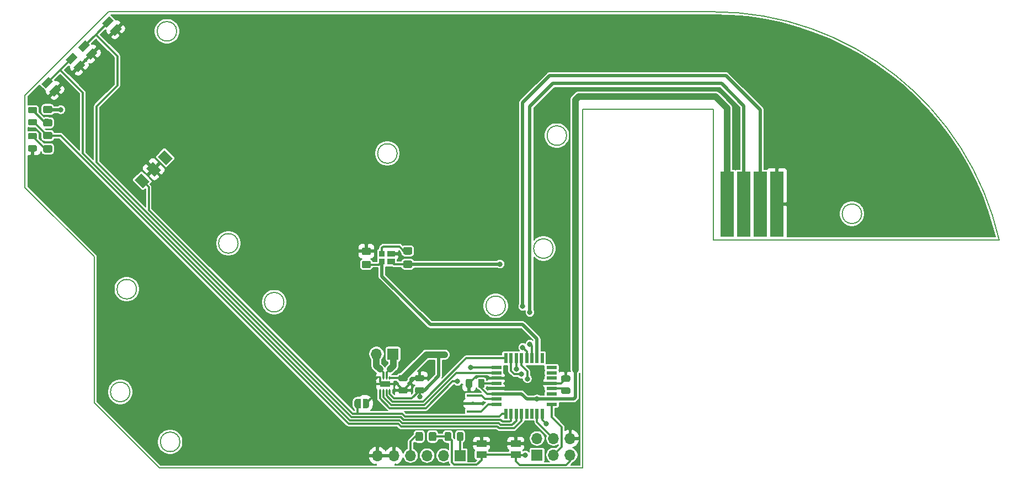
<source format=gbr>
%TF.GenerationSoftware,KiCad,Pcbnew,5.1.7+dfsg1-1~bpo10+1*%
%TF.CreationDate,2020-11-15T21:32:18+00:00*%
%TF.ProjectId,mobo,6d6f626f-2e6b-4696-9361-645f70636258,rev?*%
%TF.SameCoordinates,Original*%
%TF.FileFunction,Copper,L1,Top*%
%TF.FilePolarity,Positive*%
%FSLAX45Y45*%
G04 Gerber Fmt 4.5, Leading zero omitted, Abs format (unit mm)*
G04 Created by KiCad (PCBNEW 5.1.7+dfsg1-1~bpo10+1) date 2020-11-15 21:32:18*
%MOMM*%
%LPD*%
G01*
G04 APERTURE LIST*
%TA.AperFunction,Profile*%
%ADD10C,0.200000*%
%TD*%
%TA.AperFunction,SMDPad,CuDef*%
%ADD11C,0.150000*%
%TD*%
%TA.AperFunction,ComponentPad*%
%ADD12R,1.700000X1.700000*%
%TD*%
%TA.AperFunction,ComponentPad*%
%ADD13O,1.700000X1.700000*%
%TD*%
%TA.AperFunction,SMDPad,CuDef*%
%ADD14R,1.600000X0.550000*%
%TD*%
%TA.AperFunction,SMDPad,CuDef*%
%ADD15R,0.550000X1.600000*%
%TD*%
%TA.AperFunction,SMDPad,CuDef*%
%ADD16R,0.950000X0.970000*%
%TD*%
%TA.AperFunction,SMDPad,CuDef*%
%ADD17R,1.150000X0.970000*%
%TD*%
%TA.AperFunction,SMDPad,CuDef*%
%ADD18R,0.950000X0.850000*%
%TD*%
%TA.AperFunction,SMDPad,CuDef*%
%ADD19R,1.150000X0.850000*%
%TD*%
%TA.AperFunction,SMDPad,CuDef*%
%ADD20R,1.900000X0.400000*%
%TD*%
%TA.AperFunction,SMDPad,CuDef*%
%ADD21R,2.000000X10.000000*%
%TD*%
%TA.AperFunction,SMDPad,CuDef*%
%ADD22R,0.250000X0.500000*%
%TD*%
%TA.AperFunction,ComponentPad*%
%ADD23C,0.600000*%
%TD*%
%TA.AperFunction,SMDPad,CuDef*%
%ADD24R,1.600000X0.900000*%
%TD*%
%TA.AperFunction,SMDPad,CuDef*%
%ADD25R,1.550000X1.000000*%
%TD*%
%TA.AperFunction,ViaPad*%
%ADD26C,0.800000*%
%TD*%
%TA.AperFunction,Conductor*%
%ADD27C,0.300000*%
%TD*%
%TA.AperFunction,Conductor*%
%ADD28C,0.500000*%
%TD*%
%TA.AperFunction,Conductor*%
%ADD29C,1.000000*%
%TD*%
%TA.AperFunction,Conductor*%
%ADD30C,0.200000*%
%TD*%
%TA.AperFunction,Conductor*%
%ADD31C,0.150000*%
%TD*%
%ADD32C,0.350000*%
%ADD33C,0.250000*%
G04 APERTURE END LIST*
D10*
X10078686Y-16898000D02*
G75*
G03*
X10078686Y-16898000I-150000J0D01*
G01*
X9313000Y-16132314D02*
G75*
G03*
X9313000Y-16132314I-150000J0D01*
G01*
X18263000Y-11798000D02*
X16263000Y-11798000D01*
X18263000Y-13798000D02*
X18263000Y-11798000D01*
X10029424Y-10598000D02*
G75*
G03*
X10029424Y-10598000I-150000J0D01*
G01*
X20541427Y-13398000D02*
G75*
G03*
X20541427Y-13398000I-150000J0D01*
G01*
X8984826Y-10298000D02*
X18263000Y-10298000D01*
X7702340Y-11580485D02*
X8984826Y-10298000D01*
X10972211Y-13852451D02*
G75*
G03*
X10972211Y-13852451I-150000J0D01*
G01*
X15074964Y-14810514D02*
G75*
G03*
X15074964Y-14810514I-150000J0D01*
G01*
X11675420Y-14754866D02*
G75*
G03*
X11675420Y-14754866I-150000J0D01*
G01*
X16263000Y-17298000D02*
X9763000Y-17298000D01*
X16263000Y-11798000D02*
X16263000Y-17298000D01*
X13413000Y-12473000D02*
G75*
G03*
X13413000Y-12473000I-150000J0D01*
G01*
X9413000Y-14555359D02*
G75*
G03*
X9413000Y-14555359I-150000J0D01*
G01*
X7702340Y-12994699D02*
X7702340Y-11580485D01*
X8763000Y-14055359D02*
X7702340Y-12994699D01*
X15807333Y-13931598D02*
G75*
G03*
X15807333Y-13931598I-150000J0D01*
G01*
X8763000Y-16298000D02*
X8763000Y-14055359D01*
X9763000Y-17298000D02*
X8763000Y-16298000D01*
X22650482Y-13798000D02*
X18263000Y-13798000D01*
X18263000Y-10298000D02*
G75*
G02*
X22650482Y-13798000I0J-4500000D01*
G01*
X16013000Y-12198000D02*
G75*
G03*
X16013000Y-12198000I-150000J0D01*
G01*
%TA.AperFunction,SMDPad,CuDef*%
G36*
G01*
X16045625Y-16162500D02*
X15954375Y-16162500D01*
G75*
G02*
X15930000Y-16138125I0J24375D01*
G01*
X15930000Y-16089375D01*
G75*
G02*
X15954375Y-16065000I24375J0D01*
G01*
X16045625Y-16065000D01*
G75*
G02*
X16070000Y-16089375I0J-24375D01*
G01*
X16070000Y-16138125D01*
G75*
G02*
X16045625Y-16162500I-24375J0D01*
G01*
G37*
%TD.AperFunction*%
%TA.AperFunction,SMDPad,CuDef*%
G36*
G01*
X16045625Y-15975000D02*
X15954375Y-15975000D01*
G75*
G02*
X15930000Y-15950625I0J24375D01*
G01*
X15930000Y-15901875D01*
G75*
G02*
X15954375Y-15877500I24375J0D01*
G01*
X16045625Y-15877500D01*
G75*
G02*
X16070000Y-15901875I0J-24375D01*
G01*
X16070000Y-15950625D01*
G75*
G02*
X16045625Y-15975000I-24375J0D01*
G01*
G37*
%TD.AperFunction*%
%TA.AperFunction,SMDPad,CuDef*%
D11*
G36*
X8555165Y-11044332D02*
G01*
X8625876Y-11115043D01*
X8516274Y-11224645D01*
X8445564Y-11153934D01*
X8555165Y-11044332D01*
G37*
%TD.AperFunction*%
%TA.AperFunction,SMDPad,CuDef*%
G36*
X8183934Y-11415563D02*
G01*
X8254645Y-11486274D01*
X8145043Y-11595876D01*
X8074332Y-11525165D01*
X8183934Y-11415563D01*
G37*
%TD.AperFunction*%
%TA.AperFunction,SMDPad,CuDef*%
G36*
X8063726Y-11295355D02*
G01*
X8134436Y-11366066D01*
X8024835Y-11475668D01*
X7954124Y-11404957D01*
X8063726Y-11295355D01*
G37*
%TD.AperFunction*%
%TA.AperFunction,SMDPad,CuDef*%
G36*
X8434957Y-10924124D02*
G01*
X8505668Y-10994835D01*
X8396066Y-11104437D01*
X8325355Y-11033726D01*
X8434957Y-10924124D01*
G37*
%TD.AperFunction*%
%TA.AperFunction,SMDPad,CuDef*%
G36*
G01*
X14565000Y-15954375D02*
X14565000Y-16045625D01*
G75*
G02*
X14540625Y-16070000I-24375J0D01*
G01*
X14491875Y-16070000D01*
G75*
G02*
X14467500Y-16045625I0J24375D01*
G01*
X14467500Y-15954375D01*
G75*
G02*
X14491875Y-15930000I24375J0D01*
G01*
X14540625Y-15930000D01*
G75*
G02*
X14565000Y-15954375I0J-24375D01*
G01*
G37*
%TD.AperFunction*%
%TA.AperFunction,SMDPad,CuDef*%
G36*
G01*
X14752500Y-15954375D02*
X14752500Y-16045625D01*
G75*
G02*
X14728125Y-16070000I-24375J0D01*
G01*
X14679375Y-16070000D01*
G75*
G02*
X14655000Y-16045625I0J24375D01*
G01*
X14655000Y-15954375D01*
G75*
G02*
X14679375Y-15930000I24375J0D01*
G01*
X14728125Y-15930000D01*
G75*
G02*
X14752500Y-15954375I0J-24375D01*
G01*
G37*
%TD.AperFunction*%
%TA.AperFunction,SMDPad,CuDef*%
G36*
G01*
X14330500Y-16861425D02*
X14330500Y-16770175D01*
G75*
G02*
X14354875Y-16745800I24375J0D01*
G01*
X14403625Y-16745800D01*
G75*
G02*
X14428000Y-16770175I0J-24375D01*
G01*
X14428000Y-16861425D01*
G75*
G02*
X14403625Y-16885800I-24375J0D01*
G01*
X14354875Y-16885800D01*
G75*
G02*
X14330500Y-16861425I0J24375D01*
G01*
G37*
%TD.AperFunction*%
%TA.AperFunction,SMDPad,CuDef*%
G36*
G01*
X14143000Y-16861425D02*
X14143000Y-16770175D01*
G75*
G02*
X14167375Y-16745800I24375J0D01*
G01*
X14216125Y-16745800D01*
G75*
G02*
X14240500Y-16770175I0J-24375D01*
G01*
X14240500Y-16861425D01*
G75*
G02*
X14216125Y-16885800I-24375J0D01*
G01*
X14167375Y-16885800D01*
G75*
G02*
X14143000Y-16861425I0J24375D01*
G01*
G37*
%TD.AperFunction*%
%TA.AperFunction,SMDPad,CuDef*%
G36*
G01*
X7863124Y-12042500D02*
X7771874Y-12042500D01*
G75*
G02*
X7747499Y-12018125I0J24375D01*
G01*
X7747499Y-11969375D01*
G75*
G02*
X7771874Y-11945000I24375J0D01*
G01*
X7863124Y-11945000D01*
G75*
G02*
X7887499Y-11969375I0J-24375D01*
G01*
X7887499Y-12018125D01*
G75*
G02*
X7863124Y-12042500I-24375J0D01*
G01*
G37*
%TD.AperFunction*%
%TA.AperFunction,SMDPad,CuDef*%
G36*
G01*
X7863124Y-11855000D02*
X7771874Y-11855000D01*
G75*
G02*
X7747499Y-11830625I0J24375D01*
G01*
X7747499Y-11781875D01*
G75*
G02*
X7771874Y-11757500I24375J0D01*
G01*
X7863124Y-11757500D01*
G75*
G02*
X7887499Y-11781875I0J-24375D01*
G01*
X7887499Y-11830625D01*
G75*
G02*
X7863124Y-11855000I-24375J0D01*
G01*
G37*
%TD.AperFunction*%
%TA.AperFunction,SMDPad,CuDef*%
G36*
G01*
X7861328Y-12255000D02*
X7770078Y-12255000D01*
G75*
G02*
X7745703Y-12230625I0J24375D01*
G01*
X7745703Y-12181875D01*
G75*
G02*
X7770078Y-12157500I24375J0D01*
G01*
X7861328Y-12157500D01*
G75*
G02*
X7885703Y-12181875I0J-24375D01*
G01*
X7885703Y-12230625D01*
G75*
G02*
X7861328Y-12255000I-24375J0D01*
G01*
G37*
%TD.AperFunction*%
%TA.AperFunction,SMDPad,CuDef*%
G36*
G01*
X7861328Y-12442500D02*
X7770078Y-12442500D01*
G75*
G02*
X7745703Y-12418125I0J24375D01*
G01*
X7745703Y-12369375D01*
G75*
G02*
X7770078Y-12345000I24375J0D01*
G01*
X7861328Y-12345000D01*
G75*
G02*
X7885703Y-12369375I0J-24375D01*
G01*
X7885703Y-12418125D01*
G75*
G02*
X7861328Y-12442500I-24375J0D01*
G01*
G37*
%TD.AperFunction*%
D12*
X15560000Y-17100000D03*
D13*
X15560000Y-16846000D03*
X15814000Y-17100000D03*
X15814000Y-16846000D03*
X16068000Y-17100000D03*
X16068000Y-16846000D03*
%TA.AperFunction,SMDPad,CuDef*%
G36*
G01*
X8095000Y-12060000D02*
X8005000Y-12060000D01*
G75*
G02*
X7980000Y-12035000I0J25000D01*
G01*
X7980000Y-11970000D01*
G75*
G02*
X8005000Y-11945000I25000J0D01*
G01*
X8095000Y-11945000D01*
G75*
G02*
X8120000Y-11970000I0J-25000D01*
G01*
X8120000Y-12035000D01*
G75*
G02*
X8095000Y-12060000I-25000J0D01*
G01*
G37*
%TD.AperFunction*%
%TA.AperFunction,SMDPad,CuDef*%
G36*
G01*
X8095000Y-11855000D02*
X8005000Y-11855000D01*
G75*
G02*
X7980000Y-11830000I0J25000D01*
G01*
X7980000Y-11765000D01*
G75*
G02*
X8005000Y-11740000I25000J0D01*
G01*
X8095000Y-11740000D01*
G75*
G02*
X8120000Y-11765000I0J-25000D01*
G01*
X8120000Y-11830000D01*
G75*
G02*
X8095000Y-11855000I-25000J0D01*
G01*
G37*
%TD.AperFunction*%
%TA.AperFunction,SMDPad,CuDef*%
G36*
G01*
X8095985Y-12255000D02*
X8005985Y-12255000D01*
G75*
G02*
X7980985Y-12230000I0J25000D01*
G01*
X7980985Y-12165000D01*
G75*
G02*
X8005985Y-12140000I25000J0D01*
G01*
X8095985Y-12140000D01*
G75*
G02*
X8120985Y-12165000I0J-25000D01*
G01*
X8120985Y-12230000D01*
G75*
G02*
X8095985Y-12255000I-25000J0D01*
G01*
G37*
%TD.AperFunction*%
%TA.AperFunction,SMDPad,CuDef*%
G36*
G01*
X8095985Y-12460000D02*
X8005985Y-12460000D01*
G75*
G02*
X7980985Y-12435000I0J25000D01*
G01*
X7980985Y-12370000D01*
G75*
G02*
X8005985Y-12345000I25000J0D01*
G01*
X8095985Y-12345000D01*
G75*
G02*
X8120985Y-12370000I0J-25000D01*
G01*
X8120985Y-12435000D01*
G75*
G02*
X8095985Y-12460000I-25000J0D01*
G01*
G37*
%TD.AperFunction*%
%TA.AperFunction,SMDPad,CuDef*%
G36*
G01*
X12895000Y-13915000D02*
X12985000Y-13915000D01*
G75*
G02*
X13010000Y-13940000I0J-25000D01*
G01*
X13010000Y-14005000D01*
G75*
G02*
X12985000Y-14030000I-25000J0D01*
G01*
X12895000Y-14030000D01*
G75*
G02*
X12870000Y-14005000I0J25000D01*
G01*
X12870000Y-13940000D01*
G75*
G02*
X12895000Y-13915000I25000J0D01*
G01*
G37*
%TD.AperFunction*%
%TA.AperFunction,SMDPad,CuDef*%
G36*
G01*
X12895000Y-14120000D02*
X12985000Y-14120000D01*
G75*
G02*
X13010000Y-14145000I0J-25000D01*
G01*
X13010000Y-14210000D01*
G75*
G02*
X12985000Y-14235000I-25000J0D01*
G01*
X12895000Y-14235000D01*
G75*
G02*
X12870000Y-14210000I0J25000D01*
G01*
X12870000Y-14145000D01*
G75*
G02*
X12895000Y-14120000I25000J0D01*
G01*
G37*
%TD.AperFunction*%
%TA.AperFunction,SMDPad,CuDef*%
G36*
G01*
X13620000Y-14230000D02*
X13530000Y-14230000D01*
G75*
G02*
X13505000Y-14205000I0J25000D01*
G01*
X13505000Y-14140000D01*
G75*
G02*
X13530000Y-14115000I25000J0D01*
G01*
X13620000Y-14115000D01*
G75*
G02*
X13645000Y-14140000I0J-25000D01*
G01*
X13645000Y-14205000D01*
G75*
G02*
X13620000Y-14230000I-25000J0D01*
G01*
G37*
%TD.AperFunction*%
%TA.AperFunction,SMDPad,CuDef*%
G36*
G01*
X13620000Y-14025000D02*
X13530000Y-14025000D01*
G75*
G02*
X13505000Y-14000000I0J25000D01*
G01*
X13505000Y-13935000D01*
G75*
G02*
X13530000Y-13910000I25000J0D01*
G01*
X13620000Y-13910000D01*
G75*
G02*
X13645000Y-13935000I0J-25000D01*
G01*
X13645000Y-14000000D01*
G75*
G02*
X13620000Y-14025000I-25000J0D01*
G01*
G37*
%TD.AperFunction*%
%TA.AperFunction,SMDPad,CuDef*%
G36*
G01*
X14013700Y-16770800D02*
X14013700Y-16860800D01*
G75*
G02*
X13988700Y-16885800I-25000J0D01*
G01*
X13923700Y-16885800D01*
G75*
G02*
X13898700Y-16860800I0J25000D01*
G01*
X13898700Y-16770800D01*
G75*
G02*
X13923700Y-16745800I25000J0D01*
G01*
X13988700Y-16745800D01*
G75*
G02*
X14013700Y-16770800I0J-25000D01*
G01*
G37*
%TD.AperFunction*%
%TA.AperFunction,SMDPad,CuDef*%
G36*
G01*
X13808700Y-16770800D02*
X13808700Y-16860800D01*
G75*
G02*
X13783700Y-16885800I-25000J0D01*
G01*
X13718700Y-16885800D01*
G75*
G02*
X13693700Y-16860800I0J25000D01*
G01*
X13693700Y-16770800D01*
G75*
G02*
X13718700Y-16745800I25000J0D01*
G01*
X13783700Y-16745800D01*
G75*
G02*
X13808700Y-16770800I0J-25000D01*
G01*
G37*
%TD.AperFunction*%
D14*
X14935000Y-15760000D03*
X14935000Y-15840000D03*
X14935000Y-15920000D03*
X14935000Y-16000000D03*
X14935000Y-16080000D03*
X14935000Y-16160000D03*
X14935000Y-16240000D03*
X14935000Y-16320000D03*
D15*
X15080000Y-16465000D03*
X15160000Y-16465000D03*
X15240000Y-16465000D03*
X15320000Y-16465000D03*
X15400000Y-16465000D03*
X15480000Y-16465000D03*
X15560000Y-16465000D03*
X15640000Y-16465000D03*
D14*
X15785000Y-16320000D03*
X15785000Y-16240000D03*
X15785000Y-16160000D03*
X15785000Y-16080000D03*
X15785000Y-16000000D03*
X15785000Y-15920000D03*
X15785000Y-15840000D03*
X15785000Y-15760000D03*
D15*
X15640000Y-15615000D03*
X15560000Y-15615000D03*
X15480000Y-15615000D03*
X15400000Y-15615000D03*
X15320000Y-15615000D03*
X15240000Y-15615000D03*
X15160000Y-15615000D03*
X15080000Y-15615000D03*
D16*
X13180000Y-14132500D03*
D17*
X13320000Y-14132500D03*
D18*
X13180000Y-14012500D03*
D19*
X13320000Y-14012500D03*
D20*
X14573300Y-16429800D03*
X14573300Y-16309800D03*
X14573300Y-16189800D03*
D21*
X18478500Y-13250000D03*
X18732500Y-13250000D03*
X18986500Y-13250000D03*
X19240500Y-13250000D03*
D12*
X14379800Y-17108700D03*
D13*
X14125800Y-17108700D03*
X13871800Y-17108700D03*
X13617800Y-17108700D03*
X13363800Y-17108700D03*
X13109800Y-17108700D03*
%TA.AperFunction,SMDPad,CuDef*%
D11*
G36*
X8994957Y-10364124D02*
G01*
X9065668Y-10434835D01*
X8956066Y-10544437D01*
X8885355Y-10473726D01*
X8994957Y-10364124D01*
G37*
%TD.AperFunction*%
%TA.AperFunction,SMDPad,CuDef*%
G36*
X8623726Y-10735355D02*
G01*
X8694437Y-10806066D01*
X8584835Y-10915668D01*
X8514124Y-10844957D01*
X8623726Y-10735355D01*
G37*
%TD.AperFunction*%
%TA.AperFunction,SMDPad,CuDef*%
G36*
X8743934Y-10855564D02*
G01*
X8814645Y-10926274D01*
X8705043Y-11035876D01*
X8634332Y-10965165D01*
X8743934Y-10855564D01*
G37*
%TD.AperFunction*%
%TA.AperFunction,SMDPad,CuDef*%
G36*
X9115165Y-10484332D02*
G01*
X9185876Y-10555043D01*
X9076274Y-10664645D01*
X9005564Y-10593934D01*
X9115165Y-10484332D01*
G37*
%TD.AperFunction*%
%TA.AperFunction,SMDPad,CuDef*%
G36*
G01*
X13803725Y-16156500D02*
X13712475Y-16156500D01*
G75*
G02*
X13688100Y-16132125I0J24375D01*
G01*
X13688100Y-16083375D01*
G75*
G02*
X13712475Y-16059000I24375J0D01*
G01*
X13803725Y-16059000D01*
G75*
G02*
X13828100Y-16083375I0J-24375D01*
G01*
X13828100Y-16132125D01*
G75*
G02*
X13803725Y-16156500I-24375J0D01*
G01*
G37*
%TD.AperFunction*%
%TA.AperFunction,SMDPad,CuDef*%
G36*
G01*
X13803725Y-15969000D02*
X13712475Y-15969000D01*
G75*
G02*
X13688100Y-15944625I0J24375D01*
G01*
X13688100Y-15895875D01*
G75*
G02*
X13712475Y-15871500I24375J0D01*
G01*
X13803725Y-15871500D01*
G75*
G02*
X13828100Y-15895875I0J-24375D01*
G01*
X13828100Y-15944625D01*
G75*
G02*
X13803725Y-15969000I-24375J0D01*
G01*
G37*
%TD.AperFunction*%
%TA.AperFunction,SMDPad,CuDef*%
G36*
G01*
X13458475Y-16059000D02*
X13549725Y-16059000D01*
G75*
G02*
X13574100Y-16083375I0J-24375D01*
G01*
X13574100Y-16132125D01*
G75*
G02*
X13549725Y-16156500I-24375J0D01*
G01*
X13458475Y-16156500D01*
G75*
G02*
X13434100Y-16132125I0J24375D01*
G01*
X13434100Y-16083375D01*
G75*
G02*
X13458475Y-16059000I24375J0D01*
G01*
G37*
%TD.AperFunction*%
%TA.AperFunction,SMDPad,CuDef*%
G36*
G01*
X13458475Y-15871500D02*
X13549725Y-15871500D01*
G75*
G02*
X13574100Y-15895875I0J-24375D01*
G01*
X13574100Y-15944625D01*
G75*
G02*
X13549725Y-15969000I-24375J0D01*
G01*
X13458475Y-15969000D01*
G75*
G02*
X13434100Y-15944625I0J24375D01*
G01*
X13434100Y-15895875D01*
G75*
G02*
X13458475Y-15871500I24375J0D01*
G01*
G37*
%TD.AperFunction*%
%TA.AperFunction,SMDPad,CuDef*%
G36*
X12885000Y-16235000D02*
G01*
X12935000Y-16235000D01*
X12935000Y-16235060D01*
X12937453Y-16235060D01*
X12942336Y-16235541D01*
X12947149Y-16236498D01*
X12951844Y-16237923D01*
X12956378Y-16239800D01*
X12960705Y-16242114D01*
X12964785Y-16244840D01*
X12968578Y-16247952D01*
X12972048Y-16251422D01*
X12975160Y-16255215D01*
X12977886Y-16259295D01*
X12980199Y-16263622D01*
X12982077Y-16268155D01*
X12983502Y-16272851D01*
X12984459Y-16277663D01*
X12984940Y-16282547D01*
X12984940Y-16285000D01*
X12985000Y-16285000D01*
X12985000Y-16335000D01*
X12984940Y-16335000D01*
X12984940Y-16337453D01*
X12984459Y-16342336D01*
X12983502Y-16347149D01*
X12982077Y-16351844D01*
X12980199Y-16356378D01*
X12977886Y-16360705D01*
X12975160Y-16364785D01*
X12972048Y-16368578D01*
X12968578Y-16372048D01*
X12964785Y-16375160D01*
X12960705Y-16377886D01*
X12956378Y-16380199D01*
X12951844Y-16382077D01*
X12947149Y-16383502D01*
X12942336Y-16384459D01*
X12937453Y-16384940D01*
X12935000Y-16384940D01*
X12935000Y-16385000D01*
X12885000Y-16385000D01*
X12885000Y-16235000D01*
G37*
%TD.AperFunction*%
%TA.AperFunction,SMDPad,CuDef*%
G36*
X12805000Y-16384940D02*
G01*
X12802547Y-16384940D01*
X12797663Y-16384459D01*
X12792851Y-16383502D01*
X12788155Y-16382077D01*
X12783622Y-16380199D01*
X12779295Y-16377886D01*
X12775215Y-16375160D01*
X12771422Y-16372048D01*
X12767952Y-16368578D01*
X12764840Y-16364785D01*
X12762114Y-16360705D01*
X12759800Y-16356378D01*
X12757923Y-16351844D01*
X12756498Y-16347149D01*
X12755541Y-16342336D01*
X12755060Y-16337453D01*
X12755060Y-16335000D01*
X12755000Y-16335000D01*
X12755000Y-16285000D01*
X12755060Y-16285000D01*
X12755060Y-16282547D01*
X12755541Y-16277663D01*
X12756498Y-16272851D01*
X12757923Y-16268155D01*
X12759800Y-16263622D01*
X12762114Y-16259295D01*
X12764840Y-16255215D01*
X12767952Y-16251422D01*
X12771422Y-16247952D01*
X12775215Y-16244840D01*
X12779295Y-16242114D01*
X12783622Y-16239800D01*
X12788155Y-16237923D01*
X12792851Y-16236498D01*
X12797663Y-16235541D01*
X12802547Y-16235060D01*
X12805000Y-16235060D01*
X12805000Y-16235000D01*
X12855000Y-16235000D01*
X12855000Y-16385000D01*
X12805000Y-16385000D01*
X12805000Y-16384940D01*
G37*
%TD.AperFunction*%
D12*
X13350000Y-15550000D03*
D13*
X13096000Y-15550000D03*
D22*
X13199700Y-15919000D03*
X13249700Y-16109000D03*
X13299700Y-16109000D03*
D23*
X13274700Y-16014000D03*
X13174700Y-16014000D03*
D24*
X13224700Y-16014000D03*
D22*
X13299700Y-15919000D03*
X13249700Y-15919000D03*
X13149700Y-15919000D03*
X13149700Y-16109000D03*
X13199700Y-16109000D03*
D25*
X14707500Y-16925000D03*
X15232500Y-16925000D03*
X15232500Y-17095000D03*
X14707500Y-17095000D03*
%TA.AperFunction,SMDPad,CuDef*%
D11*
G36*
X9864160Y-12653119D02*
G01*
X9736881Y-12525840D01*
X9842947Y-12419774D01*
X9970226Y-12547053D01*
X9864160Y-12653119D01*
G37*
%TD.AperFunction*%
%TA.AperFunction,SMDPad,CuDef*%
G36*
X9510607Y-13006673D02*
G01*
X9383327Y-12879393D01*
X9489393Y-12773327D01*
X9616673Y-12900607D01*
X9510607Y-13006673D01*
G37*
%TD.AperFunction*%
%TA.AperFunction,SMDPad,CuDef*%
G36*
X9687383Y-12829896D02*
G01*
X9560104Y-12702617D01*
X9666170Y-12596551D01*
X9793449Y-12723830D01*
X9687383Y-12829896D01*
G37*
%TD.AperFunction*%
D26*
X13021500Y-16014000D03*
X15100000Y-16000000D03*
X14390000Y-16140000D03*
X8830000Y-11320000D03*
X8330000Y-11600000D03*
X15560000Y-16240000D03*
X13760000Y-16205000D03*
X16150000Y-15560000D03*
X16150000Y-15660000D03*
X14050000Y-15560000D03*
X14140000Y-15560000D03*
X14990000Y-14170000D03*
X16150000Y-14170000D03*
X8250000Y-11800000D03*
X15410000Y-15930000D03*
X15380000Y-17100000D03*
X15320000Y-15860000D03*
X15240000Y-15780000D03*
X15450000Y-15400000D03*
X15450000Y-14910000D03*
X15340000Y-15450000D03*
X15340000Y-14820000D03*
X15700000Y-16620000D03*
X14340000Y-15970000D03*
X14540000Y-15760000D03*
D27*
X13410350Y-16014000D02*
X13504100Y-16107750D01*
X13274700Y-16014000D02*
X13410350Y-16014000D01*
X13691600Y-15920250D02*
X13758100Y-15920250D01*
X13504100Y-16107750D02*
X13652575Y-15959275D01*
X13189700Y-16014000D02*
X13224700Y-16014000D01*
X13149700Y-15974000D02*
X13189700Y-16014000D01*
X13149700Y-15919000D02*
X13149700Y-15974000D01*
X13652575Y-15959275D02*
X13691600Y-15920250D01*
X13224700Y-16014000D02*
X13021500Y-16014000D01*
X15926250Y-16000000D02*
X16000000Y-15926250D01*
X15785000Y-16000000D02*
X15926250Y-16000000D01*
X13021500Y-16223500D02*
X13021500Y-16014000D01*
X12935000Y-16310000D02*
X13021500Y-16223500D01*
X14626250Y-15890000D02*
X14516250Y-16000000D01*
X14825000Y-15920000D02*
X14795000Y-15890000D01*
X14795000Y-15890000D02*
X14626250Y-15890000D01*
X14935000Y-15920000D02*
X14825000Y-15920000D01*
X13299700Y-16164000D02*
X13365600Y-16229900D01*
X13299700Y-16109000D02*
X13299700Y-16164000D01*
X13635950Y-16229900D02*
X13758100Y-16107750D01*
X13365600Y-16229900D02*
X13635950Y-16229900D01*
X13502850Y-15919000D02*
X13504100Y-15920250D01*
X13299700Y-15919000D02*
X13502850Y-15919000D01*
X14703750Y-16070000D02*
X14703750Y-16000000D01*
X14793750Y-16160000D02*
X14703750Y-16070000D01*
X14935000Y-16160000D02*
X14793750Y-16160000D01*
X14935000Y-16000000D02*
X14703750Y-16000000D01*
X13693700Y-16815800D02*
X13751200Y-16815800D01*
X13617800Y-16891700D02*
X13693700Y-16815800D01*
X13617800Y-17108700D02*
X13617800Y-16891700D01*
D28*
X14935000Y-16160000D02*
X15320000Y-16160000D01*
X15320000Y-16160000D02*
X15400000Y-16240000D01*
X15560000Y-16240000D02*
X15785000Y-16240000D01*
X15400000Y-16240000D02*
X15560000Y-16240000D01*
D27*
X13758100Y-16203100D02*
X13760000Y-16205000D01*
X13758100Y-16107750D02*
X13758100Y-16203100D01*
D29*
X18478500Y-13208000D02*
X18478500Y-11778500D01*
X18478500Y-11778500D02*
X18300000Y-11600000D01*
X18300000Y-11600000D02*
X16200000Y-11600000D01*
X16200000Y-11600000D02*
X16150000Y-11650000D01*
X16150000Y-11650000D02*
X16150000Y-12400000D01*
X16150000Y-12400000D02*
X16150000Y-13600000D01*
D28*
X15785000Y-16240000D02*
X16120000Y-16240000D01*
D29*
X16150000Y-13600000D02*
X16150000Y-13730000D01*
D28*
X16120000Y-16240000D02*
X16150000Y-16210000D01*
X16150000Y-16210000D02*
X16150000Y-15790000D01*
D29*
X16150000Y-15560000D02*
X16150000Y-15660000D01*
X16150000Y-15660000D02*
X16150000Y-15790000D01*
X14140000Y-15560000D02*
X14050000Y-15560000D01*
X13864350Y-15560000D02*
X14050000Y-15560000D01*
X13504100Y-15920250D02*
X13864350Y-15560000D01*
D28*
X14050000Y-15616568D02*
X14050000Y-15560000D01*
X14050000Y-15885850D02*
X14050000Y-15616568D01*
X13828100Y-16107750D02*
X14050000Y-15885850D01*
X13758100Y-16107750D02*
X13828100Y-16107750D01*
D27*
X13360000Y-14172500D02*
X13320000Y-14132500D01*
X13575000Y-14172500D02*
X13360000Y-14172500D01*
D28*
X14987500Y-14172500D02*
X14990000Y-14170000D01*
X13575000Y-14172500D02*
X14987500Y-14172500D01*
D29*
X16150000Y-14170000D02*
X16150000Y-15560000D01*
X16150000Y-13730000D02*
X16150000Y-14170000D01*
D28*
X8052500Y-11800000D02*
X8050000Y-11797500D01*
X8250000Y-11800000D02*
X8052500Y-11800000D01*
D27*
X15966250Y-16080000D02*
X16000000Y-16113750D01*
X15785000Y-16080000D02*
X15966250Y-16080000D01*
X14379800Y-16816350D02*
X14379250Y-16815800D01*
X14379800Y-17108700D02*
X14379800Y-16816350D01*
X13956200Y-16815800D02*
X14191750Y-16815800D01*
X16007001Y-17252999D02*
X16068000Y-17192000D01*
X15292999Y-17252999D02*
X16007001Y-17252999D01*
X15232500Y-17192500D02*
X15292999Y-17252999D01*
X16068000Y-17192000D02*
X16068000Y-17100000D01*
X15232500Y-17095000D02*
X15232500Y-17192500D01*
X14707500Y-17095000D02*
X15232500Y-17095000D01*
X15320000Y-15725000D02*
X15410000Y-15815000D01*
X15320000Y-15615000D02*
X15320000Y-15725000D01*
X15410000Y-15815000D02*
X15410000Y-15930000D01*
X15237500Y-17100000D02*
X15232500Y-17095000D01*
X15380000Y-17100000D02*
X15237500Y-17100000D01*
X14707500Y-17175000D02*
X14632500Y-17250000D01*
X14707500Y-17095000D02*
X14707500Y-17175000D01*
X14288100Y-17250000D02*
X14250000Y-17211900D01*
X14632500Y-17250000D02*
X14288100Y-17250000D01*
X14250000Y-16874050D02*
X14191750Y-16815800D01*
X14250000Y-17211900D02*
X14250000Y-16874050D01*
X8106223Y-12213239D02*
X8050985Y-12158001D01*
X8047500Y-12197500D02*
X8050985Y-12197500D01*
X7843750Y-11993750D02*
X8047500Y-12197500D01*
X7817499Y-11993750D02*
X7843750Y-11993750D01*
X15204998Y-16690002D02*
X14979290Y-16690002D01*
X15320000Y-16575000D02*
X15204998Y-16690002D01*
X15320000Y-16465000D02*
X15320000Y-16575000D01*
X14979290Y-16690002D02*
X14949291Y-16660003D01*
X14949291Y-16660003D02*
X14410000Y-16660003D01*
X14410000Y-16660003D02*
X13470003Y-16660003D01*
X8187500Y-12197500D02*
X8050985Y-12197500D01*
X13430000Y-16620000D02*
X12667864Y-16620000D01*
X8190000Y-12200000D02*
X8187500Y-12197500D01*
X8247864Y-12200000D02*
X8190000Y-12200000D01*
X12667864Y-16620000D02*
X8247864Y-12200000D01*
X13470003Y-16660003D02*
X13430000Y-16620000D01*
X8011953Y-11955297D02*
X8052781Y-11955297D01*
X8013749Y-12002500D02*
X8050000Y-12002500D01*
X7817499Y-11806250D02*
X8013749Y-12002500D01*
X8017341Y-12363001D02*
X8050985Y-12363001D01*
X8011953Y-12402500D02*
X8050985Y-12402500D01*
X7815703Y-12206250D02*
X8011953Y-12402500D01*
X15160000Y-15811000D02*
X15209000Y-15860000D01*
X15209000Y-15860000D02*
X15320000Y-15860000D01*
X15160000Y-15615000D02*
X15160000Y-15811000D01*
X15240000Y-15615000D02*
X15240000Y-15780000D01*
X15480000Y-15430000D02*
X15450000Y-15400000D01*
X15480000Y-15615000D02*
X15480000Y-15430000D01*
D28*
X18390000Y-11400000D02*
X18732500Y-11742500D01*
X15800000Y-11400000D02*
X18390000Y-11400000D01*
X18732500Y-11742500D02*
X18732500Y-13208000D01*
X15450000Y-11750000D02*
X15800000Y-11400000D01*
X15450000Y-14910000D02*
X15450000Y-11750000D01*
D27*
X15400000Y-15510000D02*
X15340000Y-15450000D01*
X15400000Y-15615000D02*
X15400000Y-15510000D01*
D28*
X18986500Y-11806500D02*
X18986500Y-13208000D01*
X15750000Y-11280000D02*
X18460000Y-11280000D01*
X18460000Y-11280000D02*
X18986500Y-11806500D01*
X15340000Y-11690000D02*
X15750000Y-11280000D01*
X15340000Y-14820000D02*
X15340000Y-11690000D01*
D27*
X15640000Y-16560000D02*
X15700000Y-16620000D01*
X15640000Y-16465000D02*
X15640000Y-16560000D01*
X15814000Y-17100000D02*
X15940000Y-16974000D01*
X15940000Y-16974000D02*
X15940000Y-16670000D01*
X15785000Y-16515000D02*
X15785000Y-16320000D01*
X15940000Y-16670000D02*
X15785000Y-16515000D01*
X15560000Y-16592000D02*
X15814000Y-16846000D01*
X15560000Y-16465000D02*
X15560000Y-16592000D01*
X13249700Y-15864000D02*
X13250100Y-15863600D01*
X13249700Y-15919000D02*
X13249700Y-15864000D01*
X13250100Y-15863600D02*
X13250100Y-15836200D01*
X13250100Y-15836200D02*
X13300900Y-15785400D01*
D29*
X13300900Y-15785400D02*
X13351700Y-15734600D01*
X13351700Y-15551700D02*
X13350000Y-15550000D01*
X13351700Y-15734600D02*
X13351700Y-15551700D01*
D27*
X13199700Y-15919000D02*
X13199700Y-15836600D01*
X13199700Y-15836600D02*
X13148500Y-15785400D01*
D29*
X13096000Y-15732900D02*
X13096000Y-15550000D01*
X13148500Y-15785400D02*
X13096000Y-15732900D01*
D27*
X8590000Y-11540000D02*
X8370711Y-11320711D01*
X14320002Y-16610002D02*
X14320000Y-16610000D01*
X13450711Y-16569999D02*
X12688575Y-16569999D01*
X8590000Y-12471424D02*
X8590000Y-11540000D01*
X15240000Y-16465000D02*
X15240000Y-16575000D01*
X12688575Y-16569999D02*
X8590000Y-12471424D01*
X15000001Y-16640001D02*
X14970002Y-16610002D01*
X13490712Y-16610000D02*
X13450711Y-16569999D01*
X14320000Y-16610000D02*
X13490712Y-16610000D01*
X15174999Y-16640001D02*
X15000001Y-16640001D01*
X14970002Y-16610002D02*
X14320002Y-16610002D01*
X15240000Y-16575000D02*
X15174999Y-16640001D01*
X8370711Y-11320711D02*
X8240000Y-11190000D01*
X8240000Y-11190000D02*
X8425512Y-11004280D01*
X8054280Y-11375511D02*
X8240000Y-11190000D01*
X8800000Y-11750000D02*
X9120000Y-11430000D01*
X13471422Y-16519998D02*
X12709286Y-16519998D01*
X14340712Y-16560000D02*
X13511424Y-16560000D01*
X13511424Y-16560000D02*
X13471422Y-16519998D01*
X9120000Y-11430000D02*
X9120000Y-10980000D01*
X14998211Y-16560001D02*
X14340713Y-16560001D01*
X14999106Y-16559106D02*
X14998211Y-16560001D01*
X12709286Y-16519998D02*
X8800000Y-12610712D01*
X15030000Y-16590000D02*
X14999106Y-16559106D01*
X14340713Y-16560001D02*
X14340712Y-16560000D01*
X15145000Y-16590000D02*
X15030000Y-16590000D01*
X15160000Y-16575000D02*
X15145000Y-16590000D01*
X9120000Y-10980000D02*
X8860000Y-10720000D01*
X8800000Y-12610712D02*
X8800000Y-11750000D01*
X15160000Y-16465000D02*
X15160000Y-16575000D01*
X8860000Y-10720000D02*
X8790000Y-10650000D01*
X8790000Y-10650000D02*
X8604280Y-10825512D01*
X8975512Y-10454280D02*
X8790000Y-10650000D01*
X13180000Y-14012500D02*
X13180000Y-13920000D01*
X13180000Y-13920000D02*
X13200000Y-13900000D01*
X13200000Y-13900000D02*
X13450000Y-13900000D01*
X13450000Y-13900000D02*
X13500000Y-13950000D01*
X13500000Y-13962500D02*
X13505000Y-13967500D01*
X13505000Y-13967500D02*
X13575000Y-13967500D01*
X13500000Y-13950000D02*
X13500000Y-13962500D01*
X9600000Y-13340000D02*
X9600000Y-12990000D01*
X12729997Y-16469997D02*
X9600000Y-13340000D01*
X13532136Y-16510000D02*
X13492133Y-16469997D01*
X14977500Y-16510000D02*
X13532136Y-16510000D01*
X15022500Y-16465000D02*
X14977500Y-16510000D01*
X9600000Y-12990000D02*
X9500000Y-12890000D01*
X15080000Y-16465000D02*
X15022500Y-16465000D01*
X12805000Y-16465000D02*
X12809997Y-16469997D01*
X12805000Y-16310000D02*
X12805000Y-16465000D01*
X12809997Y-16469997D02*
X12729997Y-16469997D01*
X13492133Y-16469997D02*
X12809997Y-16469997D01*
X14935000Y-16240000D02*
X14760000Y-16240000D01*
X14709800Y-16189800D02*
X14573300Y-16189800D01*
X14760000Y-16240000D02*
X14709800Y-16189800D01*
X14573300Y-16429800D02*
X14700200Y-16429800D01*
X14810000Y-16320000D02*
X14935000Y-16320000D01*
X14700200Y-16429800D02*
X14810000Y-16320000D01*
D28*
X15560000Y-15615000D02*
X15560000Y-15320000D01*
X15560000Y-15320000D02*
X15340000Y-15100000D01*
X15340000Y-15100000D02*
X13920000Y-15100000D01*
X13180000Y-14360000D02*
X13180000Y-14132500D01*
X13920000Y-15100000D02*
X13180000Y-14360000D01*
D27*
X13135000Y-14177500D02*
X13180000Y-14132500D01*
X12940000Y-14177500D02*
X13135000Y-14177500D01*
X13249700Y-16109000D02*
X13249700Y-16191400D01*
X13249700Y-16191400D02*
X13338300Y-16280000D01*
X13338300Y-16280000D02*
X13810000Y-16280000D01*
X14475000Y-15615000D02*
X15080000Y-15615000D01*
X13810000Y-16280000D02*
X14475000Y-15615000D01*
X13199700Y-16212112D02*
X13317589Y-16330001D01*
X13317589Y-16330001D02*
X13830711Y-16330001D01*
X13199700Y-16109000D02*
X13199700Y-16212112D01*
X14320712Y-15840000D02*
X14935000Y-15840000D01*
X13830711Y-16330001D02*
X14320712Y-15840000D01*
X13149700Y-16232824D02*
X13296878Y-16380002D01*
X13296878Y-16380002D02*
X13851422Y-16380002D01*
X13149700Y-16109000D02*
X13149700Y-16232824D01*
X13851422Y-16380002D02*
X13851422Y-16380002D01*
X13851422Y-16380002D02*
X14261424Y-15970000D01*
X14261424Y-15970000D02*
X14340000Y-15970000D01*
X14540000Y-15760000D02*
X14935000Y-15760000D01*
D30*
X7749087Y-12073137D02*
X7760257Y-12076525D01*
X7771874Y-12077669D01*
X7856959Y-12077669D01*
X7945816Y-12166527D01*
X7945816Y-12230000D01*
X7946972Y-12241738D01*
X7950396Y-12253026D01*
X7955956Y-12263428D01*
X7963439Y-12272546D01*
X7972557Y-12280029D01*
X7982959Y-12285589D01*
X7994247Y-12289013D01*
X8005985Y-12290169D01*
X8095985Y-12290169D01*
X8107724Y-12289013D01*
X8119011Y-12285589D01*
X8129414Y-12280029D01*
X8138531Y-12272546D01*
X8146014Y-12263428D01*
X8151574Y-12253026D01*
X8153251Y-12247500D01*
X8174342Y-12247500D01*
X8180198Y-12249276D01*
X8187544Y-12250000D01*
X8187545Y-12250000D01*
X8190000Y-12250242D01*
X8192455Y-12250000D01*
X8227153Y-12250000D01*
X12630772Y-16653619D01*
X12632338Y-16655526D01*
X12639951Y-16661775D01*
X12648637Y-16666417D01*
X12658062Y-16669276D01*
X12665408Y-16670000D01*
X12665409Y-16670000D01*
X12667864Y-16670242D01*
X12670319Y-16670000D01*
X13409289Y-16670000D01*
X13432911Y-16693622D01*
X13434477Y-16695529D01*
X13442090Y-16701778D01*
X13450776Y-16706420D01*
X13460034Y-16709229D01*
X13460201Y-16709279D01*
X13470003Y-16710245D01*
X13472459Y-16710003D01*
X14928580Y-16710003D01*
X14942197Y-16723620D01*
X14943764Y-16725528D01*
X14951377Y-16731777D01*
X14960063Y-16736419D01*
X14969488Y-16739278D01*
X14979290Y-16740244D01*
X14981746Y-16740002D01*
X15202542Y-16740002D01*
X15204998Y-16740244D01*
X15207454Y-16740002D01*
X15214800Y-16739278D01*
X15224225Y-16736419D01*
X15232911Y-16731777D01*
X15240524Y-16725528D01*
X15242091Y-16723620D01*
X15353619Y-16612092D01*
X15355526Y-16610526D01*
X15361775Y-16602913D01*
X15366417Y-16594227D01*
X15369276Y-16584802D01*
X15369759Y-16579899D01*
X15372500Y-16580169D01*
X15427500Y-16580169D01*
X15434361Y-16579493D01*
X15440000Y-16577783D01*
X15445639Y-16579493D01*
X15452500Y-16580169D01*
X15507500Y-16580169D01*
X15510000Y-16579923D01*
X15510000Y-16589543D01*
X15509758Y-16592000D01*
X15510723Y-16601802D01*
X15512791Y-16608619D01*
X15513583Y-16611227D01*
X15518225Y-16619913D01*
X15524474Y-16627526D01*
X15526382Y-16629092D01*
X15701445Y-16804156D01*
X15698612Y-16810997D01*
X15694000Y-16834181D01*
X15694000Y-16857819D01*
X15698612Y-16881003D01*
X15707657Y-16902841D01*
X15720790Y-16922496D01*
X15737504Y-16939210D01*
X15757159Y-16952343D01*
X15778997Y-16961388D01*
X15802181Y-16966000D01*
X15825819Y-16966000D01*
X15849003Y-16961388D01*
X15870841Y-16952343D01*
X15890000Y-16939541D01*
X15890000Y-16953289D01*
X15855844Y-16987445D01*
X15849003Y-16984612D01*
X15825819Y-16980000D01*
X15802181Y-16980000D01*
X15778997Y-16984612D01*
X15757159Y-16993657D01*
X15737504Y-17006790D01*
X15720790Y-17023505D01*
X15707657Y-17043159D01*
X15698612Y-17064997D01*
X15694000Y-17088181D01*
X15694000Y-17111819D01*
X15698612Y-17135003D01*
X15707657Y-17156841D01*
X15720790Y-17176496D01*
X15737504Y-17193210D01*
X15752155Y-17202999D01*
X15675065Y-17202999D01*
X15677492Y-17198459D01*
X15679493Y-17191861D01*
X15680169Y-17185000D01*
X15680169Y-17015000D01*
X15679493Y-17008139D01*
X15677492Y-17001541D01*
X15674242Y-16995461D01*
X15669868Y-16990132D01*
X15664539Y-16985758D01*
X15658459Y-16982508D01*
X15651861Y-16980507D01*
X15645000Y-16979831D01*
X15475000Y-16979831D01*
X15468139Y-16980507D01*
X15461541Y-16982508D01*
X15455461Y-16985758D01*
X15450131Y-16990132D01*
X15445758Y-16995461D01*
X15442508Y-17001541D01*
X15440506Y-17008139D01*
X15439831Y-17015000D01*
X15439831Y-17054547D01*
X15438256Y-17052190D01*
X15427810Y-17041744D01*
X15415526Y-17033536D01*
X15401877Y-17027882D01*
X15387387Y-17025000D01*
X15372613Y-17025000D01*
X15358123Y-17027882D01*
X15344474Y-17033536D01*
X15343329Y-17034301D01*
X15342492Y-17031541D01*
X15340427Y-17027677D01*
X15343942Y-17025798D01*
X15353200Y-17018200D01*
X15360798Y-17008942D01*
X15366444Y-16998380D01*
X15369920Y-16986919D01*
X15371094Y-16975000D01*
X15370800Y-16955600D01*
X15355600Y-16940400D01*
X15247900Y-16940400D01*
X15247900Y-16942400D01*
X15217100Y-16942400D01*
X15217100Y-16940400D01*
X15109400Y-16940400D01*
X15094200Y-16955600D01*
X15093906Y-16975000D01*
X15095080Y-16986919D01*
X15098556Y-16998380D01*
X15104202Y-17008942D01*
X15111800Y-17018200D01*
X15121058Y-17025798D01*
X15124573Y-17027677D01*
X15122508Y-17031541D01*
X15120506Y-17038139D01*
X15119831Y-17045000D01*
X14820169Y-17045000D01*
X14819493Y-17038139D01*
X14817492Y-17031541D01*
X14815427Y-17027677D01*
X14818942Y-17025798D01*
X14828200Y-17018200D01*
X14835798Y-17008942D01*
X14841444Y-16998380D01*
X14844920Y-16986919D01*
X14846094Y-16975000D01*
X14845800Y-16955600D01*
X14830600Y-16940400D01*
X14722900Y-16940400D01*
X14722900Y-16942400D01*
X14692100Y-16942400D01*
X14692100Y-16940400D01*
X14584400Y-16940400D01*
X14569200Y-16955600D01*
X14568906Y-16975000D01*
X14570080Y-16986919D01*
X14573556Y-16998380D01*
X14579202Y-17008942D01*
X14586800Y-17018200D01*
X14596058Y-17025798D01*
X14599573Y-17027677D01*
X14597508Y-17031541D01*
X14595506Y-17038139D01*
X14594831Y-17045000D01*
X14594831Y-17145000D01*
X14595506Y-17151861D01*
X14597508Y-17158459D01*
X14600758Y-17164539D01*
X14605131Y-17169869D01*
X14610461Y-17174242D01*
X14616541Y-17177492D01*
X14623139Y-17179494D01*
X14630000Y-17180169D01*
X14631620Y-17180169D01*
X14611789Y-17200000D01*
X14499349Y-17200000D01*
X14499969Y-17193700D01*
X14499969Y-17023700D01*
X14499293Y-17016839D01*
X14497292Y-17010241D01*
X14494042Y-17004161D01*
X14489668Y-16998832D01*
X14484339Y-16994458D01*
X14478259Y-16991208D01*
X14471661Y-16989207D01*
X14464800Y-16988531D01*
X14429800Y-16988531D01*
X14429800Y-16914626D01*
X14436706Y-16910934D01*
X14445729Y-16903529D01*
X14453134Y-16894506D01*
X14458637Y-16884212D01*
X14461431Y-16875000D01*
X14568906Y-16875000D01*
X14569200Y-16894400D01*
X14584400Y-16909600D01*
X14692100Y-16909600D01*
X14692100Y-16829400D01*
X14722900Y-16829400D01*
X14722900Y-16909600D01*
X14830600Y-16909600D01*
X14845800Y-16894400D01*
X14846094Y-16875000D01*
X15093906Y-16875000D01*
X15094200Y-16894400D01*
X15109400Y-16909600D01*
X15217100Y-16909600D01*
X15217100Y-16829400D01*
X15247900Y-16829400D01*
X15247900Y-16909600D01*
X15355600Y-16909600D01*
X15370800Y-16894400D01*
X15371094Y-16875000D01*
X15369920Y-16863081D01*
X15366444Y-16851620D01*
X15360798Y-16841058D01*
X15355154Y-16834181D01*
X15440000Y-16834181D01*
X15440000Y-16857819D01*
X15444612Y-16881003D01*
X15453657Y-16902841D01*
X15466790Y-16922496D01*
X15483504Y-16939210D01*
X15503159Y-16952343D01*
X15524997Y-16961388D01*
X15548181Y-16966000D01*
X15571819Y-16966000D01*
X15595003Y-16961388D01*
X15616841Y-16952343D01*
X15636495Y-16939210D01*
X15653210Y-16922496D01*
X15666343Y-16902841D01*
X15675388Y-16881003D01*
X15680000Y-16857819D01*
X15680000Y-16834181D01*
X15675388Y-16810997D01*
X15666343Y-16789159D01*
X15653210Y-16769504D01*
X15636495Y-16752790D01*
X15616841Y-16739657D01*
X15595003Y-16730612D01*
X15571819Y-16726000D01*
X15548181Y-16726000D01*
X15524997Y-16730612D01*
X15503159Y-16739657D01*
X15483504Y-16752790D01*
X15466790Y-16769504D01*
X15453657Y-16789159D01*
X15444612Y-16810997D01*
X15440000Y-16834181D01*
X15355154Y-16834181D01*
X15353200Y-16831800D01*
X15343942Y-16824202D01*
X15333380Y-16818556D01*
X15321919Y-16815080D01*
X15310000Y-16813906D01*
X15263100Y-16814200D01*
X15247900Y-16829400D01*
X15217100Y-16829400D01*
X15201900Y-16814200D01*
X15155000Y-16813906D01*
X15143081Y-16815080D01*
X15131620Y-16818556D01*
X15121058Y-16824202D01*
X15111800Y-16831800D01*
X15104202Y-16841058D01*
X15098556Y-16851620D01*
X15095080Y-16863081D01*
X15093906Y-16875000D01*
X14846094Y-16875000D01*
X14844920Y-16863081D01*
X14841444Y-16851620D01*
X14835798Y-16841058D01*
X14828200Y-16831800D01*
X14818942Y-16824202D01*
X14808380Y-16818556D01*
X14796919Y-16815080D01*
X14785000Y-16813906D01*
X14738100Y-16814200D01*
X14722900Y-16829400D01*
X14692100Y-16829400D01*
X14676900Y-16814200D01*
X14630000Y-16813906D01*
X14618081Y-16815080D01*
X14606620Y-16818556D01*
X14596058Y-16824202D01*
X14586800Y-16831800D01*
X14579202Y-16841058D01*
X14573556Y-16851620D01*
X14570080Y-16863081D01*
X14568906Y-16875000D01*
X14461431Y-16875000D01*
X14462025Y-16873042D01*
X14463169Y-16861425D01*
X14463169Y-16770175D01*
X14462025Y-16758558D01*
X14458637Y-16747388D01*
X14453134Y-16737094D01*
X14445729Y-16728071D01*
X14436706Y-16720666D01*
X14426412Y-16715163D01*
X14415241Y-16711775D01*
X14403625Y-16710631D01*
X14354875Y-16710631D01*
X14343258Y-16711775D01*
X14332088Y-16715163D01*
X14321794Y-16720666D01*
X14312771Y-16728071D01*
X14305366Y-16737094D01*
X14299863Y-16747388D01*
X14296475Y-16758558D01*
X14295331Y-16770175D01*
X14295331Y-16852790D01*
X14291775Y-16846137D01*
X14285526Y-16838524D01*
X14283619Y-16836958D01*
X14275669Y-16829009D01*
X14275669Y-16770175D01*
X14274525Y-16758558D01*
X14271137Y-16747388D01*
X14265634Y-16737094D01*
X14258229Y-16728071D01*
X14249206Y-16720666D01*
X14238912Y-16715163D01*
X14227741Y-16711775D01*
X14216125Y-16710631D01*
X14167375Y-16710631D01*
X14155758Y-16711775D01*
X14144588Y-16715163D01*
X14134294Y-16720666D01*
X14125271Y-16728071D01*
X14117866Y-16737094D01*
X14112363Y-16747388D01*
X14108975Y-16758558D01*
X14108262Y-16765800D01*
X14048377Y-16765800D01*
X14047713Y-16759061D01*
X14044289Y-16747774D01*
X14038729Y-16737372D01*
X14031246Y-16728254D01*
X14022128Y-16720771D01*
X14011726Y-16715211D01*
X14000438Y-16711787D01*
X13988700Y-16710631D01*
X13923700Y-16710631D01*
X13911961Y-16711787D01*
X13900674Y-16715211D01*
X13890272Y-16720771D01*
X13881154Y-16728254D01*
X13873671Y-16737372D01*
X13868111Y-16747774D01*
X13864687Y-16759061D01*
X13863531Y-16770800D01*
X13863531Y-16860800D01*
X13864687Y-16872539D01*
X13868111Y-16883826D01*
X13873671Y-16894228D01*
X13881154Y-16903346D01*
X13890272Y-16910829D01*
X13900674Y-16916389D01*
X13911961Y-16919813D01*
X13923700Y-16920969D01*
X13988700Y-16920969D01*
X14000438Y-16919813D01*
X14011726Y-16916389D01*
X14022128Y-16910829D01*
X14031246Y-16903346D01*
X14038729Y-16894228D01*
X14044289Y-16883826D01*
X14047713Y-16872539D01*
X14048377Y-16865800D01*
X14108262Y-16865800D01*
X14108975Y-16873042D01*
X14112363Y-16884212D01*
X14117866Y-16894506D01*
X14125271Y-16903529D01*
X14134294Y-16910934D01*
X14144588Y-16916437D01*
X14155758Y-16919825D01*
X14167375Y-16920969D01*
X14200000Y-16920969D01*
X14200000Y-17013956D01*
X14182641Y-17002357D01*
X14160803Y-16993312D01*
X14137619Y-16988700D01*
X14113981Y-16988700D01*
X14090797Y-16993312D01*
X14068959Y-17002357D01*
X14049304Y-17015490D01*
X14032590Y-17032205D01*
X14019457Y-17051859D01*
X14010412Y-17073697D01*
X14005800Y-17096881D01*
X14005800Y-17120519D01*
X14010412Y-17143703D01*
X14019457Y-17165541D01*
X14032590Y-17185196D01*
X14049304Y-17201910D01*
X14068959Y-17215043D01*
X14090797Y-17224088D01*
X14113981Y-17228700D01*
X14137619Y-17228700D01*
X14160803Y-17224088D01*
X14182641Y-17215043D01*
X14200000Y-17203444D01*
X14200000Y-17209444D01*
X14199758Y-17211900D01*
X14200723Y-17221702D01*
X14201447Y-17224088D01*
X14203582Y-17231127D01*
X14208225Y-17239813D01*
X14214474Y-17247427D01*
X14216382Y-17248993D01*
X14220389Y-17253000D01*
X13379200Y-17253000D01*
X13379200Y-17238389D01*
X13401691Y-17249490D01*
X13410514Y-17246815D01*
X13436561Y-17235047D01*
X13459812Y-17218425D01*
X13479374Y-17197585D01*
X13494493Y-17173330D01*
X13504122Y-17147832D01*
X13511457Y-17165541D01*
X13524590Y-17185196D01*
X13541304Y-17201910D01*
X13560959Y-17215043D01*
X13582797Y-17224088D01*
X13605981Y-17228700D01*
X13629619Y-17228700D01*
X13652803Y-17224088D01*
X13674641Y-17215043D01*
X13694295Y-17201910D01*
X13711010Y-17185196D01*
X13724143Y-17165541D01*
X13733188Y-17143703D01*
X13737800Y-17120519D01*
X13737800Y-17096881D01*
X13751800Y-17096881D01*
X13751800Y-17120519D01*
X13756412Y-17143703D01*
X13765457Y-17165541D01*
X13778590Y-17185196D01*
X13795304Y-17201910D01*
X13814959Y-17215043D01*
X13836797Y-17224088D01*
X13859981Y-17228700D01*
X13883619Y-17228700D01*
X13906803Y-17224088D01*
X13928641Y-17215043D01*
X13948295Y-17201910D01*
X13965010Y-17185196D01*
X13978143Y-17165541D01*
X13987188Y-17143703D01*
X13991800Y-17120519D01*
X13991800Y-17096881D01*
X13987188Y-17073697D01*
X13978143Y-17051859D01*
X13965010Y-17032205D01*
X13948295Y-17015490D01*
X13928641Y-17002357D01*
X13906803Y-16993312D01*
X13883619Y-16988700D01*
X13859981Y-16988700D01*
X13836797Y-16993312D01*
X13814959Y-17002357D01*
X13795304Y-17015490D01*
X13778590Y-17032205D01*
X13765457Y-17051859D01*
X13756412Y-17073697D01*
X13751800Y-17096881D01*
X13737800Y-17096881D01*
X13733188Y-17073697D01*
X13724143Y-17051859D01*
X13711010Y-17032205D01*
X13694295Y-17015490D01*
X13674641Y-17002357D01*
X13667800Y-16999524D01*
X13667800Y-16912411D01*
X13676544Y-16903666D01*
X13685272Y-16910829D01*
X13695674Y-16916389D01*
X13706961Y-16919813D01*
X13718700Y-16920969D01*
X13783700Y-16920969D01*
X13795438Y-16919813D01*
X13806726Y-16916389D01*
X13817128Y-16910829D01*
X13826246Y-16903346D01*
X13833729Y-16894228D01*
X13839289Y-16883826D01*
X13842713Y-16872539D01*
X13843869Y-16860800D01*
X13843869Y-16770800D01*
X13842713Y-16759061D01*
X13839289Y-16747774D01*
X13833729Y-16737372D01*
X13826246Y-16728254D01*
X13817128Y-16720771D01*
X13806726Y-16715211D01*
X13795438Y-16711787D01*
X13783700Y-16710631D01*
X13718700Y-16710631D01*
X13706961Y-16711787D01*
X13695674Y-16715211D01*
X13685272Y-16720771D01*
X13676154Y-16728254D01*
X13668671Y-16737372D01*
X13663111Y-16747774D01*
X13659687Y-16759061D01*
X13658531Y-16770800D01*
X13658531Y-16779981D01*
X13658174Y-16780274D01*
X13656607Y-16782182D01*
X13584182Y-16854608D01*
X13582274Y-16856174D01*
X13576025Y-16863787D01*
X13575042Y-16865626D01*
X13571383Y-16872473D01*
X13568523Y-16881898D01*
X13567558Y-16891700D01*
X13567800Y-16894157D01*
X13567800Y-16999524D01*
X13560959Y-17002357D01*
X13541304Y-17015490D01*
X13524590Y-17032205D01*
X13511457Y-17051859D01*
X13504122Y-17069568D01*
X13494493Y-17044070D01*
X13479374Y-17019815D01*
X13459812Y-16998975D01*
X13436561Y-16982353D01*
X13410514Y-16970585D01*
X13401691Y-16967910D01*
X13379200Y-16979011D01*
X13379200Y-17093300D01*
X13381200Y-17093300D01*
X13381200Y-17124100D01*
X13379200Y-17124100D01*
X13379200Y-17126100D01*
X13348400Y-17126100D01*
X13348400Y-17124100D01*
X13125200Y-17124100D01*
X13125200Y-17126100D01*
X13094400Y-17126100D01*
X13094400Y-17124100D01*
X12980015Y-17124100D01*
X12969009Y-17146591D01*
X12979106Y-17173330D01*
X12994226Y-17197585D01*
X13013788Y-17218425D01*
X13037039Y-17235047D01*
X13063086Y-17246815D01*
X13071909Y-17249490D01*
X13094400Y-17238389D01*
X13094400Y-17253000D01*
X9781640Y-17253000D01*
X9407330Y-16878691D01*
X9732634Y-16878691D01*
X9732634Y-16917309D01*
X9740168Y-16955186D01*
X9754947Y-16990865D01*
X9776402Y-17022975D01*
X9803710Y-17050283D01*
X9835820Y-17071738D01*
X9871499Y-17086517D01*
X9909376Y-17094051D01*
X9947995Y-17094051D01*
X9985872Y-17086517D01*
X10021551Y-17071738D01*
X10022942Y-17070809D01*
X12969009Y-17070809D01*
X12980015Y-17093300D01*
X13094400Y-17093300D01*
X13094400Y-16979011D01*
X13125200Y-16979011D01*
X13125200Y-17093300D01*
X13348400Y-17093300D01*
X13348400Y-16979011D01*
X13325909Y-16967910D01*
X13317086Y-16970585D01*
X13291039Y-16982353D01*
X13267788Y-16998975D01*
X13248226Y-17019815D01*
X13236800Y-17038145D01*
X13225374Y-17019815D01*
X13205812Y-16998975D01*
X13182561Y-16982353D01*
X13156514Y-16970585D01*
X13147691Y-16967910D01*
X13125200Y-16979011D01*
X13094400Y-16979011D01*
X13071909Y-16967910D01*
X13063086Y-16970585D01*
X13037039Y-16982353D01*
X13013788Y-16998975D01*
X12994226Y-17019815D01*
X12979106Y-17044070D01*
X12969009Y-17070809D01*
X10022942Y-17070809D01*
X10053661Y-17050283D01*
X10080969Y-17022975D01*
X10102424Y-16990865D01*
X10117203Y-16955186D01*
X10124737Y-16917309D01*
X10124737Y-16878691D01*
X10117203Y-16840814D01*
X10102424Y-16805135D01*
X10080969Y-16773024D01*
X10053661Y-16745717D01*
X10021551Y-16724261D01*
X9985872Y-16709483D01*
X9947995Y-16701948D01*
X9909376Y-16701948D01*
X9871499Y-16709483D01*
X9835820Y-16724261D01*
X9803710Y-16745717D01*
X9776402Y-16773024D01*
X9754947Y-16805135D01*
X9740168Y-16840814D01*
X9732634Y-16878691D01*
X9407330Y-16878691D01*
X8808000Y-16279360D01*
X8808000Y-16113005D01*
X8966949Y-16113005D01*
X8966949Y-16151624D01*
X8974483Y-16189500D01*
X8989262Y-16225180D01*
X9010717Y-16257290D01*
X9038025Y-16284597D01*
X9070135Y-16306053D01*
X9105814Y-16320832D01*
X9143691Y-16328366D01*
X9182309Y-16328366D01*
X9220186Y-16320832D01*
X9255865Y-16306053D01*
X9287976Y-16284597D01*
X9315283Y-16257290D01*
X9336739Y-16225180D01*
X9351517Y-16189500D01*
X9359051Y-16151624D01*
X9359051Y-16113005D01*
X9351517Y-16075128D01*
X9336739Y-16039449D01*
X9315283Y-16007339D01*
X9287976Y-15980031D01*
X9255865Y-15958576D01*
X9220186Y-15943797D01*
X9182309Y-15936263D01*
X9143691Y-15936263D01*
X9105814Y-15943797D01*
X9070135Y-15958576D01*
X9038025Y-15980031D01*
X9010717Y-16007339D01*
X8989262Y-16039449D01*
X8974483Y-16075128D01*
X8966949Y-16113005D01*
X8808000Y-16113005D01*
X8808000Y-14536050D01*
X9066949Y-14536050D01*
X9066949Y-14574669D01*
X9074483Y-14612545D01*
X9089262Y-14648224D01*
X9110717Y-14680335D01*
X9138025Y-14707642D01*
X9170135Y-14729098D01*
X9205814Y-14743876D01*
X9243691Y-14751411D01*
X9282309Y-14751411D01*
X9320186Y-14743876D01*
X9355865Y-14729098D01*
X9387976Y-14707642D01*
X9415283Y-14680335D01*
X9436739Y-14648224D01*
X9451517Y-14612545D01*
X9459051Y-14574669D01*
X9459051Y-14536050D01*
X9451517Y-14498173D01*
X9436739Y-14462494D01*
X9415283Y-14430384D01*
X9387976Y-14403076D01*
X9355865Y-14381621D01*
X9320186Y-14366842D01*
X9282309Y-14359308D01*
X9243691Y-14359308D01*
X9205814Y-14366842D01*
X9170135Y-14381621D01*
X9138025Y-14403076D01*
X9110717Y-14430384D01*
X9089262Y-14462494D01*
X9074483Y-14498173D01*
X9066949Y-14536050D01*
X8808000Y-14536050D01*
X8808000Y-14057570D01*
X8808218Y-14055359D01*
X8807349Y-14046538D01*
X8804776Y-14038055D01*
X8800597Y-14030237D01*
X8796383Y-14025102D01*
X8796382Y-14025101D01*
X8794974Y-14023385D01*
X8793258Y-14021977D01*
X7747340Y-12976060D01*
X7747340Y-12503582D01*
X7785103Y-12503300D01*
X7800303Y-12488100D01*
X7800303Y-12409150D01*
X7798303Y-12409150D01*
X7798303Y-12378350D01*
X7800303Y-12378350D01*
X7800303Y-12376350D01*
X7831103Y-12376350D01*
X7831103Y-12378350D01*
X7833103Y-12378350D01*
X7833103Y-12409150D01*
X7831103Y-12409150D01*
X7831103Y-12488100D01*
X7846303Y-12503300D01*
X7885703Y-12503594D01*
X7897621Y-12502420D01*
X7909082Y-12498944D01*
X7919645Y-12493298D01*
X7928903Y-12485700D01*
X7936501Y-12476442D01*
X7942146Y-12465880D01*
X7945623Y-12454419D01*
X7946676Y-12443729D01*
X7946972Y-12446738D01*
X7950396Y-12458026D01*
X7955956Y-12468428D01*
X7963439Y-12477546D01*
X7972557Y-12485029D01*
X7982959Y-12490589D01*
X7994247Y-12494013D01*
X8005985Y-12495169D01*
X8095985Y-12495169D01*
X8107724Y-12494013D01*
X8119011Y-12490589D01*
X8129414Y-12485029D01*
X8138531Y-12477546D01*
X8146014Y-12468428D01*
X8151574Y-12458026D01*
X8154998Y-12446738D01*
X8156155Y-12435000D01*
X8156155Y-12370000D01*
X8154998Y-12358261D01*
X8151574Y-12346974D01*
X8146014Y-12336572D01*
X8138531Y-12327454D01*
X8129414Y-12319971D01*
X8119011Y-12314411D01*
X8107724Y-12310987D01*
X8095985Y-12309831D01*
X8005985Y-12309831D01*
X7994247Y-12310987D01*
X7991871Y-12311708D01*
X7919968Y-12239805D01*
X7920872Y-12230625D01*
X7920872Y-12181875D01*
X7919728Y-12170258D01*
X7916339Y-12159088D01*
X7910837Y-12148794D01*
X7903432Y-12139771D01*
X7894409Y-12132366D01*
X7884114Y-12126863D01*
X7872944Y-12123475D01*
X7861328Y-12122331D01*
X7770078Y-12122331D01*
X7758461Y-12123475D01*
X7747340Y-12126848D01*
X7747340Y-12072203D01*
X7749087Y-12073137D01*
%TA.AperFunction,Conductor*%
D31*
G36*
X7749087Y-12073137D02*
G01*
X7760257Y-12076525D01*
X7771874Y-12077669D01*
X7856959Y-12077669D01*
X7945816Y-12166527D01*
X7945816Y-12230000D01*
X7946972Y-12241738D01*
X7950396Y-12253026D01*
X7955956Y-12263428D01*
X7963439Y-12272546D01*
X7972557Y-12280029D01*
X7982959Y-12285589D01*
X7994247Y-12289013D01*
X8005985Y-12290169D01*
X8095985Y-12290169D01*
X8107724Y-12289013D01*
X8119011Y-12285589D01*
X8129414Y-12280029D01*
X8138531Y-12272546D01*
X8146014Y-12263428D01*
X8151574Y-12253026D01*
X8153251Y-12247500D01*
X8174342Y-12247500D01*
X8180198Y-12249276D01*
X8187544Y-12250000D01*
X8187545Y-12250000D01*
X8190000Y-12250242D01*
X8192455Y-12250000D01*
X8227153Y-12250000D01*
X12630772Y-16653619D01*
X12632338Y-16655526D01*
X12639951Y-16661775D01*
X12648637Y-16666417D01*
X12658062Y-16669276D01*
X12665408Y-16670000D01*
X12665409Y-16670000D01*
X12667864Y-16670242D01*
X12670319Y-16670000D01*
X13409289Y-16670000D01*
X13432911Y-16693622D01*
X13434477Y-16695529D01*
X13442090Y-16701778D01*
X13450776Y-16706420D01*
X13460034Y-16709229D01*
X13460201Y-16709279D01*
X13470003Y-16710245D01*
X13472459Y-16710003D01*
X14928580Y-16710003D01*
X14942197Y-16723620D01*
X14943764Y-16725528D01*
X14951377Y-16731777D01*
X14960063Y-16736419D01*
X14969488Y-16739278D01*
X14979290Y-16740244D01*
X14981746Y-16740002D01*
X15202542Y-16740002D01*
X15204998Y-16740244D01*
X15207454Y-16740002D01*
X15214800Y-16739278D01*
X15224225Y-16736419D01*
X15232911Y-16731777D01*
X15240524Y-16725528D01*
X15242091Y-16723620D01*
X15353619Y-16612092D01*
X15355526Y-16610526D01*
X15361775Y-16602913D01*
X15366417Y-16594227D01*
X15369276Y-16584802D01*
X15369759Y-16579899D01*
X15372500Y-16580169D01*
X15427500Y-16580169D01*
X15434361Y-16579493D01*
X15440000Y-16577783D01*
X15445639Y-16579493D01*
X15452500Y-16580169D01*
X15507500Y-16580169D01*
X15510000Y-16579923D01*
X15510000Y-16589543D01*
X15509758Y-16592000D01*
X15510723Y-16601802D01*
X15512791Y-16608619D01*
X15513583Y-16611227D01*
X15518225Y-16619913D01*
X15524474Y-16627526D01*
X15526382Y-16629092D01*
X15701445Y-16804156D01*
X15698612Y-16810997D01*
X15694000Y-16834181D01*
X15694000Y-16857819D01*
X15698612Y-16881003D01*
X15707657Y-16902841D01*
X15720790Y-16922496D01*
X15737504Y-16939210D01*
X15757159Y-16952343D01*
X15778997Y-16961388D01*
X15802181Y-16966000D01*
X15825819Y-16966000D01*
X15849003Y-16961388D01*
X15870841Y-16952343D01*
X15890000Y-16939541D01*
X15890000Y-16953289D01*
X15855844Y-16987445D01*
X15849003Y-16984612D01*
X15825819Y-16980000D01*
X15802181Y-16980000D01*
X15778997Y-16984612D01*
X15757159Y-16993657D01*
X15737504Y-17006790D01*
X15720790Y-17023505D01*
X15707657Y-17043159D01*
X15698612Y-17064997D01*
X15694000Y-17088181D01*
X15694000Y-17111819D01*
X15698612Y-17135003D01*
X15707657Y-17156841D01*
X15720790Y-17176496D01*
X15737504Y-17193210D01*
X15752155Y-17202999D01*
X15675065Y-17202999D01*
X15677492Y-17198459D01*
X15679493Y-17191861D01*
X15680169Y-17185000D01*
X15680169Y-17015000D01*
X15679493Y-17008139D01*
X15677492Y-17001541D01*
X15674242Y-16995461D01*
X15669868Y-16990132D01*
X15664539Y-16985758D01*
X15658459Y-16982508D01*
X15651861Y-16980507D01*
X15645000Y-16979831D01*
X15475000Y-16979831D01*
X15468139Y-16980507D01*
X15461541Y-16982508D01*
X15455461Y-16985758D01*
X15450131Y-16990132D01*
X15445758Y-16995461D01*
X15442508Y-17001541D01*
X15440506Y-17008139D01*
X15439831Y-17015000D01*
X15439831Y-17054547D01*
X15438256Y-17052190D01*
X15427810Y-17041744D01*
X15415526Y-17033536D01*
X15401877Y-17027882D01*
X15387387Y-17025000D01*
X15372613Y-17025000D01*
X15358123Y-17027882D01*
X15344474Y-17033536D01*
X15343329Y-17034301D01*
X15342492Y-17031541D01*
X15340427Y-17027677D01*
X15343942Y-17025798D01*
X15353200Y-17018200D01*
X15360798Y-17008942D01*
X15366444Y-16998380D01*
X15369920Y-16986919D01*
X15371094Y-16975000D01*
X15370800Y-16955600D01*
X15355600Y-16940400D01*
X15247900Y-16940400D01*
X15247900Y-16942400D01*
X15217100Y-16942400D01*
X15217100Y-16940400D01*
X15109400Y-16940400D01*
X15094200Y-16955600D01*
X15093906Y-16975000D01*
X15095080Y-16986919D01*
X15098556Y-16998380D01*
X15104202Y-17008942D01*
X15111800Y-17018200D01*
X15121058Y-17025798D01*
X15124573Y-17027677D01*
X15122508Y-17031541D01*
X15120506Y-17038139D01*
X15119831Y-17045000D01*
X14820169Y-17045000D01*
X14819493Y-17038139D01*
X14817492Y-17031541D01*
X14815427Y-17027677D01*
X14818942Y-17025798D01*
X14828200Y-17018200D01*
X14835798Y-17008942D01*
X14841444Y-16998380D01*
X14844920Y-16986919D01*
X14846094Y-16975000D01*
X14845800Y-16955600D01*
X14830600Y-16940400D01*
X14722900Y-16940400D01*
X14722900Y-16942400D01*
X14692100Y-16942400D01*
X14692100Y-16940400D01*
X14584400Y-16940400D01*
X14569200Y-16955600D01*
X14568906Y-16975000D01*
X14570080Y-16986919D01*
X14573556Y-16998380D01*
X14579202Y-17008942D01*
X14586800Y-17018200D01*
X14596058Y-17025798D01*
X14599573Y-17027677D01*
X14597508Y-17031541D01*
X14595506Y-17038139D01*
X14594831Y-17045000D01*
X14594831Y-17145000D01*
X14595506Y-17151861D01*
X14597508Y-17158459D01*
X14600758Y-17164539D01*
X14605131Y-17169869D01*
X14610461Y-17174242D01*
X14616541Y-17177492D01*
X14623139Y-17179494D01*
X14630000Y-17180169D01*
X14631620Y-17180169D01*
X14611789Y-17200000D01*
X14499349Y-17200000D01*
X14499969Y-17193700D01*
X14499969Y-17023700D01*
X14499293Y-17016839D01*
X14497292Y-17010241D01*
X14494042Y-17004161D01*
X14489668Y-16998832D01*
X14484339Y-16994458D01*
X14478259Y-16991208D01*
X14471661Y-16989207D01*
X14464800Y-16988531D01*
X14429800Y-16988531D01*
X14429800Y-16914626D01*
X14436706Y-16910934D01*
X14445729Y-16903529D01*
X14453134Y-16894506D01*
X14458637Y-16884212D01*
X14461431Y-16875000D01*
X14568906Y-16875000D01*
X14569200Y-16894400D01*
X14584400Y-16909600D01*
X14692100Y-16909600D01*
X14692100Y-16829400D01*
X14722900Y-16829400D01*
X14722900Y-16909600D01*
X14830600Y-16909600D01*
X14845800Y-16894400D01*
X14846094Y-16875000D01*
X15093906Y-16875000D01*
X15094200Y-16894400D01*
X15109400Y-16909600D01*
X15217100Y-16909600D01*
X15217100Y-16829400D01*
X15247900Y-16829400D01*
X15247900Y-16909600D01*
X15355600Y-16909600D01*
X15370800Y-16894400D01*
X15371094Y-16875000D01*
X15369920Y-16863081D01*
X15366444Y-16851620D01*
X15360798Y-16841058D01*
X15355154Y-16834181D01*
X15440000Y-16834181D01*
X15440000Y-16857819D01*
X15444612Y-16881003D01*
X15453657Y-16902841D01*
X15466790Y-16922496D01*
X15483504Y-16939210D01*
X15503159Y-16952343D01*
X15524997Y-16961388D01*
X15548181Y-16966000D01*
X15571819Y-16966000D01*
X15595003Y-16961388D01*
X15616841Y-16952343D01*
X15636495Y-16939210D01*
X15653210Y-16922496D01*
X15666343Y-16902841D01*
X15675388Y-16881003D01*
X15680000Y-16857819D01*
X15680000Y-16834181D01*
X15675388Y-16810997D01*
X15666343Y-16789159D01*
X15653210Y-16769504D01*
X15636495Y-16752790D01*
X15616841Y-16739657D01*
X15595003Y-16730612D01*
X15571819Y-16726000D01*
X15548181Y-16726000D01*
X15524997Y-16730612D01*
X15503159Y-16739657D01*
X15483504Y-16752790D01*
X15466790Y-16769504D01*
X15453657Y-16789159D01*
X15444612Y-16810997D01*
X15440000Y-16834181D01*
X15355154Y-16834181D01*
X15353200Y-16831800D01*
X15343942Y-16824202D01*
X15333380Y-16818556D01*
X15321919Y-16815080D01*
X15310000Y-16813906D01*
X15263100Y-16814200D01*
X15247900Y-16829400D01*
X15217100Y-16829400D01*
X15201900Y-16814200D01*
X15155000Y-16813906D01*
X15143081Y-16815080D01*
X15131620Y-16818556D01*
X15121058Y-16824202D01*
X15111800Y-16831800D01*
X15104202Y-16841058D01*
X15098556Y-16851620D01*
X15095080Y-16863081D01*
X15093906Y-16875000D01*
X14846094Y-16875000D01*
X14844920Y-16863081D01*
X14841444Y-16851620D01*
X14835798Y-16841058D01*
X14828200Y-16831800D01*
X14818942Y-16824202D01*
X14808380Y-16818556D01*
X14796919Y-16815080D01*
X14785000Y-16813906D01*
X14738100Y-16814200D01*
X14722900Y-16829400D01*
X14692100Y-16829400D01*
X14676900Y-16814200D01*
X14630000Y-16813906D01*
X14618081Y-16815080D01*
X14606620Y-16818556D01*
X14596058Y-16824202D01*
X14586800Y-16831800D01*
X14579202Y-16841058D01*
X14573556Y-16851620D01*
X14570080Y-16863081D01*
X14568906Y-16875000D01*
X14461431Y-16875000D01*
X14462025Y-16873042D01*
X14463169Y-16861425D01*
X14463169Y-16770175D01*
X14462025Y-16758558D01*
X14458637Y-16747388D01*
X14453134Y-16737094D01*
X14445729Y-16728071D01*
X14436706Y-16720666D01*
X14426412Y-16715163D01*
X14415241Y-16711775D01*
X14403625Y-16710631D01*
X14354875Y-16710631D01*
X14343258Y-16711775D01*
X14332088Y-16715163D01*
X14321794Y-16720666D01*
X14312771Y-16728071D01*
X14305366Y-16737094D01*
X14299863Y-16747388D01*
X14296475Y-16758558D01*
X14295331Y-16770175D01*
X14295331Y-16852790D01*
X14291775Y-16846137D01*
X14285526Y-16838524D01*
X14283619Y-16836958D01*
X14275669Y-16829009D01*
X14275669Y-16770175D01*
X14274525Y-16758558D01*
X14271137Y-16747388D01*
X14265634Y-16737094D01*
X14258229Y-16728071D01*
X14249206Y-16720666D01*
X14238912Y-16715163D01*
X14227741Y-16711775D01*
X14216125Y-16710631D01*
X14167375Y-16710631D01*
X14155758Y-16711775D01*
X14144588Y-16715163D01*
X14134294Y-16720666D01*
X14125271Y-16728071D01*
X14117866Y-16737094D01*
X14112363Y-16747388D01*
X14108975Y-16758558D01*
X14108262Y-16765800D01*
X14048377Y-16765800D01*
X14047713Y-16759061D01*
X14044289Y-16747774D01*
X14038729Y-16737372D01*
X14031246Y-16728254D01*
X14022128Y-16720771D01*
X14011726Y-16715211D01*
X14000438Y-16711787D01*
X13988700Y-16710631D01*
X13923700Y-16710631D01*
X13911961Y-16711787D01*
X13900674Y-16715211D01*
X13890272Y-16720771D01*
X13881154Y-16728254D01*
X13873671Y-16737372D01*
X13868111Y-16747774D01*
X13864687Y-16759061D01*
X13863531Y-16770800D01*
X13863531Y-16860800D01*
X13864687Y-16872539D01*
X13868111Y-16883826D01*
X13873671Y-16894228D01*
X13881154Y-16903346D01*
X13890272Y-16910829D01*
X13900674Y-16916389D01*
X13911961Y-16919813D01*
X13923700Y-16920969D01*
X13988700Y-16920969D01*
X14000438Y-16919813D01*
X14011726Y-16916389D01*
X14022128Y-16910829D01*
X14031246Y-16903346D01*
X14038729Y-16894228D01*
X14044289Y-16883826D01*
X14047713Y-16872539D01*
X14048377Y-16865800D01*
X14108262Y-16865800D01*
X14108975Y-16873042D01*
X14112363Y-16884212D01*
X14117866Y-16894506D01*
X14125271Y-16903529D01*
X14134294Y-16910934D01*
X14144588Y-16916437D01*
X14155758Y-16919825D01*
X14167375Y-16920969D01*
X14200000Y-16920969D01*
X14200000Y-17013956D01*
X14182641Y-17002357D01*
X14160803Y-16993312D01*
X14137619Y-16988700D01*
X14113981Y-16988700D01*
X14090797Y-16993312D01*
X14068959Y-17002357D01*
X14049304Y-17015490D01*
X14032590Y-17032205D01*
X14019457Y-17051859D01*
X14010412Y-17073697D01*
X14005800Y-17096881D01*
X14005800Y-17120519D01*
X14010412Y-17143703D01*
X14019457Y-17165541D01*
X14032590Y-17185196D01*
X14049304Y-17201910D01*
X14068959Y-17215043D01*
X14090797Y-17224088D01*
X14113981Y-17228700D01*
X14137619Y-17228700D01*
X14160803Y-17224088D01*
X14182641Y-17215043D01*
X14200000Y-17203444D01*
X14200000Y-17209444D01*
X14199758Y-17211900D01*
X14200723Y-17221702D01*
X14201447Y-17224088D01*
X14203582Y-17231127D01*
X14208225Y-17239813D01*
X14214474Y-17247427D01*
X14216382Y-17248993D01*
X14220389Y-17253000D01*
X13379200Y-17253000D01*
X13379200Y-17238389D01*
X13401691Y-17249490D01*
X13410514Y-17246815D01*
X13436561Y-17235047D01*
X13459812Y-17218425D01*
X13479374Y-17197585D01*
X13494493Y-17173330D01*
X13504122Y-17147832D01*
X13511457Y-17165541D01*
X13524590Y-17185196D01*
X13541304Y-17201910D01*
X13560959Y-17215043D01*
X13582797Y-17224088D01*
X13605981Y-17228700D01*
X13629619Y-17228700D01*
X13652803Y-17224088D01*
X13674641Y-17215043D01*
X13694295Y-17201910D01*
X13711010Y-17185196D01*
X13724143Y-17165541D01*
X13733188Y-17143703D01*
X13737800Y-17120519D01*
X13737800Y-17096881D01*
X13751800Y-17096881D01*
X13751800Y-17120519D01*
X13756412Y-17143703D01*
X13765457Y-17165541D01*
X13778590Y-17185196D01*
X13795304Y-17201910D01*
X13814959Y-17215043D01*
X13836797Y-17224088D01*
X13859981Y-17228700D01*
X13883619Y-17228700D01*
X13906803Y-17224088D01*
X13928641Y-17215043D01*
X13948295Y-17201910D01*
X13965010Y-17185196D01*
X13978143Y-17165541D01*
X13987188Y-17143703D01*
X13991800Y-17120519D01*
X13991800Y-17096881D01*
X13987188Y-17073697D01*
X13978143Y-17051859D01*
X13965010Y-17032205D01*
X13948295Y-17015490D01*
X13928641Y-17002357D01*
X13906803Y-16993312D01*
X13883619Y-16988700D01*
X13859981Y-16988700D01*
X13836797Y-16993312D01*
X13814959Y-17002357D01*
X13795304Y-17015490D01*
X13778590Y-17032205D01*
X13765457Y-17051859D01*
X13756412Y-17073697D01*
X13751800Y-17096881D01*
X13737800Y-17096881D01*
X13733188Y-17073697D01*
X13724143Y-17051859D01*
X13711010Y-17032205D01*
X13694295Y-17015490D01*
X13674641Y-17002357D01*
X13667800Y-16999524D01*
X13667800Y-16912411D01*
X13676544Y-16903666D01*
X13685272Y-16910829D01*
X13695674Y-16916389D01*
X13706961Y-16919813D01*
X13718700Y-16920969D01*
X13783700Y-16920969D01*
X13795438Y-16919813D01*
X13806726Y-16916389D01*
X13817128Y-16910829D01*
X13826246Y-16903346D01*
X13833729Y-16894228D01*
X13839289Y-16883826D01*
X13842713Y-16872539D01*
X13843869Y-16860800D01*
X13843869Y-16770800D01*
X13842713Y-16759061D01*
X13839289Y-16747774D01*
X13833729Y-16737372D01*
X13826246Y-16728254D01*
X13817128Y-16720771D01*
X13806726Y-16715211D01*
X13795438Y-16711787D01*
X13783700Y-16710631D01*
X13718700Y-16710631D01*
X13706961Y-16711787D01*
X13695674Y-16715211D01*
X13685272Y-16720771D01*
X13676154Y-16728254D01*
X13668671Y-16737372D01*
X13663111Y-16747774D01*
X13659687Y-16759061D01*
X13658531Y-16770800D01*
X13658531Y-16779981D01*
X13658174Y-16780274D01*
X13656607Y-16782182D01*
X13584182Y-16854608D01*
X13582274Y-16856174D01*
X13576025Y-16863787D01*
X13575042Y-16865626D01*
X13571383Y-16872473D01*
X13568523Y-16881898D01*
X13567558Y-16891700D01*
X13567800Y-16894157D01*
X13567800Y-16999524D01*
X13560959Y-17002357D01*
X13541304Y-17015490D01*
X13524590Y-17032205D01*
X13511457Y-17051859D01*
X13504122Y-17069568D01*
X13494493Y-17044070D01*
X13479374Y-17019815D01*
X13459812Y-16998975D01*
X13436561Y-16982353D01*
X13410514Y-16970585D01*
X13401691Y-16967910D01*
X13379200Y-16979011D01*
X13379200Y-17093300D01*
X13381200Y-17093300D01*
X13381200Y-17124100D01*
X13379200Y-17124100D01*
X13379200Y-17126100D01*
X13348400Y-17126100D01*
X13348400Y-17124100D01*
X13125200Y-17124100D01*
X13125200Y-17126100D01*
X13094400Y-17126100D01*
X13094400Y-17124100D01*
X12980015Y-17124100D01*
X12969009Y-17146591D01*
X12979106Y-17173330D01*
X12994226Y-17197585D01*
X13013788Y-17218425D01*
X13037039Y-17235047D01*
X13063086Y-17246815D01*
X13071909Y-17249490D01*
X13094400Y-17238389D01*
X13094400Y-17253000D01*
X9781640Y-17253000D01*
X9407330Y-16878691D01*
X9732634Y-16878691D01*
X9732634Y-16917309D01*
X9740168Y-16955186D01*
X9754947Y-16990865D01*
X9776402Y-17022975D01*
X9803710Y-17050283D01*
X9835820Y-17071738D01*
X9871499Y-17086517D01*
X9909376Y-17094051D01*
X9947995Y-17094051D01*
X9985872Y-17086517D01*
X10021551Y-17071738D01*
X10022942Y-17070809D01*
X12969009Y-17070809D01*
X12980015Y-17093300D01*
X13094400Y-17093300D01*
X13094400Y-16979011D01*
X13125200Y-16979011D01*
X13125200Y-17093300D01*
X13348400Y-17093300D01*
X13348400Y-16979011D01*
X13325909Y-16967910D01*
X13317086Y-16970585D01*
X13291039Y-16982353D01*
X13267788Y-16998975D01*
X13248226Y-17019815D01*
X13236800Y-17038145D01*
X13225374Y-17019815D01*
X13205812Y-16998975D01*
X13182561Y-16982353D01*
X13156514Y-16970585D01*
X13147691Y-16967910D01*
X13125200Y-16979011D01*
X13094400Y-16979011D01*
X13071909Y-16967910D01*
X13063086Y-16970585D01*
X13037039Y-16982353D01*
X13013788Y-16998975D01*
X12994226Y-17019815D01*
X12979106Y-17044070D01*
X12969009Y-17070809D01*
X10022942Y-17070809D01*
X10053661Y-17050283D01*
X10080969Y-17022975D01*
X10102424Y-16990865D01*
X10117203Y-16955186D01*
X10124737Y-16917309D01*
X10124737Y-16878691D01*
X10117203Y-16840814D01*
X10102424Y-16805135D01*
X10080969Y-16773024D01*
X10053661Y-16745717D01*
X10021551Y-16724261D01*
X9985872Y-16709483D01*
X9947995Y-16701948D01*
X9909376Y-16701948D01*
X9871499Y-16709483D01*
X9835820Y-16724261D01*
X9803710Y-16745717D01*
X9776402Y-16773024D01*
X9754947Y-16805135D01*
X9740168Y-16840814D01*
X9732634Y-16878691D01*
X9407330Y-16878691D01*
X8808000Y-16279360D01*
X8808000Y-16113005D01*
X8966949Y-16113005D01*
X8966949Y-16151624D01*
X8974483Y-16189500D01*
X8989262Y-16225180D01*
X9010717Y-16257290D01*
X9038025Y-16284597D01*
X9070135Y-16306053D01*
X9105814Y-16320832D01*
X9143691Y-16328366D01*
X9182309Y-16328366D01*
X9220186Y-16320832D01*
X9255865Y-16306053D01*
X9287976Y-16284597D01*
X9315283Y-16257290D01*
X9336739Y-16225180D01*
X9351517Y-16189500D01*
X9359051Y-16151624D01*
X9359051Y-16113005D01*
X9351517Y-16075128D01*
X9336739Y-16039449D01*
X9315283Y-16007339D01*
X9287976Y-15980031D01*
X9255865Y-15958576D01*
X9220186Y-15943797D01*
X9182309Y-15936263D01*
X9143691Y-15936263D01*
X9105814Y-15943797D01*
X9070135Y-15958576D01*
X9038025Y-15980031D01*
X9010717Y-16007339D01*
X8989262Y-16039449D01*
X8974483Y-16075128D01*
X8966949Y-16113005D01*
X8808000Y-16113005D01*
X8808000Y-14536050D01*
X9066949Y-14536050D01*
X9066949Y-14574669D01*
X9074483Y-14612545D01*
X9089262Y-14648224D01*
X9110717Y-14680335D01*
X9138025Y-14707642D01*
X9170135Y-14729098D01*
X9205814Y-14743876D01*
X9243691Y-14751411D01*
X9282309Y-14751411D01*
X9320186Y-14743876D01*
X9355865Y-14729098D01*
X9387976Y-14707642D01*
X9415283Y-14680335D01*
X9436739Y-14648224D01*
X9451517Y-14612545D01*
X9459051Y-14574669D01*
X9459051Y-14536050D01*
X9451517Y-14498173D01*
X9436739Y-14462494D01*
X9415283Y-14430384D01*
X9387976Y-14403076D01*
X9355865Y-14381621D01*
X9320186Y-14366842D01*
X9282309Y-14359308D01*
X9243691Y-14359308D01*
X9205814Y-14366842D01*
X9170135Y-14381621D01*
X9138025Y-14403076D01*
X9110717Y-14430384D01*
X9089262Y-14462494D01*
X9074483Y-14498173D01*
X9066949Y-14536050D01*
X8808000Y-14536050D01*
X8808000Y-14057570D01*
X8808218Y-14055359D01*
X8807349Y-14046538D01*
X8804776Y-14038055D01*
X8800597Y-14030237D01*
X8796383Y-14025102D01*
X8796382Y-14025101D01*
X8794974Y-14023385D01*
X8793258Y-14021977D01*
X7747340Y-12976060D01*
X7747340Y-12503582D01*
X7785103Y-12503300D01*
X7800303Y-12488100D01*
X7800303Y-12409150D01*
X7798303Y-12409150D01*
X7798303Y-12378350D01*
X7800303Y-12378350D01*
X7800303Y-12376350D01*
X7831103Y-12376350D01*
X7831103Y-12378350D01*
X7833103Y-12378350D01*
X7833103Y-12409150D01*
X7831103Y-12409150D01*
X7831103Y-12488100D01*
X7846303Y-12503300D01*
X7885703Y-12503594D01*
X7897621Y-12502420D01*
X7909082Y-12498944D01*
X7919645Y-12493298D01*
X7928903Y-12485700D01*
X7936501Y-12476442D01*
X7942146Y-12465880D01*
X7945623Y-12454419D01*
X7946676Y-12443729D01*
X7946972Y-12446738D01*
X7950396Y-12458026D01*
X7955956Y-12468428D01*
X7963439Y-12477546D01*
X7972557Y-12485029D01*
X7982959Y-12490589D01*
X7994247Y-12494013D01*
X8005985Y-12495169D01*
X8095985Y-12495169D01*
X8107724Y-12494013D01*
X8119011Y-12490589D01*
X8129414Y-12485029D01*
X8138531Y-12477546D01*
X8146014Y-12468428D01*
X8151574Y-12458026D01*
X8154998Y-12446738D01*
X8156155Y-12435000D01*
X8156155Y-12370000D01*
X8154998Y-12358261D01*
X8151574Y-12346974D01*
X8146014Y-12336572D01*
X8138531Y-12327454D01*
X8129414Y-12319971D01*
X8119011Y-12314411D01*
X8107724Y-12310987D01*
X8095985Y-12309831D01*
X8005985Y-12309831D01*
X7994247Y-12310987D01*
X7991871Y-12311708D01*
X7919968Y-12239805D01*
X7920872Y-12230625D01*
X7920872Y-12181875D01*
X7919728Y-12170258D01*
X7916339Y-12159088D01*
X7910837Y-12148794D01*
X7903432Y-12139771D01*
X7894409Y-12132366D01*
X7884114Y-12126863D01*
X7872944Y-12123475D01*
X7861328Y-12122331D01*
X7770078Y-12122331D01*
X7758461Y-12123475D01*
X7747340Y-12126848D01*
X7747340Y-12072203D01*
X7749087Y-12073137D01*
G37*
%TD.AperFunction*%
D30*
X16218000Y-17253000D02*
X16077711Y-17253000D01*
X16101618Y-17229093D01*
X16103526Y-17227526D01*
X16109775Y-17219913D01*
X16114417Y-17211227D01*
X16114614Y-17210579D01*
X16124841Y-17206343D01*
X16144495Y-17193210D01*
X16161210Y-17176496D01*
X16174343Y-17156841D01*
X16183388Y-17135003D01*
X16188000Y-17111819D01*
X16188000Y-17088181D01*
X16183388Y-17064997D01*
X16174343Y-17043159D01*
X16161210Y-17023505D01*
X16144495Y-17006790D01*
X16124841Y-16993657D01*
X16107260Y-16986375D01*
X16114714Y-16984115D01*
X16140761Y-16972347D01*
X16164012Y-16955725D01*
X16183574Y-16934885D01*
X16198693Y-16910630D01*
X16208791Y-16883891D01*
X16197785Y-16861400D01*
X16083400Y-16861400D01*
X16083400Y-16863400D01*
X16052600Y-16863400D01*
X16052600Y-16861400D01*
X16050600Y-16861400D01*
X16050600Y-16830600D01*
X16052600Y-16830600D01*
X16052600Y-16716311D01*
X16083400Y-16716311D01*
X16083400Y-16830600D01*
X16197785Y-16830600D01*
X16208791Y-16808109D01*
X16198693Y-16781370D01*
X16183574Y-16757115D01*
X16164012Y-16736275D01*
X16140761Y-16719653D01*
X16114714Y-16707885D01*
X16105891Y-16705210D01*
X16083400Y-16716311D01*
X16052600Y-16716311D01*
X16030109Y-16705210D01*
X16021286Y-16707885D01*
X15995239Y-16719653D01*
X15990000Y-16723398D01*
X15990000Y-16672456D01*
X15990242Y-16670000D01*
X15989276Y-16660198D01*
X15986417Y-16650773D01*
X15983614Y-16645528D01*
X15981775Y-16642087D01*
X15975526Y-16634474D01*
X15973618Y-16632907D01*
X15835000Y-16494289D01*
X15835000Y-16382669D01*
X15865000Y-16382669D01*
X15871861Y-16381993D01*
X15878459Y-16379992D01*
X15884539Y-16376742D01*
X15889868Y-16372368D01*
X15894242Y-16367039D01*
X15897492Y-16360959D01*
X15899493Y-16354361D01*
X15900169Y-16347500D01*
X15900169Y-16300000D01*
X16117053Y-16300000D01*
X16120000Y-16300290D01*
X16122947Y-16300000D01*
X16131762Y-16299132D01*
X16143072Y-16295701D01*
X16153495Y-16290130D01*
X16162632Y-16282632D01*
X16164511Y-16280341D01*
X16190341Y-16254511D01*
X16192632Y-16252632D01*
X16200130Y-16243495D01*
X16205701Y-16233072D01*
X16209132Y-16221762D01*
X16210000Y-16212947D01*
X16210000Y-16212947D01*
X16210290Y-16210000D01*
X16210000Y-16207053D01*
X16210000Y-15850719D01*
X16210395Y-15850395D01*
X16218000Y-15841128D01*
X16218000Y-17253000D01*
%TA.AperFunction,Conductor*%
D31*
G36*
X16218000Y-17253000D02*
G01*
X16077711Y-17253000D01*
X16101618Y-17229093D01*
X16103526Y-17227526D01*
X16109775Y-17219913D01*
X16114417Y-17211227D01*
X16114614Y-17210579D01*
X16124841Y-17206343D01*
X16144495Y-17193210D01*
X16161210Y-17176496D01*
X16174343Y-17156841D01*
X16183388Y-17135003D01*
X16188000Y-17111819D01*
X16188000Y-17088181D01*
X16183388Y-17064997D01*
X16174343Y-17043159D01*
X16161210Y-17023505D01*
X16144495Y-17006790D01*
X16124841Y-16993657D01*
X16107260Y-16986375D01*
X16114714Y-16984115D01*
X16140761Y-16972347D01*
X16164012Y-16955725D01*
X16183574Y-16934885D01*
X16198693Y-16910630D01*
X16208791Y-16883891D01*
X16197785Y-16861400D01*
X16083400Y-16861400D01*
X16083400Y-16863400D01*
X16052600Y-16863400D01*
X16052600Y-16861400D01*
X16050600Y-16861400D01*
X16050600Y-16830600D01*
X16052600Y-16830600D01*
X16052600Y-16716311D01*
X16083400Y-16716311D01*
X16083400Y-16830600D01*
X16197785Y-16830600D01*
X16208791Y-16808109D01*
X16198693Y-16781370D01*
X16183574Y-16757115D01*
X16164012Y-16736275D01*
X16140761Y-16719653D01*
X16114714Y-16707885D01*
X16105891Y-16705210D01*
X16083400Y-16716311D01*
X16052600Y-16716311D01*
X16030109Y-16705210D01*
X16021286Y-16707885D01*
X15995239Y-16719653D01*
X15990000Y-16723398D01*
X15990000Y-16672456D01*
X15990242Y-16670000D01*
X15989276Y-16660198D01*
X15986417Y-16650773D01*
X15983614Y-16645528D01*
X15981775Y-16642087D01*
X15975526Y-16634474D01*
X15973618Y-16632907D01*
X15835000Y-16494289D01*
X15835000Y-16382669D01*
X15865000Y-16382669D01*
X15871861Y-16381993D01*
X15878459Y-16379992D01*
X15884539Y-16376742D01*
X15889868Y-16372368D01*
X15894242Y-16367039D01*
X15897492Y-16360959D01*
X15899493Y-16354361D01*
X15900169Y-16347500D01*
X15900169Y-16300000D01*
X16117053Y-16300000D01*
X16120000Y-16300290D01*
X16122947Y-16300000D01*
X16131762Y-16299132D01*
X16143072Y-16295701D01*
X16153495Y-16290130D01*
X16162632Y-16282632D01*
X16164511Y-16280341D01*
X16190341Y-16254511D01*
X16192632Y-16252632D01*
X16200130Y-16243495D01*
X16205701Y-16233072D01*
X16209132Y-16221762D01*
X16210000Y-16212947D01*
X16210000Y-16212947D01*
X16210290Y-16210000D01*
X16210000Y-16207053D01*
X16210000Y-15850719D01*
X16210395Y-15850395D01*
X16218000Y-15841128D01*
X16218000Y-17253000D01*
G37*
%TD.AperFunction*%
D30*
X14531650Y-15984600D02*
X14533650Y-15984600D01*
X14533650Y-16015400D01*
X14531650Y-16015400D01*
X14531650Y-16115600D01*
X14546850Y-16130800D01*
X14565000Y-16131094D01*
X14576919Y-16129920D01*
X14588380Y-16126444D01*
X14598942Y-16120798D01*
X14608200Y-16113200D01*
X14615798Y-16103942D01*
X14621444Y-16093380D01*
X14624920Y-16081919D01*
X14625957Y-16071393D01*
X14629866Y-16078706D01*
X14637271Y-16087729D01*
X14646294Y-16095134D01*
X14656588Y-16100637D01*
X14666737Y-16103715D01*
X14668224Y-16105526D01*
X14670132Y-16107093D01*
X14702839Y-16139800D01*
X14686421Y-16139800D01*
X14681759Y-16137308D01*
X14675161Y-16135306D01*
X14668300Y-16134631D01*
X14478300Y-16134631D01*
X14471439Y-16135306D01*
X14464841Y-16137308D01*
X14458761Y-16140558D01*
X14453431Y-16144931D01*
X14449058Y-16150261D01*
X14445808Y-16156341D01*
X14443806Y-16162939D01*
X14443131Y-16169800D01*
X14443131Y-16209800D01*
X14443806Y-16216661D01*
X14445808Y-16223259D01*
X14449058Y-16229339D01*
X14453182Y-16234364D01*
X14445418Y-16238309D01*
X14436005Y-16245714D01*
X14428216Y-16254812D01*
X14422353Y-16265255D01*
X14418640Y-16276642D01*
X14417500Y-16284600D01*
X14432700Y-16299800D01*
X14557900Y-16299800D01*
X14557900Y-16292400D01*
X14588700Y-16292400D01*
X14588700Y-16299800D01*
X14713900Y-16299800D01*
X14729100Y-16284600D01*
X14728244Y-16278620D01*
X14732087Y-16281775D01*
X14740773Y-16286417D01*
X14750198Y-16289276D01*
X14757544Y-16290000D01*
X14757544Y-16290000D01*
X14760000Y-16290242D01*
X14762456Y-16290000D01*
X14769289Y-16290000D01*
X14726695Y-16332595D01*
X14713900Y-16319800D01*
X14588700Y-16319800D01*
X14588700Y-16327200D01*
X14557900Y-16327200D01*
X14557900Y-16319800D01*
X14432700Y-16319800D01*
X14417500Y-16335000D01*
X14418640Y-16342958D01*
X14422353Y-16354345D01*
X14428216Y-16364788D01*
X14436005Y-16373886D01*
X14445418Y-16381291D01*
X14453182Y-16385236D01*
X14449058Y-16390261D01*
X14445808Y-16396341D01*
X14443806Y-16402939D01*
X14443131Y-16409800D01*
X14443131Y-16449800D01*
X14443806Y-16456661D01*
X14444819Y-16460000D01*
X13552847Y-16460000D01*
X13529226Y-16436379D01*
X13527659Y-16434471D01*
X13522214Y-16430002D01*
X13848966Y-16430002D01*
X13851422Y-16430244D01*
X13853878Y-16430002D01*
X13859243Y-16429474D01*
X13861224Y-16429278D01*
X13861224Y-16429278D01*
X13870649Y-16426419D01*
X13879335Y-16421777D01*
X13886948Y-16415528D01*
X13888515Y-16413620D01*
X14282135Y-16020000D01*
X14283934Y-16020000D01*
X14292190Y-16028256D01*
X14304474Y-16036464D01*
X14318123Y-16042118D01*
X14332613Y-16045000D01*
X14347387Y-16045000D01*
X14361877Y-16042118D01*
X14375526Y-16036464D01*
X14387810Y-16028256D01*
X14398256Y-16017810D01*
X14406464Y-16005526D01*
X14406700Y-16004956D01*
X14406700Y-16015400D01*
X14421900Y-16015400D01*
X14406700Y-16030600D01*
X14406406Y-16070000D01*
X14407580Y-16081919D01*
X14411056Y-16093380D01*
X14416702Y-16103942D01*
X14424300Y-16113200D01*
X14433558Y-16120798D01*
X14444120Y-16126444D01*
X14455581Y-16129920D01*
X14467500Y-16131094D01*
X14485650Y-16130800D01*
X14500850Y-16115600D01*
X14500850Y-16015400D01*
X14498850Y-16015400D01*
X14498850Y-15984600D01*
X14500850Y-15984600D01*
X14500850Y-15982600D01*
X14531650Y-15982600D01*
X14531650Y-15984600D01*
%TA.AperFunction,Conductor*%
D31*
G36*
X14531650Y-15984600D02*
G01*
X14533650Y-15984600D01*
X14533650Y-16015400D01*
X14531650Y-16015400D01*
X14531650Y-16115600D01*
X14546850Y-16130800D01*
X14565000Y-16131094D01*
X14576919Y-16129920D01*
X14588380Y-16126444D01*
X14598942Y-16120798D01*
X14608200Y-16113200D01*
X14615798Y-16103942D01*
X14621444Y-16093380D01*
X14624920Y-16081919D01*
X14625957Y-16071393D01*
X14629866Y-16078706D01*
X14637271Y-16087729D01*
X14646294Y-16095134D01*
X14656588Y-16100637D01*
X14666737Y-16103715D01*
X14668224Y-16105526D01*
X14670132Y-16107093D01*
X14702839Y-16139800D01*
X14686421Y-16139800D01*
X14681759Y-16137308D01*
X14675161Y-16135306D01*
X14668300Y-16134631D01*
X14478300Y-16134631D01*
X14471439Y-16135306D01*
X14464841Y-16137308D01*
X14458761Y-16140558D01*
X14453431Y-16144931D01*
X14449058Y-16150261D01*
X14445808Y-16156341D01*
X14443806Y-16162939D01*
X14443131Y-16169800D01*
X14443131Y-16209800D01*
X14443806Y-16216661D01*
X14445808Y-16223259D01*
X14449058Y-16229339D01*
X14453182Y-16234364D01*
X14445418Y-16238309D01*
X14436005Y-16245714D01*
X14428216Y-16254812D01*
X14422353Y-16265255D01*
X14418640Y-16276642D01*
X14417500Y-16284600D01*
X14432700Y-16299800D01*
X14557900Y-16299800D01*
X14557900Y-16292400D01*
X14588700Y-16292400D01*
X14588700Y-16299800D01*
X14713900Y-16299800D01*
X14729100Y-16284600D01*
X14728244Y-16278620D01*
X14732087Y-16281775D01*
X14740773Y-16286417D01*
X14750198Y-16289276D01*
X14757544Y-16290000D01*
X14757544Y-16290000D01*
X14760000Y-16290242D01*
X14762456Y-16290000D01*
X14769289Y-16290000D01*
X14726695Y-16332595D01*
X14713900Y-16319800D01*
X14588700Y-16319800D01*
X14588700Y-16327200D01*
X14557900Y-16327200D01*
X14557900Y-16319800D01*
X14432700Y-16319800D01*
X14417500Y-16335000D01*
X14418640Y-16342958D01*
X14422353Y-16354345D01*
X14428216Y-16364788D01*
X14436005Y-16373886D01*
X14445418Y-16381291D01*
X14453182Y-16385236D01*
X14449058Y-16390261D01*
X14445808Y-16396341D01*
X14443806Y-16402939D01*
X14443131Y-16409800D01*
X14443131Y-16449800D01*
X14443806Y-16456661D01*
X14444819Y-16460000D01*
X13552847Y-16460000D01*
X13529226Y-16436379D01*
X13527659Y-16434471D01*
X13522214Y-16430002D01*
X13848966Y-16430002D01*
X13851422Y-16430244D01*
X13853878Y-16430002D01*
X13859243Y-16429474D01*
X13861224Y-16429278D01*
X13861224Y-16429278D01*
X13870649Y-16426419D01*
X13879335Y-16421777D01*
X13886948Y-16415528D01*
X13888515Y-16413620D01*
X14282135Y-16020000D01*
X14283934Y-16020000D01*
X14292190Y-16028256D01*
X14304474Y-16036464D01*
X14318123Y-16042118D01*
X14332613Y-16045000D01*
X14347387Y-16045000D01*
X14361877Y-16042118D01*
X14375526Y-16036464D01*
X14387810Y-16028256D01*
X14398256Y-16017810D01*
X14406464Y-16005526D01*
X14406700Y-16004956D01*
X14406700Y-16015400D01*
X14421900Y-16015400D01*
X14406700Y-16030600D01*
X14406406Y-16070000D01*
X14407580Y-16081919D01*
X14411056Y-16093380D01*
X14416702Y-16103942D01*
X14424300Y-16113200D01*
X14433558Y-16120798D01*
X14444120Y-16126444D01*
X14455581Y-16129920D01*
X14467500Y-16131094D01*
X14485650Y-16130800D01*
X14500850Y-16115600D01*
X14500850Y-16015400D01*
X14498850Y-16015400D01*
X14498850Y-15984600D01*
X14500850Y-15984600D01*
X14500850Y-15982600D01*
X14531650Y-15982600D01*
X14531650Y-15984600D01*
G37*
%TD.AperFunction*%
D30*
X18262339Y-10343000D02*
X18527210Y-10350861D01*
X18790487Y-10374358D01*
X19051909Y-10413428D01*
X19310553Y-10467933D01*
X19565510Y-10537681D01*
X19815882Y-10622427D01*
X20060786Y-10721873D01*
X20299362Y-10835667D01*
X20530769Y-10963411D01*
X20754193Y-11104654D01*
X20968847Y-11258898D01*
X21173975Y-11425601D01*
X21368856Y-11604177D01*
X21552805Y-11793997D01*
X21725170Y-11994390D01*
X21885348Y-12204653D01*
X22032774Y-12424047D01*
X22166929Y-12651796D01*
X22287341Y-12887103D01*
X22393586Y-13129135D01*
X22485289Y-13377043D01*
X22562189Y-13630148D01*
X22592864Y-13753000D01*
X19401299Y-13753000D01*
X19401594Y-13750000D01*
X19401362Y-13378690D01*
X20195376Y-13378690D01*
X20195376Y-13417309D01*
X20202910Y-13455186D01*
X20217689Y-13490865D01*
X20239144Y-13522975D01*
X20266452Y-13550283D01*
X20298562Y-13571738D01*
X20334241Y-13586517D01*
X20372118Y-13594051D01*
X20410737Y-13594051D01*
X20448613Y-13586517D01*
X20484292Y-13571738D01*
X20516403Y-13550283D01*
X20543710Y-13522975D01*
X20565166Y-13490865D01*
X20579944Y-13455186D01*
X20587479Y-13417309D01*
X20587479Y-13378690D01*
X20579944Y-13340814D01*
X20565166Y-13305135D01*
X20543710Y-13273024D01*
X20516403Y-13245717D01*
X20484292Y-13224261D01*
X20448613Y-13209483D01*
X20410737Y-13201948D01*
X20372118Y-13201948D01*
X20334241Y-13209483D01*
X20298562Y-13224261D01*
X20266452Y-13245717D01*
X20239144Y-13273024D01*
X20217689Y-13305135D01*
X20202910Y-13340814D01*
X20195376Y-13378690D01*
X19401362Y-13378690D01*
X19401300Y-13280600D01*
X19386100Y-13265400D01*
X19255900Y-13265400D01*
X19255900Y-13267400D01*
X19225100Y-13267400D01*
X19225100Y-13265400D01*
X19223100Y-13265400D01*
X19223100Y-13234600D01*
X19225100Y-13234600D01*
X19225100Y-12704400D01*
X19255900Y-12704400D01*
X19255900Y-13234600D01*
X19386100Y-13234600D01*
X19401300Y-13219400D01*
X19401594Y-12750000D01*
X19400420Y-12738081D01*
X19396944Y-12726620D01*
X19391298Y-12716058D01*
X19383700Y-12706800D01*
X19374442Y-12699202D01*
X19363880Y-12693556D01*
X19352419Y-12690080D01*
X19340500Y-12688906D01*
X19271100Y-12689200D01*
X19255900Y-12704400D01*
X19225100Y-12704400D01*
X19209900Y-12689200D01*
X19140500Y-12688906D01*
X19128581Y-12690080D01*
X19117120Y-12693556D01*
X19106558Y-12699202D01*
X19097300Y-12706800D01*
X19090394Y-12715214D01*
X19086500Y-12714831D01*
X19046500Y-12714831D01*
X19046500Y-11809446D01*
X19046790Y-11806500D01*
X19046500Y-11803553D01*
X19046500Y-11803553D01*
X19045632Y-11794738D01*
X19042201Y-11783428D01*
X19036630Y-11773004D01*
X19029132Y-11763868D01*
X19026843Y-11761990D01*
X18504511Y-11239659D01*
X18502632Y-11237368D01*
X18493496Y-11229870D01*
X18483072Y-11224299D01*
X18471762Y-11220868D01*
X18462947Y-11220000D01*
X18460000Y-11219710D01*
X18457053Y-11220000D01*
X15752948Y-11220000D01*
X15750000Y-11219710D01*
X15738238Y-11220868D01*
X15726928Y-11224299D01*
X15716504Y-11229870D01*
X15707368Y-11237368D01*
X15705489Y-11239658D01*
X15299658Y-11645489D01*
X15297368Y-11647368D01*
X15289870Y-11656504D01*
X15289524Y-11657152D01*
X15284299Y-11666928D01*
X15280868Y-11678238D01*
X15279710Y-11690000D01*
X15280000Y-11692948D01*
X15280000Y-14774800D01*
X15273536Y-14784474D01*
X15267882Y-14798123D01*
X15265000Y-14812613D01*
X15265000Y-14827387D01*
X15267882Y-14841877D01*
X15273536Y-14855526D01*
X15281744Y-14867810D01*
X15292190Y-14878256D01*
X15304474Y-14886464D01*
X15318123Y-14892118D01*
X15332613Y-14895000D01*
X15347387Y-14895000D01*
X15361877Y-14892118D01*
X15375526Y-14886464D01*
X15379734Y-14883652D01*
X15377882Y-14888123D01*
X15375000Y-14902613D01*
X15375000Y-14917387D01*
X15377882Y-14931877D01*
X15383536Y-14945526D01*
X15391744Y-14957810D01*
X15402190Y-14968256D01*
X15414474Y-14976464D01*
X15428123Y-14982118D01*
X15442613Y-14985000D01*
X15457387Y-14985000D01*
X15471877Y-14982118D01*
X15485526Y-14976464D01*
X15497810Y-14968256D01*
X15508256Y-14957810D01*
X15516464Y-14945526D01*
X15522118Y-14931877D01*
X15525000Y-14917387D01*
X15525000Y-14902613D01*
X15522118Y-14888123D01*
X15516464Y-14874474D01*
X15510000Y-14864800D01*
X15510000Y-14061524D01*
X15532357Y-14083882D01*
X15564467Y-14105337D01*
X15600146Y-14120116D01*
X15638023Y-14127650D01*
X15676642Y-14127650D01*
X15714519Y-14120116D01*
X15750198Y-14105337D01*
X15782308Y-14083882D01*
X15809616Y-14056574D01*
X15831071Y-14024464D01*
X15845850Y-13988785D01*
X15853384Y-13950908D01*
X15853384Y-13912289D01*
X15845850Y-13874412D01*
X15831071Y-13838733D01*
X15809616Y-13806623D01*
X15782308Y-13779315D01*
X15750198Y-13757860D01*
X15714519Y-13743081D01*
X15676642Y-13735547D01*
X15638023Y-13735547D01*
X15600146Y-13743081D01*
X15564467Y-13757860D01*
X15532357Y-13779315D01*
X15510000Y-13801672D01*
X15510000Y-12178691D01*
X15666949Y-12178691D01*
X15666949Y-12217309D01*
X15674483Y-12255186D01*
X15689261Y-12290865D01*
X15710717Y-12322975D01*
X15738024Y-12350283D01*
X15770135Y-12371738D01*
X15805814Y-12386517D01*
X15843691Y-12394051D01*
X15882309Y-12394051D01*
X15920186Y-12386517D01*
X15955865Y-12371738D01*
X15987975Y-12350283D01*
X16015283Y-12322975D01*
X16036738Y-12290865D01*
X16051517Y-12255186D01*
X16059051Y-12217309D01*
X16059051Y-12178691D01*
X16051517Y-12140814D01*
X16036738Y-12105135D01*
X16015283Y-12073024D01*
X15987975Y-12045717D01*
X15955865Y-12024261D01*
X15920186Y-12009483D01*
X15882309Y-12001949D01*
X15843691Y-12001949D01*
X15805814Y-12009483D01*
X15770135Y-12024261D01*
X15738024Y-12045717D01*
X15710717Y-12073024D01*
X15689261Y-12105135D01*
X15674483Y-12140814D01*
X15666949Y-12178691D01*
X15510000Y-12178691D01*
X15510000Y-11774853D01*
X15824853Y-11460000D01*
X18365147Y-11460000D01*
X18672500Y-11767353D01*
X18672500Y-12714831D01*
X18632500Y-12714831D01*
X18625639Y-12715506D01*
X18619041Y-12717508D01*
X18612961Y-12720758D01*
X18607632Y-12725131D01*
X18605500Y-12727729D01*
X18603369Y-12725131D01*
X18598039Y-12720758D01*
X18591959Y-12717508D01*
X18585361Y-12715506D01*
X18578500Y-12714831D01*
X18563500Y-12714831D01*
X18563500Y-11782674D01*
X18563911Y-11778500D01*
X18563500Y-11774326D01*
X18563500Y-11774325D01*
X18562270Y-11761837D01*
X18562031Y-11761049D01*
X18557410Y-11745814D01*
X18554408Y-11740198D01*
X18549517Y-11731048D01*
X18538895Y-11718105D01*
X18535652Y-11715444D01*
X18363057Y-11542849D01*
X18360395Y-11539605D01*
X18347452Y-11528983D01*
X18332686Y-11521090D01*
X18316663Y-11516230D01*
X18304175Y-11515000D01*
X18304174Y-11515000D01*
X18300000Y-11514589D01*
X18295826Y-11515000D01*
X16204174Y-11515000D01*
X16200000Y-11514589D01*
X16195826Y-11515000D01*
X16195825Y-11515000D01*
X16183337Y-11516230D01*
X16167314Y-11521090D01*
X16152548Y-11528983D01*
X16139605Y-11539605D01*
X16136943Y-11542849D01*
X16092849Y-11586943D01*
X16089605Y-11589605D01*
X16078983Y-11602548D01*
X16071439Y-11616663D01*
X16071090Y-11617315D01*
X16067330Y-11629710D01*
X16066230Y-11633337D01*
X16065000Y-11645825D01*
X16065000Y-11645826D01*
X16064589Y-11650000D01*
X16065000Y-11654174D01*
X16065000Y-12395824D01*
X16065000Y-12395825D01*
X16065000Y-13595824D01*
X16065000Y-13595825D01*
X16065000Y-13725824D01*
X16065000Y-13725825D01*
X16065000Y-14165824D01*
X16065000Y-14165825D01*
X16065000Y-15555824D01*
X16065000Y-15555825D01*
X16065000Y-15655824D01*
X16065000Y-15655825D01*
X16065000Y-15794175D01*
X16066230Y-15806663D01*
X16069187Y-15816412D01*
X16030600Y-15816700D01*
X16015400Y-15831900D01*
X16015400Y-15910850D01*
X16017400Y-15910850D01*
X16017400Y-15941650D01*
X16015400Y-15941650D01*
X16015400Y-15943650D01*
X15984600Y-15943650D01*
X15984600Y-15941650D01*
X15982600Y-15941650D01*
X15982600Y-15910850D01*
X15984600Y-15910850D01*
X15984600Y-15831900D01*
X15969400Y-15816700D01*
X15930000Y-15816406D01*
X15918081Y-15817580D01*
X15906620Y-15821056D01*
X15900169Y-15824504D01*
X15900169Y-15812500D01*
X15899493Y-15805639D01*
X15897783Y-15800000D01*
X15899493Y-15794361D01*
X15900169Y-15787500D01*
X15900169Y-15732500D01*
X15899493Y-15725639D01*
X15897492Y-15719041D01*
X15894242Y-15712961D01*
X15889868Y-15707631D01*
X15884539Y-15703258D01*
X15878459Y-15700008D01*
X15871861Y-15698006D01*
X15865000Y-15697331D01*
X15705000Y-15697331D01*
X15702415Y-15697585D01*
X15702669Y-15695000D01*
X15702669Y-15535000D01*
X15701993Y-15528139D01*
X15699992Y-15521541D01*
X15696742Y-15515461D01*
X15692368Y-15510131D01*
X15687039Y-15505758D01*
X15680959Y-15502508D01*
X15674361Y-15500506D01*
X15667500Y-15499831D01*
X15620000Y-15499831D01*
X15620000Y-15322947D01*
X15620290Y-15320000D01*
X15619132Y-15308238D01*
X15615701Y-15296928D01*
X15613760Y-15293297D01*
X15610130Y-15286504D01*
X15602632Y-15277368D01*
X15600342Y-15275489D01*
X15384511Y-15059659D01*
X15382632Y-15057368D01*
X15373495Y-15049870D01*
X15363072Y-15044299D01*
X15351762Y-15040868D01*
X15342947Y-15040000D01*
X15340000Y-15039710D01*
X15337053Y-15040000D01*
X13944853Y-15040000D01*
X13696058Y-14791205D01*
X14728913Y-14791205D01*
X14728913Y-14829824D01*
X14736447Y-14867700D01*
X14751226Y-14903380D01*
X14772681Y-14935490D01*
X14799989Y-14962797D01*
X14832099Y-14984253D01*
X14867778Y-14999032D01*
X14905655Y-15006566D01*
X14944274Y-15006566D01*
X14982151Y-14999032D01*
X15017830Y-14984253D01*
X15049940Y-14962797D01*
X15077248Y-14935490D01*
X15098703Y-14903380D01*
X15113482Y-14867700D01*
X15121016Y-14829824D01*
X15121016Y-14791205D01*
X15113482Y-14753328D01*
X15098703Y-14717649D01*
X15077248Y-14685539D01*
X15049940Y-14658231D01*
X15017830Y-14636776D01*
X14982151Y-14621997D01*
X14944274Y-14614463D01*
X14905655Y-14614463D01*
X14867778Y-14621997D01*
X14832099Y-14636776D01*
X14799989Y-14658231D01*
X14772681Y-14685539D01*
X14751226Y-14717649D01*
X14736447Y-14753328D01*
X14728913Y-14791205D01*
X13696058Y-14791205D01*
X13240000Y-14335147D01*
X13240000Y-14213783D01*
X13240959Y-14213492D01*
X13245000Y-14211332D01*
X13249041Y-14213492D01*
X13255639Y-14215493D01*
X13262500Y-14216169D01*
X13335632Y-14216169D01*
X13340773Y-14218917D01*
X13350198Y-14221776D01*
X13357544Y-14222500D01*
X13357545Y-14222500D01*
X13360000Y-14222742D01*
X13362455Y-14222500D01*
X13472734Y-14222500D01*
X13474411Y-14228026D01*
X13479971Y-14238428D01*
X13487454Y-14247546D01*
X13496572Y-14255029D01*
X13506974Y-14260589D01*
X13518261Y-14264013D01*
X13530000Y-14265169D01*
X13620000Y-14265169D01*
X13631738Y-14264013D01*
X13643026Y-14260589D01*
X13653428Y-14255029D01*
X13662546Y-14247546D01*
X13670029Y-14238428D01*
X13673198Y-14232500D01*
X14948541Y-14232500D01*
X14954474Y-14236464D01*
X14968123Y-14242118D01*
X14982613Y-14245000D01*
X14997387Y-14245000D01*
X15011877Y-14242118D01*
X15025526Y-14236464D01*
X15037810Y-14228256D01*
X15048256Y-14217810D01*
X15056464Y-14205526D01*
X15062118Y-14191877D01*
X15065000Y-14177387D01*
X15065000Y-14162613D01*
X15062118Y-14148123D01*
X15056464Y-14134474D01*
X15048256Y-14122190D01*
X15037810Y-14111744D01*
X15025526Y-14103536D01*
X15011877Y-14097882D01*
X14997387Y-14095000D01*
X14982613Y-14095000D01*
X14968123Y-14097882D01*
X14954474Y-14103536D01*
X14942190Y-14111744D01*
X14941434Y-14112500D01*
X13673198Y-14112500D01*
X13670029Y-14106572D01*
X13662546Y-14097454D01*
X13653428Y-14089971D01*
X13643026Y-14084411D01*
X13631738Y-14080987D01*
X13620000Y-14079831D01*
X13530000Y-14079831D01*
X13518261Y-14080987D01*
X13506974Y-14084411D01*
X13496572Y-14089971D01*
X13487454Y-14097454D01*
X13479971Y-14106572D01*
X13474411Y-14116974D01*
X13472734Y-14122500D01*
X13412669Y-14122500D01*
X13412669Y-14104791D01*
X13420700Y-14098200D01*
X13428298Y-14088942D01*
X13433944Y-14078380D01*
X13437420Y-14066919D01*
X13438594Y-14055000D01*
X13438300Y-14043100D01*
X13423100Y-14027900D01*
X13335400Y-14027900D01*
X13335400Y-14029900D01*
X13304600Y-14029900D01*
X13304600Y-14027900D01*
X13302600Y-14027900D01*
X13302600Y-13997100D01*
X13304600Y-13997100D01*
X13304600Y-13995100D01*
X13335400Y-13995100D01*
X13335400Y-13997100D01*
X13423100Y-13997100D01*
X13438300Y-13981900D01*
X13438594Y-13970000D01*
X13437426Y-13958136D01*
X13450629Y-13971339D01*
X13450723Y-13972302D01*
X13453582Y-13981727D01*
X13458225Y-13990413D01*
X13464474Y-13998026D01*
X13466382Y-13999592D01*
X13467907Y-14001118D01*
X13469474Y-14003026D01*
X13470186Y-14003611D01*
X13470987Y-14011738D01*
X13474411Y-14023026D01*
X13479971Y-14033428D01*
X13487454Y-14042546D01*
X13496572Y-14050029D01*
X13506974Y-14055589D01*
X13518261Y-14059013D01*
X13530000Y-14060169D01*
X13620000Y-14060169D01*
X13631738Y-14059013D01*
X13643026Y-14055589D01*
X13653428Y-14050029D01*
X13662546Y-14042546D01*
X13670029Y-14033428D01*
X13675589Y-14023026D01*
X13679013Y-14011738D01*
X13680169Y-14000000D01*
X13680169Y-13935000D01*
X13679013Y-13923261D01*
X13675589Y-13911974D01*
X13670029Y-13901572D01*
X13662546Y-13892454D01*
X13653428Y-13884971D01*
X13643026Y-13879411D01*
X13631738Y-13875987D01*
X13620000Y-13874831D01*
X13530000Y-13874831D01*
X13518261Y-13875987D01*
X13506974Y-13879411D01*
X13502508Y-13881798D01*
X13487093Y-13866382D01*
X13485526Y-13864474D01*
X13477913Y-13858225D01*
X13469227Y-13853582D01*
X13459802Y-13850723D01*
X13452456Y-13850000D01*
X13450000Y-13849758D01*
X13447544Y-13850000D01*
X13202456Y-13850000D01*
X13200000Y-13849758D01*
X13197544Y-13850000D01*
X13190198Y-13850723D01*
X13180773Y-13853582D01*
X13172087Y-13858225D01*
X13164474Y-13864474D01*
X13162907Y-13866382D01*
X13146382Y-13882908D01*
X13144474Y-13884474D01*
X13138225Y-13892087D01*
X13134125Y-13899758D01*
X13133583Y-13900773D01*
X13130723Y-13910198D01*
X13129758Y-13920000D01*
X13130000Y-13922457D01*
X13130000Y-13935077D01*
X13125639Y-13935506D01*
X13119041Y-13937508D01*
X13112961Y-13940758D01*
X13107631Y-13945131D01*
X13103258Y-13950461D01*
X13100008Y-13956541D01*
X13098006Y-13963139D01*
X13097331Y-13970000D01*
X13097331Y-14055000D01*
X13098006Y-14061861D01*
X13100008Y-14068459D01*
X13100564Y-14069500D01*
X13100008Y-14070541D01*
X13098006Y-14077139D01*
X13097331Y-14084000D01*
X13097331Y-14127500D01*
X13042265Y-14127500D01*
X13040589Y-14121974D01*
X13035029Y-14111572D01*
X13027546Y-14102454D01*
X13018428Y-14094971D01*
X13010992Y-14090996D01*
X13021919Y-14089920D01*
X13033380Y-14086444D01*
X13043942Y-14080798D01*
X13053200Y-14073200D01*
X13060798Y-14063942D01*
X13066444Y-14053380D01*
X13069920Y-14041919D01*
X13071094Y-14030000D01*
X13070800Y-14003100D01*
X13055600Y-13987900D01*
X12955400Y-13987900D01*
X12955400Y-13989900D01*
X12924600Y-13989900D01*
X12924600Y-13987900D01*
X12824400Y-13987900D01*
X12809200Y-14003100D01*
X12808906Y-14030000D01*
X12810080Y-14041919D01*
X12813556Y-14053380D01*
X12819202Y-14063942D01*
X12826800Y-14073200D01*
X12836058Y-14080798D01*
X12846620Y-14086444D01*
X12858081Y-14089920D01*
X12869008Y-14090996D01*
X12861572Y-14094971D01*
X12852454Y-14102454D01*
X12844971Y-14111572D01*
X12839411Y-14121974D01*
X12835987Y-14133261D01*
X12834831Y-14145000D01*
X12834831Y-14210000D01*
X12835987Y-14221738D01*
X12839411Y-14233026D01*
X12844971Y-14243428D01*
X12852454Y-14252546D01*
X12861572Y-14260029D01*
X12871974Y-14265589D01*
X12883261Y-14269013D01*
X12895000Y-14270169D01*
X12985000Y-14270169D01*
X12996738Y-14269013D01*
X13008026Y-14265589D01*
X13018428Y-14260029D01*
X13027546Y-14252546D01*
X13035029Y-14243428D01*
X13040589Y-14233026D01*
X13042265Y-14227500D01*
X13120000Y-14227500D01*
X13120000Y-14357053D01*
X13119710Y-14360000D01*
X13120000Y-14362947D01*
X13120868Y-14371762D01*
X13124299Y-14383072D01*
X13129870Y-14393495D01*
X13137368Y-14402632D01*
X13139659Y-14404511D01*
X13875490Y-15140342D01*
X13877368Y-15142632D01*
X13886504Y-15150130D01*
X13896928Y-15155701D01*
X13904807Y-15158091D01*
X13908238Y-15159132D01*
X13920000Y-15160290D01*
X13922947Y-15160000D01*
X15315147Y-15160000D01*
X15495041Y-15339894D01*
X15485526Y-15333536D01*
X15471877Y-15327882D01*
X15457387Y-15325000D01*
X15442613Y-15325000D01*
X15428123Y-15327882D01*
X15414474Y-15333536D01*
X15402190Y-15341744D01*
X15391744Y-15352190D01*
X15383536Y-15364474D01*
X15377882Y-15378123D01*
X15376655Y-15384291D01*
X15375526Y-15383536D01*
X15361877Y-15377882D01*
X15347387Y-15375000D01*
X15332613Y-15375000D01*
X15318123Y-15377882D01*
X15304474Y-15383536D01*
X15292190Y-15391744D01*
X15281744Y-15402190D01*
X15273536Y-15414474D01*
X15267882Y-15428123D01*
X15265000Y-15442613D01*
X15265000Y-15457387D01*
X15267882Y-15471877D01*
X15273536Y-15485526D01*
X15281744Y-15497810D01*
X15284719Y-15500785D01*
X15280000Y-15502217D01*
X15274361Y-15500506D01*
X15267500Y-15499831D01*
X15212500Y-15499831D01*
X15205639Y-15500506D01*
X15200000Y-15502217D01*
X15194361Y-15500506D01*
X15187500Y-15499831D01*
X15132500Y-15499831D01*
X15125639Y-15500506D01*
X15120000Y-15502217D01*
X15114361Y-15500506D01*
X15107500Y-15499831D01*
X15052500Y-15499831D01*
X15045639Y-15500506D01*
X15039041Y-15502508D01*
X15032961Y-15505758D01*
X15027631Y-15510131D01*
X15023258Y-15515461D01*
X15020008Y-15521541D01*
X15018006Y-15528139D01*
X15017331Y-15535000D01*
X15017331Y-15565000D01*
X14477456Y-15565000D01*
X14475000Y-15564758D01*
X14472544Y-15565000D01*
X14472544Y-15565000D01*
X14465198Y-15565723D01*
X14455773Y-15568582D01*
X14447087Y-15573225D01*
X14439474Y-15579474D01*
X14437907Y-15581382D01*
X14100343Y-15918947D01*
X14104216Y-15911700D01*
X14105701Y-15908922D01*
X14109132Y-15897612D01*
X14109651Y-15892337D01*
X14110000Y-15888797D01*
X14110000Y-15888797D01*
X14110290Y-15885850D01*
X14110000Y-15882903D01*
X14110000Y-15645000D01*
X14144175Y-15645000D01*
X14156663Y-15643770D01*
X14172685Y-15638910D01*
X14187452Y-15631017D01*
X14200395Y-15620395D01*
X14211017Y-15607452D01*
X14218910Y-15592685D01*
X14223770Y-15576663D01*
X14225411Y-15560000D01*
X14223770Y-15543337D01*
X14218910Y-15527314D01*
X14211017Y-15512548D01*
X14200395Y-15499605D01*
X14187452Y-15488983D01*
X14172685Y-15481090D01*
X14156663Y-15476230D01*
X14144175Y-15475000D01*
X13868524Y-15475000D01*
X13864350Y-15474589D01*
X13860176Y-15475000D01*
X13860175Y-15475000D01*
X13847687Y-15476230D01*
X13831664Y-15481090D01*
X13816898Y-15488983D01*
X13816898Y-15488983D01*
X13816898Y-15488983D01*
X13807198Y-15496944D01*
X13807197Y-15496944D01*
X13803955Y-15499605D01*
X13801294Y-15502847D01*
X13467811Y-15836331D01*
X13458475Y-15836331D01*
X13446858Y-15837475D01*
X13435688Y-15840863D01*
X13425394Y-15846366D01*
X13416371Y-15853771D01*
X13408966Y-15862794D01*
X13405648Y-15869000D01*
X13336908Y-15869000D01*
X13331839Y-15864840D01*
X13333585Y-15864310D01*
X13348352Y-15856417D01*
X13358052Y-15848456D01*
X13408852Y-15797656D01*
X13412095Y-15794995D01*
X13422717Y-15782052D01*
X13430610Y-15767285D01*
X13435470Y-15751263D01*
X13436700Y-15738775D01*
X13436700Y-15738774D01*
X13437111Y-15734600D01*
X13436700Y-15730426D01*
X13436700Y-15670002D01*
X13441861Y-15669493D01*
X13448459Y-15667492D01*
X13454539Y-15664242D01*
X13459868Y-15659868D01*
X13464242Y-15654539D01*
X13467492Y-15648459D01*
X13469493Y-15641861D01*
X13470169Y-15635000D01*
X13470169Y-15465000D01*
X13469493Y-15458139D01*
X13467492Y-15451541D01*
X13464242Y-15445461D01*
X13459868Y-15440131D01*
X13454539Y-15435758D01*
X13448459Y-15432508D01*
X13441861Y-15430506D01*
X13435000Y-15429831D01*
X13265000Y-15429831D01*
X13258139Y-15430506D01*
X13251541Y-15432508D01*
X13245461Y-15435758D01*
X13240131Y-15440131D01*
X13235758Y-15445461D01*
X13232508Y-15451541D01*
X13230506Y-15458139D01*
X13229831Y-15465000D01*
X13229831Y-15635000D01*
X13230506Y-15641861D01*
X13232508Y-15648459D01*
X13235758Y-15654539D01*
X13240131Y-15659868D01*
X13245461Y-15664242D01*
X13251541Y-15667492D01*
X13258139Y-15669493D01*
X13265000Y-15670169D01*
X13266700Y-15670169D01*
X13266700Y-15699392D01*
X13237844Y-15728248D01*
X13229883Y-15737948D01*
X13224700Y-15747645D01*
X13219517Y-15737948D01*
X13211556Y-15728248D01*
X13181000Y-15697692D01*
X13181000Y-15634706D01*
X13189210Y-15626495D01*
X13202343Y-15606841D01*
X13211388Y-15585003D01*
X13216000Y-15561819D01*
X13216000Y-15538181D01*
X13211388Y-15514997D01*
X13202343Y-15493159D01*
X13189210Y-15473504D01*
X13172495Y-15456790D01*
X13152841Y-15443657D01*
X13131003Y-15434612D01*
X13107819Y-15430000D01*
X13084181Y-15430000D01*
X13060997Y-15434612D01*
X13039159Y-15443657D01*
X13019504Y-15456790D01*
X13002790Y-15473504D01*
X12989657Y-15493159D01*
X12980612Y-15514997D01*
X12976000Y-15538181D01*
X12976000Y-15561819D01*
X12980612Y-15585003D01*
X12989657Y-15606841D01*
X13002790Y-15626495D01*
X13011000Y-15634706D01*
X13011000Y-15728726D01*
X13010589Y-15732900D01*
X13011000Y-15737074D01*
X13011000Y-15737075D01*
X13011704Y-15744227D01*
X13012230Y-15749563D01*
X13013246Y-15752913D01*
X13017090Y-15765585D01*
X13024983Y-15780352D01*
X13035605Y-15793295D01*
X13038849Y-15795957D01*
X13091348Y-15848456D01*
X13094264Y-15850849D01*
X13092022Y-15852873D01*
X13084867Y-15862477D01*
X13079722Y-15873292D01*
X13076787Y-15884903D01*
X13076400Y-15888800D01*
X13091600Y-15904000D01*
X13147200Y-15904000D01*
X13147200Y-15901600D01*
X13149700Y-15901600D01*
X13149700Y-15907936D01*
X13144700Y-15907906D01*
X13132781Y-15909080D01*
X13121320Y-15912556D01*
X13110758Y-15918202D01*
X13101500Y-15925800D01*
X13094770Y-15934000D01*
X13091600Y-15934000D01*
X13076400Y-15949200D01*
X13076787Y-15953097D01*
X13079722Y-15964708D01*
X13083688Y-15973046D01*
X13083900Y-15983400D01*
X13087747Y-15987247D01*
X13086583Y-15990335D01*
X13085214Y-15998600D01*
X13083900Y-15998600D01*
X13083900Y-16006530D01*
X13083660Y-16007981D01*
X13083900Y-16015455D01*
X13083900Y-16029400D01*
X13085058Y-16029400D01*
X13087708Y-16040792D01*
X13083900Y-16044600D01*
X13083606Y-16059000D01*
X13084780Y-16070919D01*
X13088256Y-16082380D01*
X13093902Y-16092942D01*
X13100275Y-16100707D01*
X13099700Y-16106544D01*
X13099700Y-16230367D01*
X13099458Y-16232824D01*
X13100423Y-16242626D01*
X13102600Y-16249802D01*
X13103283Y-16252051D01*
X13107925Y-16260737D01*
X13114174Y-16268350D01*
X13116082Y-16269916D01*
X13259786Y-16413621D01*
X13261352Y-16415528D01*
X13266797Y-16419997D01*
X13006086Y-16419997D01*
X13009920Y-16416851D01*
X13016851Y-16409920D01*
X13024448Y-16400662D01*
X13029894Y-16392512D01*
X13035540Y-16381949D01*
X13039291Y-16372894D01*
X13042767Y-16361433D01*
X13044679Y-16351820D01*
X13045853Y-16339901D01*
X13045853Y-16337445D01*
X13046094Y-16335000D01*
X13046094Y-16285000D01*
X13045853Y-16282555D01*
X13045853Y-16280099D01*
X13044679Y-16268180D01*
X13042767Y-16258567D01*
X13039291Y-16247106D01*
X13035540Y-16238051D01*
X13029894Y-16227488D01*
X13024448Y-16219338D01*
X13016851Y-16210080D01*
X13009920Y-16203149D01*
X13000662Y-16195552D01*
X12992512Y-16190106D01*
X12981949Y-16184460D01*
X12972894Y-16180709D01*
X12961433Y-16177233D01*
X12951820Y-16175320D01*
X12939901Y-16174147D01*
X12937445Y-16174147D01*
X12935000Y-16173906D01*
X12885000Y-16173906D01*
X12873081Y-16175080D01*
X12861620Y-16178556D01*
X12851058Y-16184202D01*
X12841800Y-16191800D01*
X12835209Y-16199831D01*
X12805000Y-16199831D01*
X12802555Y-16200071D01*
X12800099Y-16200071D01*
X12793238Y-16200747D01*
X12783625Y-16202659D01*
X12777027Y-16204661D01*
X12767972Y-16208411D01*
X12761891Y-16211662D01*
X12753741Y-16217107D01*
X12748412Y-16221481D01*
X12741481Y-16228412D01*
X12737107Y-16233741D01*
X12731662Y-16241891D01*
X12728411Y-16247972D01*
X12724661Y-16257027D01*
X12722659Y-16263625D01*
X12720747Y-16273238D01*
X12720071Y-16280099D01*
X12720071Y-16282555D01*
X12719831Y-16285000D01*
X12719831Y-16335000D01*
X12720071Y-16337445D01*
X12720071Y-16339901D01*
X12720747Y-16346762D01*
X12722659Y-16356375D01*
X12724661Y-16362973D01*
X12728411Y-16372028D01*
X12731662Y-16378109D01*
X12737107Y-16386259D01*
X12741481Y-16391588D01*
X12748412Y-16398519D01*
X12753741Y-16402893D01*
X12755000Y-16403734D01*
X12755000Y-16419997D01*
X12750708Y-16419997D01*
X11066268Y-14735557D01*
X11329368Y-14735557D01*
X11329368Y-14774176D01*
X11336903Y-14812052D01*
X11351681Y-14847732D01*
X11373137Y-14879842D01*
X11400444Y-14907149D01*
X11432555Y-14928605D01*
X11468234Y-14943384D01*
X11506110Y-14950918D01*
X11544729Y-14950918D01*
X11582606Y-14943384D01*
X11618285Y-14928605D01*
X11650395Y-14907149D01*
X11677703Y-14879842D01*
X11699158Y-14847732D01*
X11713937Y-14812052D01*
X11721471Y-14774176D01*
X11721471Y-14735557D01*
X11713937Y-14697680D01*
X11699158Y-14662001D01*
X11677703Y-14629891D01*
X11650395Y-14602583D01*
X11618285Y-14581128D01*
X11582606Y-14566349D01*
X11544729Y-14558815D01*
X11506110Y-14558815D01*
X11468234Y-14566349D01*
X11432555Y-14581128D01*
X11400444Y-14602583D01*
X11373137Y-14629891D01*
X11351681Y-14662001D01*
X11336903Y-14697680D01*
X11329368Y-14735557D01*
X11066268Y-14735557D01*
X10163852Y-13833142D01*
X10626159Y-13833142D01*
X10626159Y-13871761D01*
X10633694Y-13909637D01*
X10648472Y-13945316D01*
X10669928Y-13977427D01*
X10697235Y-14004734D01*
X10729346Y-14026190D01*
X10765025Y-14040968D01*
X10802901Y-14048503D01*
X10841520Y-14048503D01*
X10879397Y-14040968D01*
X10915076Y-14026190D01*
X10947186Y-14004734D01*
X10974494Y-13977427D01*
X10995949Y-13945316D01*
X11008507Y-13915000D01*
X12808906Y-13915000D01*
X12809200Y-13941900D01*
X12824400Y-13957100D01*
X12924600Y-13957100D01*
X12924600Y-13869400D01*
X12955400Y-13869400D01*
X12955400Y-13957100D01*
X13055600Y-13957100D01*
X13070800Y-13941900D01*
X13071094Y-13915000D01*
X13069920Y-13903081D01*
X13066444Y-13891620D01*
X13060798Y-13881058D01*
X13053200Y-13871800D01*
X13043942Y-13864202D01*
X13033380Y-13858556D01*
X13021919Y-13855080D01*
X13010000Y-13853906D01*
X12970600Y-13854200D01*
X12955400Y-13869400D01*
X12924600Y-13869400D01*
X12909400Y-13854200D01*
X12870000Y-13853906D01*
X12858081Y-13855080D01*
X12846620Y-13858556D01*
X12836058Y-13864202D01*
X12826800Y-13871800D01*
X12819202Y-13881058D01*
X12813556Y-13891620D01*
X12810080Y-13903081D01*
X12808906Y-13915000D01*
X11008507Y-13915000D01*
X11010728Y-13909637D01*
X11018262Y-13871761D01*
X11018262Y-13833142D01*
X11010728Y-13795265D01*
X10995949Y-13759586D01*
X10974494Y-13727476D01*
X10947186Y-13700168D01*
X10915076Y-13678713D01*
X10879397Y-13663934D01*
X10841520Y-13656400D01*
X10802901Y-13656400D01*
X10765025Y-13663934D01*
X10729346Y-13678713D01*
X10697235Y-13700168D01*
X10669928Y-13727476D01*
X10648472Y-13759586D01*
X10633694Y-13795265D01*
X10626159Y-13833142D01*
X10163852Y-13833142D01*
X9650000Y-13319289D01*
X9650000Y-12992456D01*
X9650242Y-12990000D01*
X9649277Y-12980198D01*
X9648426Y-12977395D01*
X9646418Y-12970773D01*
X9641775Y-12962087D01*
X9635526Y-12954474D01*
X9633619Y-12952908D01*
X9623863Y-12943153D01*
X9641541Y-12925475D01*
X9645915Y-12920146D01*
X9649165Y-12914065D01*
X9651166Y-12907468D01*
X9651842Y-12900607D01*
X9651166Y-12893745D01*
X9649165Y-12887148D01*
X9645915Y-12881068D01*
X9641541Y-12875738D01*
X9575193Y-12809390D01*
X9602389Y-12809390D01*
X9602389Y-12830886D01*
X9644183Y-12873096D01*
X9653441Y-12880694D01*
X9664004Y-12886340D01*
X9675464Y-12889816D01*
X9687383Y-12890990D01*
X9699302Y-12889816D01*
X9710763Y-12886340D01*
X9721325Y-12880694D01*
X9730583Y-12873096D01*
X9761771Y-12841492D01*
X9761771Y-12819996D01*
X9676777Y-12735002D01*
X9602389Y-12809390D01*
X9575193Y-12809390D01*
X9514262Y-12748459D01*
X9508932Y-12744085D01*
X9502852Y-12740835D01*
X9496255Y-12738834D01*
X9489393Y-12738158D01*
X9482532Y-12738834D01*
X9475935Y-12740835D01*
X9469854Y-12744085D01*
X9464525Y-12748459D01*
X9358459Y-12854525D01*
X9354085Y-12859854D01*
X9350835Y-12865935D01*
X9348834Y-12872532D01*
X9348158Y-12879393D01*
X9348834Y-12886255D01*
X9350835Y-12892852D01*
X9354085Y-12898932D01*
X9358459Y-12904262D01*
X9485738Y-13031541D01*
X9491068Y-13035915D01*
X9497148Y-13039165D01*
X9503745Y-13041166D01*
X9510607Y-13041842D01*
X9517468Y-13041166D01*
X9524065Y-13039165D01*
X9530146Y-13035915D01*
X9535475Y-13031541D01*
X9550000Y-13017016D01*
X9550000Y-13290001D01*
X8962615Y-12702617D01*
X9499010Y-12702617D01*
X9500184Y-12714536D01*
X9503660Y-12725996D01*
X9509306Y-12736559D01*
X9516904Y-12745817D01*
X9559114Y-12787611D01*
X9580610Y-12787611D01*
X9654998Y-12713223D01*
X9698556Y-12713223D01*
X9783550Y-12798217D01*
X9805046Y-12798217D01*
X9836649Y-12767030D01*
X9844247Y-12757772D01*
X9849893Y-12747210D01*
X9853370Y-12735749D01*
X9854544Y-12723830D01*
X9853370Y-12711911D01*
X9849893Y-12700450D01*
X9844247Y-12689888D01*
X9836649Y-12680630D01*
X9794439Y-12638836D01*
X9772943Y-12638836D01*
X9698556Y-12713223D01*
X9654998Y-12713223D01*
X9570004Y-12628229D01*
X9548508Y-12628229D01*
X9516904Y-12659417D01*
X9509306Y-12668675D01*
X9503660Y-12679237D01*
X9500184Y-12690698D01*
X9499010Y-12702617D01*
X8962615Y-12702617D01*
X8850000Y-12590001D01*
X8850000Y-12584954D01*
X9591783Y-12584954D01*
X9591783Y-12606450D01*
X9676777Y-12691444D01*
X9751164Y-12617057D01*
X9751164Y-12595561D01*
X9709370Y-12553351D01*
X9700112Y-12545753D01*
X9689550Y-12540107D01*
X9678089Y-12536630D01*
X9666170Y-12535456D01*
X9654251Y-12536630D01*
X9642790Y-12540107D01*
X9632228Y-12545753D01*
X9622970Y-12553351D01*
X9591783Y-12584954D01*
X8850000Y-12584954D01*
X8850000Y-12525840D01*
X9701712Y-12525840D01*
X9702387Y-12532701D01*
X9704389Y-12539299D01*
X9707639Y-12545379D01*
X9712012Y-12550708D01*
X9839292Y-12677988D01*
X9844621Y-12682361D01*
X9850701Y-12685611D01*
X9857299Y-12687613D01*
X9864160Y-12688288D01*
X9871021Y-12687613D01*
X9877619Y-12685611D01*
X9883699Y-12682361D01*
X9889029Y-12677988D01*
X9995095Y-12571922D01*
X9999468Y-12566592D01*
X10002718Y-12560512D01*
X10004720Y-12553914D01*
X10005395Y-12547053D01*
X10004720Y-12540192D01*
X10002718Y-12533594D01*
X9999468Y-12527514D01*
X9995095Y-12522185D01*
X9926600Y-12453690D01*
X13066949Y-12453690D01*
X13066949Y-12492309D01*
X13074483Y-12530186D01*
X13089262Y-12565865D01*
X13110717Y-12597975D01*
X13138025Y-12625283D01*
X13170135Y-12646738D01*
X13205814Y-12661517D01*
X13243691Y-12669051D01*
X13282309Y-12669051D01*
X13320186Y-12661517D01*
X13355865Y-12646738D01*
X13387976Y-12625283D01*
X13415283Y-12597975D01*
X13436739Y-12565865D01*
X13451517Y-12530186D01*
X13459051Y-12492309D01*
X13459051Y-12453690D01*
X13451517Y-12415814D01*
X13436739Y-12380135D01*
X13415283Y-12348024D01*
X13387976Y-12320717D01*
X13355865Y-12299261D01*
X13320186Y-12284483D01*
X13282309Y-12276948D01*
X13243691Y-12276948D01*
X13205814Y-12284483D01*
X13170135Y-12299261D01*
X13138025Y-12320717D01*
X13110717Y-12348024D01*
X13089262Y-12380135D01*
X13074483Y-12415814D01*
X13066949Y-12453690D01*
X9926600Y-12453690D01*
X9867815Y-12394905D01*
X9862486Y-12390532D01*
X9856406Y-12387282D01*
X9849808Y-12385280D01*
X9842947Y-12384605D01*
X9836086Y-12385280D01*
X9829488Y-12387282D01*
X9823408Y-12390532D01*
X9818078Y-12394905D01*
X9712012Y-12500971D01*
X9707639Y-12506301D01*
X9704389Y-12512381D01*
X9702387Y-12518979D01*
X9701712Y-12525840D01*
X8850000Y-12525840D01*
X8850000Y-11770710D01*
X9153619Y-11467092D01*
X9155526Y-11465526D01*
X9161775Y-11457913D01*
X9166418Y-11449227D01*
X9169277Y-11439802D01*
X9170000Y-11432456D01*
X9170000Y-11432455D01*
X9170242Y-11430000D01*
X9170000Y-11427545D01*
X9170000Y-10982455D01*
X9170242Y-10980000D01*
X9170000Y-10977545D01*
X9170000Y-10977544D01*
X9169277Y-10970198D01*
X9166418Y-10960773D01*
X9161775Y-10952087D01*
X9155526Y-10944474D01*
X9153619Y-10942908D01*
X8897093Y-10686382D01*
X8897092Y-10686381D01*
X8883134Y-10672423D01*
X9019564Y-10672423D01*
X9019564Y-10693919D01*
X9033074Y-10707845D01*
X9042332Y-10715443D01*
X9052894Y-10721088D01*
X9064355Y-10724565D01*
X9076274Y-10725739D01*
X9088193Y-10724565D01*
X9099654Y-10721088D01*
X9110216Y-10715443D01*
X9119474Y-10707845D01*
X9152430Y-10674473D01*
X9152430Y-10652977D01*
X9095720Y-10596267D01*
X9019564Y-10672423D01*
X8883134Y-10672423D01*
X8859777Y-10649066D01*
X8933549Y-10571235D01*
X8936527Y-10573679D01*
X8942607Y-10576929D01*
X8946800Y-10578201D01*
X8945643Y-10582015D01*
X8944469Y-10593934D01*
X8945643Y-10605853D01*
X8949120Y-10617314D01*
X8954766Y-10627876D01*
X8962363Y-10637134D01*
X8976289Y-10650644D01*
X8997785Y-10650644D01*
X9073941Y-10574489D01*
X9117499Y-10574489D01*
X9174209Y-10631199D01*
X9195705Y-10631199D01*
X9229076Y-10598243D01*
X9236674Y-10588985D01*
X9242176Y-10578691D01*
X9683372Y-10578691D01*
X9683372Y-10617309D01*
X9690907Y-10655186D01*
X9705685Y-10690865D01*
X9727141Y-10722975D01*
X9754448Y-10750283D01*
X9786559Y-10771738D01*
X9822238Y-10786517D01*
X9860114Y-10794051D01*
X9898733Y-10794051D01*
X9936610Y-10786517D01*
X9972289Y-10771738D01*
X10004399Y-10750283D01*
X10031707Y-10722975D01*
X10053162Y-10690865D01*
X10067941Y-10655186D01*
X10075475Y-10617309D01*
X10075475Y-10578691D01*
X10067941Y-10540814D01*
X10053162Y-10505135D01*
X10031707Y-10473024D01*
X10004399Y-10445717D01*
X9972289Y-10424261D01*
X9936610Y-10409483D01*
X9898733Y-10401949D01*
X9860114Y-10401949D01*
X9822238Y-10409483D01*
X9786559Y-10424261D01*
X9754448Y-10445717D01*
X9727141Y-10473024D01*
X9705685Y-10505135D01*
X9690907Y-10540814D01*
X9683372Y-10578691D01*
X9242176Y-10578691D01*
X9242319Y-10578423D01*
X9245796Y-10566962D01*
X9246970Y-10555043D01*
X9245796Y-10543124D01*
X9242319Y-10531663D01*
X9236674Y-10521101D01*
X9229076Y-10511843D01*
X9215150Y-10498333D01*
X9193654Y-10498333D01*
X9117499Y-10574489D01*
X9073941Y-10574489D01*
X9072527Y-10573074D01*
X9094305Y-10551295D01*
X9095720Y-10552710D01*
X9171875Y-10476554D01*
X9171875Y-10455058D01*
X9158365Y-10441132D01*
X9149107Y-10433534D01*
X9138545Y-10427889D01*
X9127084Y-10424412D01*
X9115165Y-10423238D01*
X9103246Y-10424412D01*
X9099432Y-10425569D01*
X9098160Y-10421376D01*
X9094910Y-10415296D01*
X9090536Y-10409967D01*
X9023569Y-10343000D01*
X18262339Y-10343000D01*
%TA.AperFunction,Conductor*%
D31*
G36*
X18262339Y-10343000D02*
G01*
X18527210Y-10350861D01*
X18790487Y-10374358D01*
X19051909Y-10413428D01*
X19310553Y-10467933D01*
X19565510Y-10537681D01*
X19815882Y-10622427D01*
X20060786Y-10721873D01*
X20299362Y-10835667D01*
X20530769Y-10963411D01*
X20754193Y-11104654D01*
X20968847Y-11258898D01*
X21173975Y-11425601D01*
X21368856Y-11604177D01*
X21552805Y-11793997D01*
X21725170Y-11994390D01*
X21885348Y-12204653D01*
X22032774Y-12424047D01*
X22166929Y-12651796D01*
X22287341Y-12887103D01*
X22393586Y-13129135D01*
X22485289Y-13377043D01*
X22562189Y-13630148D01*
X22592864Y-13753000D01*
X19401299Y-13753000D01*
X19401594Y-13750000D01*
X19401362Y-13378690D01*
X20195376Y-13378690D01*
X20195376Y-13417309D01*
X20202910Y-13455186D01*
X20217689Y-13490865D01*
X20239144Y-13522975D01*
X20266452Y-13550283D01*
X20298562Y-13571738D01*
X20334241Y-13586517D01*
X20372118Y-13594051D01*
X20410737Y-13594051D01*
X20448613Y-13586517D01*
X20484292Y-13571738D01*
X20516403Y-13550283D01*
X20543710Y-13522975D01*
X20565166Y-13490865D01*
X20579944Y-13455186D01*
X20587479Y-13417309D01*
X20587479Y-13378690D01*
X20579944Y-13340814D01*
X20565166Y-13305135D01*
X20543710Y-13273024D01*
X20516403Y-13245717D01*
X20484292Y-13224261D01*
X20448613Y-13209483D01*
X20410737Y-13201948D01*
X20372118Y-13201948D01*
X20334241Y-13209483D01*
X20298562Y-13224261D01*
X20266452Y-13245717D01*
X20239144Y-13273024D01*
X20217689Y-13305135D01*
X20202910Y-13340814D01*
X20195376Y-13378690D01*
X19401362Y-13378690D01*
X19401300Y-13280600D01*
X19386100Y-13265400D01*
X19255900Y-13265400D01*
X19255900Y-13267400D01*
X19225100Y-13267400D01*
X19225100Y-13265400D01*
X19223100Y-13265400D01*
X19223100Y-13234600D01*
X19225100Y-13234600D01*
X19225100Y-12704400D01*
X19255900Y-12704400D01*
X19255900Y-13234600D01*
X19386100Y-13234600D01*
X19401300Y-13219400D01*
X19401594Y-12750000D01*
X19400420Y-12738081D01*
X19396944Y-12726620D01*
X19391298Y-12716058D01*
X19383700Y-12706800D01*
X19374442Y-12699202D01*
X19363880Y-12693556D01*
X19352419Y-12690080D01*
X19340500Y-12688906D01*
X19271100Y-12689200D01*
X19255900Y-12704400D01*
X19225100Y-12704400D01*
X19209900Y-12689200D01*
X19140500Y-12688906D01*
X19128581Y-12690080D01*
X19117120Y-12693556D01*
X19106558Y-12699202D01*
X19097300Y-12706800D01*
X19090394Y-12715214D01*
X19086500Y-12714831D01*
X19046500Y-12714831D01*
X19046500Y-11809446D01*
X19046790Y-11806500D01*
X19046500Y-11803553D01*
X19046500Y-11803553D01*
X19045632Y-11794738D01*
X19042201Y-11783428D01*
X19036630Y-11773004D01*
X19029132Y-11763868D01*
X19026843Y-11761990D01*
X18504511Y-11239659D01*
X18502632Y-11237368D01*
X18493496Y-11229870D01*
X18483072Y-11224299D01*
X18471762Y-11220868D01*
X18462947Y-11220000D01*
X18460000Y-11219710D01*
X18457053Y-11220000D01*
X15752948Y-11220000D01*
X15750000Y-11219710D01*
X15738238Y-11220868D01*
X15726928Y-11224299D01*
X15716504Y-11229870D01*
X15707368Y-11237368D01*
X15705489Y-11239658D01*
X15299658Y-11645489D01*
X15297368Y-11647368D01*
X15289870Y-11656504D01*
X15289524Y-11657152D01*
X15284299Y-11666928D01*
X15280868Y-11678238D01*
X15279710Y-11690000D01*
X15280000Y-11692948D01*
X15280000Y-14774800D01*
X15273536Y-14784474D01*
X15267882Y-14798123D01*
X15265000Y-14812613D01*
X15265000Y-14827387D01*
X15267882Y-14841877D01*
X15273536Y-14855526D01*
X15281744Y-14867810D01*
X15292190Y-14878256D01*
X15304474Y-14886464D01*
X15318123Y-14892118D01*
X15332613Y-14895000D01*
X15347387Y-14895000D01*
X15361877Y-14892118D01*
X15375526Y-14886464D01*
X15379734Y-14883652D01*
X15377882Y-14888123D01*
X15375000Y-14902613D01*
X15375000Y-14917387D01*
X15377882Y-14931877D01*
X15383536Y-14945526D01*
X15391744Y-14957810D01*
X15402190Y-14968256D01*
X15414474Y-14976464D01*
X15428123Y-14982118D01*
X15442613Y-14985000D01*
X15457387Y-14985000D01*
X15471877Y-14982118D01*
X15485526Y-14976464D01*
X15497810Y-14968256D01*
X15508256Y-14957810D01*
X15516464Y-14945526D01*
X15522118Y-14931877D01*
X15525000Y-14917387D01*
X15525000Y-14902613D01*
X15522118Y-14888123D01*
X15516464Y-14874474D01*
X15510000Y-14864800D01*
X15510000Y-14061524D01*
X15532357Y-14083882D01*
X15564467Y-14105337D01*
X15600146Y-14120116D01*
X15638023Y-14127650D01*
X15676642Y-14127650D01*
X15714519Y-14120116D01*
X15750198Y-14105337D01*
X15782308Y-14083882D01*
X15809616Y-14056574D01*
X15831071Y-14024464D01*
X15845850Y-13988785D01*
X15853384Y-13950908D01*
X15853384Y-13912289D01*
X15845850Y-13874412D01*
X15831071Y-13838733D01*
X15809616Y-13806623D01*
X15782308Y-13779315D01*
X15750198Y-13757860D01*
X15714519Y-13743081D01*
X15676642Y-13735547D01*
X15638023Y-13735547D01*
X15600146Y-13743081D01*
X15564467Y-13757860D01*
X15532357Y-13779315D01*
X15510000Y-13801672D01*
X15510000Y-12178691D01*
X15666949Y-12178691D01*
X15666949Y-12217309D01*
X15674483Y-12255186D01*
X15689261Y-12290865D01*
X15710717Y-12322975D01*
X15738024Y-12350283D01*
X15770135Y-12371738D01*
X15805814Y-12386517D01*
X15843691Y-12394051D01*
X15882309Y-12394051D01*
X15920186Y-12386517D01*
X15955865Y-12371738D01*
X15987975Y-12350283D01*
X16015283Y-12322975D01*
X16036738Y-12290865D01*
X16051517Y-12255186D01*
X16059051Y-12217309D01*
X16059051Y-12178691D01*
X16051517Y-12140814D01*
X16036738Y-12105135D01*
X16015283Y-12073024D01*
X15987975Y-12045717D01*
X15955865Y-12024261D01*
X15920186Y-12009483D01*
X15882309Y-12001949D01*
X15843691Y-12001949D01*
X15805814Y-12009483D01*
X15770135Y-12024261D01*
X15738024Y-12045717D01*
X15710717Y-12073024D01*
X15689261Y-12105135D01*
X15674483Y-12140814D01*
X15666949Y-12178691D01*
X15510000Y-12178691D01*
X15510000Y-11774853D01*
X15824853Y-11460000D01*
X18365147Y-11460000D01*
X18672500Y-11767353D01*
X18672500Y-12714831D01*
X18632500Y-12714831D01*
X18625639Y-12715506D01*
X18619041Y-12717508D01*
X18612961Y-12720758D01*
X18607632Y-12725131D01*
X18605500Y-12727729D01*
X18603369Y-12725131D01*
X18598039Y-12720758D01*
X18591959Y-12717508D01*
X18585361Y-12715506D01*
X18578500Y-12714831D01*
X18563500Y-12714831D01*
X18563500Y-11782674D01*
X18563911Y-11778500D01*
X18563500Y-11774326D01*
X18563500Y-11774325D01*
X18562270Y-11761837D01*
X18562031Y-11761049D01*
X18557410Y-11745814D01*
X18554408Y-11740198D01*
X18549517Y-11731048D01*
X18538895Y-11718105D01*
X18535652Y-11715444D01*
X18363057Y-11542849D01*
X18360395Y-11539605D01*
X18347452Y-11528983D01*
X18332686Y-11521090D01*
X18316663Y-11516230D01*
X18304175Y-11515000D01*
X18304174Y-11515000D01*
X18300000Y-11514589D01*
X18295826Y-11515000D01*
X16204174Y-11515000D01*
X16200000Y-11514589D01*
X16195826Y-11515000D01*
X16195825Y-11515000D01*
X16183337Y-11516230D01*
X16167314Y-11521090D01*
X16152548Y-11528983D01*
X16139605Y-11539605D01*
X16136943Y-11542849D01*
X16092849Y-11586943D01*
X16089605Y-11589605D01*
X16078983Y-11602548D01*
X16071439Y-11616663D01*
X16071090Y-11617315D01*
X16067330Y-11629710D01*
X16066230Y-11633337D01*
X16065000Y-11645825D01*
X16065000Y-11645826D01*
X16064589Y-11650000D01*
X16065000Y-11654174D01*
X16065000Y-12395824D01*
X16065000Y-12395825D01*
X16065000Y-13595824D01*
X16065000Y-13595825D01*
X16065000Y-13725824D01*
X16065000Y-13725825D01*
X16065000Y-14165824D01*
X16065000Y-14165825D01*
X16065000Y-15555824D01*
X16065000Y-15555825D01*
X16065000Y-15655824D01*
X16065000Y-15655825D01*
X16065000Y-15794175D01*
X16066230Y-15806663D01*
X16069187Y-15816412D01*
X16030600Y-15816700D01*
X16015400Y-15831900D01*
X16015400Y-15910850D01*
X16017400Y-15910850D01*
X16017400Y-15941650D01*
X16015400Y-15941650D01*
X16015400Y-15943650D01*
X15984600Y-15943650D01*
X15984600Y-15941650D01*
X15982600Y-15941650D01*
X15982600Y-15910850D01*
X15984600Y-15910850D01*
X15984600Y-15831900D01*
X15969400Y-15816700D01*
X15930000Y-15816406D01*
X15918081Y-15817580D01*
X15906620Y-15821056D01*
X15900169Y-15824504D01*
X15900169Y-15812500D01*
X15899493Y-15805639D01*
X15897783Y-15800000D01*
X15899493Y-15794361D01*
X15900169Y-15787500D01*
X15900169Y-15732500D01*
X15899493Y-15725639D01*
X15897492Y-15719041D01*
X15894242Y-15712961D01*
X15889868Y-15707631D01*
X15884539Y-15703258D01*
X15878459Y-15700008D01*
X15871861Y-15698006D01*
X15865000Y-15697331D01*
X15705000Y-15697331D01*
X15702415Y-15697585D01*
X15702669Y-15695000D01*
X15702669Y-15535000D01*
X15701993Y-15528139D01*
X15699992Y-15521541D01*
X15696742Y-15515461D01*
X15692368Y-15510131D01*
X15687039Y-15505758D01*
X15680959Y-15502508D01*
X15674361Y-15500506D01*
X15667500Y-15499831D01*
X15620000Y-15499831D01*
X15620000Y-15322947D01*
X15620290Y-15320000D01*
X15619132Y-15308238D01*
X15615701Y-15296928D01*
X15613760Y-15293297D01*
X15610130Y-15286504D01*
X15602632Y-15277368D01*
X15600342Y-15275489D01*
X15384511Y-15059659D01*
X15382632Y-15057368D01*
X15373495Y-15049870D01*
X15363072Y-15044299D01*
X15351762Y-15040868D01*
X15342947Y-15040000D01*
X15340000Y-15039710D01*
X15337053Y-15040000D01*
X13944853Y-15040000D01*
X13696058Y-14791205D01*
X14728913Y-14791205D01*
X14728913Y-14829824D01*
X14736447Y-14867700D01*
X14751226Y-14903380D01*
X14772681Y-14935490D01*
X14799989Y-14962797D01*
X14832099Y-14984253D01*
X14867778Y-14999032D01*
X14905655Y-15006566D01*
X14944274Y-15006566D01*
X14982151Y-14999032D01*
X15017830Y-14984253D01*
X15049940Y-14962797D01*
X15077248Y-14935490D01*
X15098703Y-14903380D01*
X15113482Y-14867700D01*
X15121016Y-14829824D01*
X15121016Y-14791205D01*
X15113482Y-14753328D01*
X15098703Y-14717649D01*
X15077248Y-14685539D01*
X15049940Y-14658231D01*
X15017830Y-14636776D01*
X14982151Y-14621997D01*
X14944274Y-14614463D01*
X14905655Y-14614463D01*
X14867778Y-14621997D01*
X14832099Y-14636776D01*
X14799989Y-14658231D01*
X14772681Y-14685539D01*
X14751226Y-14717649D01*
X14736447Y-14753328D01*
X14728913Y-14791205D01*
X13696058Y-14791205D01*
X13240000Y-14335147D01*
X13240000Y-14213783D01*
X13240959Y-14213492D01*
X13245000Y-14211332D01*
X13249041Y-14213492D01*
X13255639Y-14215493D01*
X13262500Y-14216169D01*
X13335632Y-14216169D01*
X13340773Y-14218917D01*
X13350198Y-14221776D01*
X13357544Y-14222500D01*
X13357545Y-14222500D01*
X13360000Y-14222742D01*
X13362455Y-14222500D01*
X13472734Y-14222500D01*
X13474411Y-14228026D01*
X13479971Y-14238428D01*
X13487454Y-14247546D01*
X13496572Y-14255029D01*
X13506974Y-14260589D01*
X13518261Y-14264013D01*
X13530000Y-14265169D01*
X13620000Y-14265169D01*
X13631738Y-14264013D01*
X13643026Y-14260589D01*
X13653428Y-14255029D01*
X13662546Y-14247546D01*
X13670029Y-14238428D01*
X13673198Y-14232500D01*
X14948541Y-14232500D01*
X14954474Y-14236464D01*
X14968123Y-14242118D01*
X14982613Y-14245000D01*
X14997387Y-14245000D01*
X15011877Y-14242118D01*
X15025526Y-14236464D01*
X15037810Y-14228256D01*
X15048256Y-14217810D01*
X15056464Y-14205526D01*
X15062118Y-14191877D01*
X15065000Y-14177387D01*
X15065000Y-14162613D01*
X15062118Y-14148123D01*
X15056464Y-14134474D01*
X15048256Y-14122190D01*
X15037810Y-14111744D01*
X15025526Y-14103536D01*
X15011877Y-14097882D01*
X14997387Y-14095000D01*
X14982613Y-14095000D01*
X14968123Y-14097882D01*
X14954474Y-14103536D01*
X14942190Y-14111744D01*
X14941434Y-14112500D01*
X13673198Y-14112500D01*
X13670029Y-14106572D01*
X13662546Y-14097454D01*
X13653428Y-14089971D01*
X13643026Y-14084411D01*
X13631738Y-14080987D01*
X13620000Y-14079831D01*
X13530000Y-14079831D01*
X13518261Y-14080987D01*
X13506974Y-14084411D01*
X13496572Y-14089971D01*
X13487454Y-14097454D01*
X13479971Y-14106572D01*
X13474411Y-14116974D01*
X13472734Y-14122500D01*
X13412669Y-14122500D01*
X13412669Y-14104791D01*
X13420700Y-14098200D01*
X13428298Y-14088942D01*
X13433944Y-14078380D01*
X13437420Y-14066919D01*
X13438594Y-14055000D01*
X13438300Y-14043100D01*
X13423100Y-14027900D01*
X13335400Y-14027900D01*
X13335400Y-14029900D01*
X13304600Y-14029900D01*
X13304600Y-14027900D01*
X13302600Y-14027900D01*
X13302600Y-13997100D01*
X13304600Y-13997100D01*
X13304600Y-13995100D01*
X13335400Y-13995100D01*
X13335400Y-13997100D01*
X13423100Y-13997100D01*
X13438300Y-13981900D01*
X13438594Y-13970000D01*
X13437426Y-13958136D01*
X13450629Y-13971339D01*
X13450723Y-13972302D01*
X13453582Y-13981727D01*
X13458225Y-13990413D01*
X13464474Y-13998026D01*
X13466382Y-13999592D01*
X13467907Y-14001118D01*
X13469474Y-14003026D01*
X13470186Y-14003611D01*
X13470987Y-14011738D01*
X13474411Y-14023026D01*
X13479971Y-14033428D01*
X13487454Y-14042546D01*
X13496572Y-14050029D01*
X13506974Y-14055589D01*
X13518261Y-14059013D01*
X13530000Y-14060169D01*
X13620000Y-14060169D01*
X13631738Y-14059013D01*
X13643026Y-14055589D01*
X13653428Y-14050029D01*
X13662546Y-14042546D01*
X13670029Y-14033428D01*
X13675589Y-14023026D01*
X13679013Y-14011738D01*
X13680169Y-14000000D01*
X13680169Y-13935000D01*
X13679013Y-13923261D01*
X13675589Y-13911974D01*
X13670029Y-13901572D01*
X13662546Y-13892454D01*
X13653428Y-13884971D01*
X13643026Y-13879411D01*
X13631738Y-13875987D01*
X13620000Y-13874831D01*
X13530000Y-13874831D01*
X13518261Y-13875987D01*
X13506974Y-13879411D01*
X13502508Y-13881798D01*
X13487093Y-13866382D01*
X13485526Y-13864474D01*
X13477913Y-13858225D01*
X13469227Y-13853582D01*
X13459802Y-13850723D01*
X13452456Y-13850000D01*
X13450000Y-13849758D01*
X13447544Y-13850000D01*
X13202456Y-13850000D01*
X13200000Y-13849758D01*
X13197544Y-13850000D01*
X13190198Y-13850723D01*
X13180773Y-13853582D01*
X13172087Y-13858225D01*
X13164474Y-13864474D01*
X13162907Y-13866382D01*
X13146382Y-13882908D01*
X13144474Y-13884474D01*
X13138225Y-13892087D01*
X13134125Y-13899758D01*
X13133583Y-13900773D01*
X13130723Y-13910198D01*
X13129758Y-13920000D01*
X13130000Y-13922457D01*
X13130000Y-13935077D01*
X13125639Y-13935506D01*
X13119041Y-13937508D01*
X13112961Y-13940758D01*
X13107631Y-13945131D01*
X13103258Y-13950461D01*
X13100008Y-13956541D01*
X13098006Y-13963139D01*
X13097331Y-13970000D01*
X13097331Y-14055000D01*
X13098006Y-14061861D01*
X13100008Y-14068459D01*
X13100564Y-14069500D01*
X13100008Y-14070541D01*
X13098006Y-14077139D01*
X13097331Y-14084000D01*
X13097331Y-14127500D01*
X13042265Y-14127500D01*
X13040589Y-14121974D01*
X13035029Y-14111572D01*
X13027546Y-14102454D01*
X13018428Y-14094971D01*
X13010992Y-14090996D01*
X13021919Y-14089920D01*
X13033380Y-14086444D01*
X13043942Y-14080798D01*
X13053200Y-14073200D01*
X13060798Y-14063942D01*
X13066444Y-14053380D01*
X13069920Y-14041919D01*
X13071094Y-14030000D01*
X13070800Y-14003100D01*
X13055600Y-13987900D01*
X12955400Y-13987900D01*
X12955400Y-13989900D01*
X12924600Y-13989900D01*
X12924600Y-13987900D01*
X12824400Y-13987900D01*
X12809200Y-14003100D01*
X12808906Y-14030000D01*
X12810080Y-14041919D01*
X12813556Y-14053380D01*
X12819202Y-14063942D01*
X12826800Y-14073200D01*
X12836058Y-14080798D01*
X12846620Y-14086444D01*
X12858081Y-14089920D01*
X12869008Y-14090996D01*
X12861572Y-14094971D01*
X12852454Y-14102454D01*
X12844971Y-14111572D01*
X12839411Y-14121974D01*
X12835987Y-14133261D01*
X12834831Y-14145000D01*
X12834831Y-14210000D01*
X12835987Y-14221738D01*
X12839411Y-14233026D01*
X12844971Y-14243428D01*
X12852454Y-14252546D01*
X12861572Y-14260029D01*
X12871974Y-14265589D01*
X12883261Y-14269013D01*
X12895000Y-14270169D01*
X12985000Y-14270169D01*
X12996738Y-14269013D01*
X13008026Y-14265589D01*
X13018428Y-14260029D01*
X13027546Y-14252546D01*
X13035029Y-14243428D01*
X13040589Y-14233026D01*
X13042265Y-14227500D01*
X13120000Y-14227500D01*
X13120000Y-14357053D01*
X13119710Y-14360000D01*
X13120000Y-14362947D01*
X13120868Y-14371762D01*
X13124299Y-14383072D01*
X13129870Y-14393495D01*
X13137368Y-14402632D01*
X13139659Y-14404511D01*
X13875490Y-15140342D01*
X13877368Y-15142632D01*
X13886504Y-15150130D01*
X13896928Y-15155701D01*
X13904807Y-15158091D01*
X13908238Y-15159132D01*
X13920000Y-15160290D01*
X13922947Y-15160000D01*
X15315147Y-15160000D01*
X15495041Y-15339894D01*
X15485526Y-15333536D01*
X15471877Y-15327882D01*
X15457387Y-15325000D01*
X15442613Y-15325000D01*
X15428123Y-15327882D01*
X15414474Y-15333536D01*
X15402190Y-15341744D01*
X15391744Y-15352190D01*
X15383536Y-15364474D01*
X15377882Y-15378123D01*
X15376655Y-15384291D01*
X15375526Y-15383536D01*
X15361877Y-15377882D01*
X15347387Y-15375000D01*
X15332613Y-15375000D01*
X15318123Y-15377882D01*
X15304474Y-15383536D01*
X15292190Y-15391744D01*
X15281744Y-15402190D01*
X15273536Y-15414474D01*
X15267882Y-15428123D01*
X15265000Y-15442613D01*
X15265000Y-15457387D01*
X15267882Y-15471877D01*
X15273536Y-15485526D01*
X15281744Y-15497810D01*
X15284719Y-15500785D01*
X15280000Y-15502217D01*
X15274361Y-15500506D01*
X15267500Y-15499831D01*
X15212500Y-15499831D01*
X15205639Y-15500506D01*
X15200000Y-15502217D01*
X15194361Y-15500506D01*
X15187500Y-15499831D01*
X15132500Y-15499831D01*
X15125639Y-15500506D01*
X15120000Y-15502217D01*
X15114361Y-15500506D01*
X15107500Y-15499831D01*
X15052500Y-15499831D01*
X15045639Y-15500506D01*
X15039041Y-15502508D01*
X15032961Y-15505758D01*
X15027631Y-15510131D01*
X15023258Y-15515461D01*
X15020008Y-15521541D01*
X15018006Y-15528139D01*
X15017331Y-15535000D01*
X15017331Y-15565000D01*
X14477456Y-15565000D01*
X14475000Y-15564758D01*
X14472544Y-15565000D01*
X14472544Y-15565000D01*
X14465198Y-15565723D01*
X14455773Y-15568582D01*
X14447087Y-15573225D01*
X14439474Y-15579474D01*
X14437907Y-15581382D01*
X14100343Y-15918947D01*
X14104216Y-15911700D01*
X14105701Y-15908922D01*
X14109132Y-15897612D01*
X14109651Y-15892337D01*
X14110000Y-15888797D01*
X14110000Y-15888797D01*
X14110290Y-15885850D01*
X14110000Y-15882903D01*
X14110000Y-15645000D01*
X14144175Y-15645000D01*
X14156663Y-15643770D01*
X14172685Y-15638910D01*
X14187452Y-15631017D01*
X14200395Y-15620395D01*
X14211017Y-15607452D01*
X14218910Y-15592685D01*
X14223770Y-15576663D01*
X14225411Y-15560000D01*
X14223770Y-15543337D01*
X14218910Y-15527314D01*
X14211017Y-15512548D01*
X14200395Y-15499605D01*
X14187452Y-15488983D01*
X14172685Y-15481090D01*
X14156663Y-15476230D01*
X14144175Y-15475000D01*
X13868524Y-15475000D01*
X13864350Y-15474589D01*
X13860176Y-15475000D01*
X13860175Y-15475000D01*
X13847687Y-15476230D01*
X13831664Y-15481090D01*
X13816898Y-15488983D01*
X13816898Y-15488983D01*
X13816898Y-15488983D01*
X13807198Y-15496944D01*
X13807197Y-15496944D01*
X13803955Y-15499605D01*
X13801294Y-15502847D01*
X13467811Y-15836331D01*
X13458475Y-15836331D01*
X13446858Y-15837475D01*
X13435688Y-15840863D01*
X13425394Y-15846366D01*
X13416371Y-15853771D01*
X13408966Y-15862794D01*
X13405648Y-15869000D01*
X13336908Y-15869000D01*
X13331839Y-15864840D01*
X13333585Y-15864310D01*
X13348352Y-15856417D01*
X13358052Y-15848456D01*
X13408852Y-15797656D01*
X13412095Y-15794995D01*
X13422717Y-15782052D01*
X13430610Y-15767285D01*
X13435470Y-15751263D01*
X13436700Y-15738775D01*
X13436700Y-15738774D01*
X13437111Y-15734600D01*
X13436700Y-15730426D01*
X13436700Y-15670002D01*
X13441861Y-15669493D01*
X13448459Y-15667492D01*
X13454539Y-15664242D01*
X13459868Y-15659868D01*
X13464242Y-15654539D01*
X13467492Y-15648459D01*
X13469493Y-15641861D01*
X13470169Y-15635000D01*
X13470169Y-15465000D01*
X13469493Y-15458139D01*
X13467492Y-15451541D01*
X13464242Y-15445461D01*
X13459868Y-15440131D01*
X13454539Y-15435758D01*
X13448459Y-15432508D01*
X13441861Y-15430506D01*
X13435000Y-15429831D01*
X13265000Y-15429831D01*
X13258139Y-15430506D01*
X13251541Y-15432508D01*
X13245461Y-15435758D01*
X13240131Y-15440131D01*
X13235758Y-15445461D01*
X13232508Y-15451541D01*
X13230506Y-15458139D01*
X13229831Y-15465000D01*
X13229831Y-15635000D01*
X13230506Y-15641861D01*
X13232508Y-15648459D01*
X13235758Y-15654539D01*
X13240131Y-15659868D01*
X13245461Y-15664242D01*
X13251541Y-15667492D01*
X13258139Y-15669493D01*
X13265000Y-15670169D01*
X13266700Y-15670169D01*
X13266700Y-15699392D01*
X13237844Y-15728248D01*
X13229883Y-15737948D01*
X13224700Y-15747645D01*
X13219517Y-15737948D01*
X13211556Y-15728248D01*
X13181000Y-15697692D01*
X13181000Y-15634706D01*
X13189210Y-15626495D01*
X13202343Y-15606841D01*
X13211388Y-15585003D01*
X13216000Y-15561819D01*
X13216000Y-15538181D01*
X13211388Y-15514997D01*
X13202343Y-15493159D01*
X13189210Y-15473504D01*
X13172495Y-15456790D01*
X13152841Y-15443657D01*
X13131003Y-15434612D01*
X13107819Y-15430000D01*
X13084181Y-15430000D01*
X13060997Y-15434612D01*
X13039159Y-15443657D01*
X13019504Y-15456790D01*
X13002790Y-15473504D01*
X12989657Y-15493159D01*
X12980612Y-15514997D01*
X12976000Y-15538181D01*
X12976000Y-15561819D01*
X12980612Y-15585003D01*
X12989657Y-15606841D01*
X13002790Y-15626495D01*
X13011000Y-15634706D01*
X13011000Y-15728726D01*
X13010589Y-15732900D01*
X13011000Y-15737074D01*
X13011000Y-15737075D01*
X13011704Y-15744227D01*
X13012230Y-15749563D01*
X13013246Y-15752913D01*
X13017090Y-15765585D01*
X13024983Y-15780352D01*
X13035605Y-15793295D01*
X13038849Y-15795957D01*
X13091348Y-15848456D01*
X13094264Y-15850849D01*
X13092022Y-15852873D01*
X13084867Y-15862477D01*
X13079722Y-15873292D01*
X13076787Y-15884903D01*
X13076400Y-15888800D01*
X13091600Y-15904000D01*
X13147200Y-15904000D01*
X13147200Y-15901600D01*
X13149700Y-15901600D01*
X13149700Y-15907936D01*
X13144700Y-15907906D01*
X13132781Y-15909080D01*
X13121320Y-15912556D01*
X13110758Y-15918202D01*
X13101500Y-15925800D01*
X13094770Y-15934000D01*
X13091600Y-15934000D01*
X13076400Y-15949200D01*
X13076787Y-15953097D01*
X13079722Y-15964708D01*
X13083688Y-15973046D01*
X13083900Y-15983400D01*
X13087747Y-15987247D01*
X13086583Y-15990335D01*
X13085214Y-15998600D01*
X13083900Y-15998600D01*
X13083900Y-16006530D01*
X13083660Y-16007981D01*
X13083900Y-16015455D01*
X13083900Y-16029400D01*
X13085058Y-16029400D01*
X13087708Y-16040792D01*
X13083900Y-16044600D01*
X13083606Y-16059000D01*
X13084780Y-16070919D01*
X13088256Y-16082380D01*
X13093902Y-16092942D01*
X13100275Y-16100707D01*
X13099700Y-16106544D01*
X13099700Y-16230367D01*
X13099458Y-16232824D01*
X13100423Y-16242626D01*
X13102600Y-16249802D01*
X13103283Y-16252051D01*
X13107925Y-16260737D01*
X13114174Y-16268350D01*
X13116082Y-16269916D01*
X13259786Y-16413621D01*
X13261352Y-16415528D01*
X13266797Y-16419997D01*
X13006086Y-16419997D01*
X13009920Y-16416851D01*
X13016851Y-16409920D01*
X13024448Y-16400662D01*
X13029894Y-16392512D01*
X13035540Y-16381949D01*
X13039291Y-16372894D01*
X13042767Y-16361433D01*
X13044679Y-16351820D01*
X13045853Y-16339901D01*
X13045853Y-16337445D01*
X13046094Y-16335000D01*
X13046094Y-16285000D01*
X13045853Y-16282555D01*
X13045853Y-16280099D01*
X13044679Y-16268180D01*
X13042767Y-16258567D01*
X13039291Y-16247106D01*
X13035540Y-16238051D01*
X13029894Y-16227488D01*
X13024448Y-16219338D01*
X13016851Y-16210080D01*
X13009920Y-16203149D01*
X13000662Y-16195552D01*
X12992512Y-16190106D01*
X12981949Y-16184460D01*
X12972894Y-16180709D01*
X12961433Y-16177233D01*
X12951820Y-16175320D01*
X12939901Y-16174147D01*
X12937445Y-16174147D01*
X12935000Y-16173906D01*
X12885000Y-16173906D01*
X12873081Y-16175080D01*
X12861620Y-16178556D01*
X12851058Y-16184202D01*
X12841800Y-16191800D01*
X12835209Y-16199831D01*
X12805000Y-16199831D01*
X12802555Y-16200071D01*
X12800099Y-16200071D01*
X12793238Y-16200747D01*
X12783625Y-16202659D01*
X12777027Y-16204661D01*
X12767972Y-16208411D01*
X12761891Y-16211662D01*
X12753741Y-16217107D01*
X12748412Y-16221481D01*
X12741481Y-16228412D01*
X12737107Y-16233741D01*
X12731662Y-16241891D01*
X12728411Y-16247972D01*
X12724661Y-16257027D01*
X12722659Y-16263625D01*
X12720747Y-16273238D01*
X12720071Y-16280099D01*
X12720071Y-16282555D01*
X12719831Y-16285000D01*
X12719831Y-16335000D01*
X12720071Y-16337445D01*
X12720071Y-16339901D01*
X12720747Y-16346762D01*
X12722659Y-16356375D01*
X12724661Y-16362973D01*
X12728411Y-16372028D01*
X12731662Y-16378109D01*
X12737107Y-16386259D01*
X12741481Y-16391588D01*
X12748412Y-16398519D01*
X12753741Y-16402893D01*
X12755000Y-16403734D01*
X12755000Y-16419997D01*
X12750708Y-16419997D01*
X11066268Y-14735557D01*
X11329368Y-14735557D01*
X11329368Y-14774176D01*
X11336903Y-14812052D01*
X11351681Y-14847732D01*
X11373137Y-14879842D01*
X11400444Y-14907149D01*
X11432555Y-14928605D01*
X11468234Y-14943384D01*
X11506110Y-14950918D01*
X11544729Y-14950918D01*
X11582606Y-14943384D01*
X11618285Y-14928605D01*
X11650395Y-14907149D01*
X11677703Y-14879842D01*
X11699158Y-14847732D01*
X11713937Y-14812052D01*
X11721471Y-14774176D01*
X11721471Y-14735557D01*
X11713937Y-14697680D01*
X11699158Y-14662001D01*
X11677703Y-14629891D01*
X11650395Y-14602583D01*
X11618285Y-14581128D01*
X11582606Y-14566349D01*
X11544729Y-14558815D01*
X11506110Y-14558815D01*
X11468234Y-14566349D01*
X11432555Y-14581128D01*
X11400444Y-14602583D01*
X11373137Y-14629891D01*
X11351681Y-14662001D01*
X11336903Y-14697680D01*
X11329368Y-14735557D01*
X11066268Y-14735557D01*
X10163852Y-13833142D01*
X10626159Y-13833142D01*
X10626159Y-13871761D01*
X10633694Y-13909637D01*
X10648472Y-13945316D01*
X10669928Y-13977427D01*
X10697235Y-14004734D01*
X10729346Y-14026190D01*
X10765025Y-14040968D01*
X10802901Y-14048503D01*
X10841520Y-14048503D01*
X10879397Y-14040968D01*
X10915076Y-14026190D01*
X10947186Y-14004734D01*
X10974494Y-13977427D01*
X10995949Y-13945316D01*
X11008507Y-13915000D01*
X12808906Y-13915000D01*
X12809200Y-13941900D01*
X12824400Y-13957100D01*
X12924600Y-13957100D01*
X12924600Y-13869400D01*
X12955400Y-13869400D01*
X12955400Y-13957100D01*
X13055600Y-13957100D01*
X13070800Y-13941900D01*
X13071094Y-13915000D01*
X13069920Y-13903081D01*
X13066444Y-13891620D01*
X13060798Y-13881058D01*
X13053200Y-13871800D01*
X13043942Y-13864202D01*
X13033380Y-13858556D01*
X13021919Y-13855080D01*
X13010000Y-13853906D01*
X12970600Y-13854200D01*
X12955400Y-13869400D01*
X12924600Y-13869400D01*
X12909400Y-13854200D01*
X12870000Y-13853906D01*
X12858081Y-13855080D01*
X12846620Y-13858556D01*
X12836058Y-13864202D01*
X12826800Y-13871800D01*
X12819202Y-13881058D01*
X12813556Y-13891620D01*
X12810080Y-13903081D01*
X12808906Y-13915000D01*
X11008507Y-13915000D01*
X11010728Y-13909637D01*
X11018262Y-13871761D01*
X11018262Y-13833142D01*
X11010728Y-13795265D01*
X10995949Y-13759586D01*
X10974494Y-13727476D01*
X10947186Y-13700168D01*
X10915076Y-13678713D01*
X10879397Y-13663934D01*
X10841520Y-13656400D01*
X10802901Y-13656400D01*
X10765025Y-13663934D01*
X10729346Y-13678713D01*
X10697235Y-13700168D01*
X10669928Y-13727476D01*
X10648472Y-13759586D01*
X10633694Y-13795265D01*
X10626159Y-13833142D01*
X10163852Y-13833142D01*
X9650000Y-13319289D01*
X9650000Y-12992456D01*
X9650242Y-12990000D01*
X9649277Y-12980198D01*
X9648426Y-12977395D01*
X9646418Y-12970773D01*
X9641775Y-12962087D01*
X9635526Y-12954474D01*
X9633619Y-12952908D01*
X9623863Y-12943153D01*
X9641541Y-12925475D01*
X9645915Y-12920146D01*
X9649165Y-12914065D01*
X9651166Y-12907468D01*
X9651842Y-12900607D01*
X9651166Y-12893745D01*
X9649165Y-12887148D01*
X9645915Y-12881068D01*
X9641541Y-12875738D01*
X9575193Y-12809390D01*
X9602389Y-12809390D01*
X9602389Y-12830886D01*
X9644183Y-12873096D01*
X9653441Y-12880694D01*
X9664004Y-12886340D01*
X9675464Y-12889816D01*
X9687383Y-12890990D01*
X9699302Y-12889816D01*
X9710763Y-12886340D01*
X9721325Y-12880694D01*
X9730583Y-12873096D01*
X9761771Y-12841492D01*
X9761771Y-12819996D01*
X9676777Y-12735002D01*
X9602389Y-12809390D01*
X9575193Y-12809390D01*
X9514262Y-12748459D01*
X9508932Y-12744085D01*
X9502852Y-12740835D01*
X9496255Y-12738834D01*
X9489393Y-12738158D01*
X9482532Y-12738834D01*
X9475935Y-12740835D01*
X9469854Y-12744085D01*
X9464525Y-12748459D01*
X9358459Y-12854525D01*
X9354085Y-12859854D01*
X9350835Y-12865935D01*
X9348834Y-12872532D01*
X9348158Y-12879393D01*
X9348834Y-12886255D01*
X9350835Y-12892852D01*
X9354085Y-12898932D01*
X9358459Y-12904262D01*
X9485738Y-13031541D01*
X9491068Y-13035915D01*
X9497148Y-13039165D01*
X9503745Y-13041166D01*
X9510607Y-13041842D01*
X9517468Y-13041166D01*
X9524065Y-13039165D01*
X9530146Y-13035915D01*
X9535475Y-13031541D01*
X9550000Y-13017016D01*
X9550000Y-13290001D01*
X8962615Y-12702617D01*
X9499010Y-12702617D01*
X9500184Y-12714536D01*
X9503660Y-12725996D01*
X9509306Y-12736559D01*
X9516904Y-12745817D01*
X9559114Y-12787611D01*
X9580610Y-12787611D01*
X9654998Y-12713223D01*
X9698556Y-12713223D01*
X9783550Y-12798217D01*
X9805046Y-12798217D01*
X9836649Y-12767030D01*
X9844247Y-12757772D01*
X9849893Y-12747210D01*
X9853370Y-12735749D01*
X9854544Y-12723830D01*
X9853370Y-12711911D01*
X9849893Y-12700450D01*
X9844247Y-12689888D01*
X9836649Y-12680630D01*
X9794439Y-12638836D01*
X9772943Y-12638836D01*
X9698556Y-12713223D01*
X9654998Y-12713223D01*
X9570004Y-12628229D01*
X9548508Y-12628229D01*
X9516904Y-12659417D01*
X9509306Y-12668675D01*
X9503660Y-12679237D01*
X9500184Y-12690698D01*
X9499010Y-12702617D01*
X8962615Y-12702617D01*
X8850000Y-12590001D01*
X8850000Y-12584954D01*
X9591783Y-12584954D01*
X9591783Y-12606450D01*
X9676777Y-12691444D01*
X9751164Y-12617057D01*
X9751164Y-12595561D01*
X9709370Y-12553351D01*
X9700112Y-12545753D01*
X9689550Y-12540107D01*
X9678089Y-12536630D01*
X9666170Y-12535456D01*
X9654251Y-12536630D01*
X9642790Y-12540107D01*
X9632228Y-12545753D01*
X9622970Y-12553351D01*
X9591783Y-12584954D01*
X8850000Y-12584954D01*
X8850000Y-12525840D01*
X9701712Y-12525840D01*
X9702387Y-12532701D01*
X9704389Y-12539299D01*
X9707639Y-12545379D01*
X9712012Y-12550708D01*
X9839292Y-12677988D01*
X9844621Y-12682361D01*
X9850701Y-12685611D01*
X9857299Y-12687613D01*
X9864160Y-12688288D01*
X9871021Y-12687613D01*
X9877619Y-12685611D01*
X9883699Y-12682361D01*
X9889029Y-12677988D01*
X9995095Y-12571922D01*
X9999468Y-12566592D01*
X10002718Y-12560512D01*
X10004720Y-12553914D01*
X10005395Y-12547053D01*
X10004720Y-12540192D01*
X10002718Y-12533594D01*
X9999468Y-12527514D01*
X9995095Y-12522185D01*
X9926600Y-12453690D01*
X13066949Y-12453690D01*
X13066949Y-12492309D01*
X13074483Y-12530186D01*
X13089262Y-12565865D01*
X13110717Y-12597975D01*
X13138025Y-12625283D01*
X13170135Y-12646738D01*
X13205814Y-12661517D01*
X13243691Y-12669051D01*
X13282309Y-12669051D01*
X13320186Y-12661517D01*
X13355865Y-12646738D01*
X13387976Y-12625283D01*
X13415283Y-12597975D01*
X13436739Y-12565865D01*
X13451517Y-12530186D01*
X13459051Y-12492309D01*
X13459051Y-12453690D01*
X13451517Y-12415814D01*
X13436739Y-12380135D01*
X13415283Y-12348024D01*
X13387976Y-12320717D01*
X13355865Y-12299261D01*
X13320186Y-12284483D01*
X13282309Y-12276948D01*
X13243691Y-12276948D01*
X13205814Y-12284483D01*
X13170135Y-12299261D01*
X13138025Y-12320717D01*
X13110717Y-12348024D01*
X13089262Y-12380135D01*
X13074483Y-12415814D01*
X13066949Y-12453690D01*
X9926600Y-12453690D01*
X9867815Y-12394905D01*
X9862486Y-12390532D01*
X9856406Y-12387282D01*
X9849808Y-12385280D01*
X9842947Y-12384605D01*
X9836086Y-12385280D01*
X9829488Y-12387282D01*
X9823408Y-12390532D01*
X9818078Y-12394905D01*
X9712012Y-12500971D01*
X9707639Y-12506301D01*
X9704389Y-12512381D01*
X9702387Y-12518979D01*
X9701712Y-12525840D01*
X8850000Y-12525840D01*
X8850000Y-11770710D01*
X9153619Y-11467092D01*
X9155526Y-11465526D01*
X9161775Y-11457913D01*
X9166418Y-11449227D01*
X9169277Y-11439802D01*
X9170000Y-11432456D01*
X9170000Y-11432455D01*
X9170242Y-11430000D01*
X9170000Y-11427545D01*
X9170000Y-10982455D01*
X9170242Y-10980000D01*
X9170000Y-10977545D01*
X9170000Y-10977544D01*
X9169277Y-10970198D01*
X9166418Y-10960773D01*
X9161775Y-10952087D01*
X9155526Y-10944474D01*
X9153619Y-10942908D01*
X8897093Y-10686382D01*
X8897092Y-10686381D01*
X8883134Y-10672423D01*
X9019564Y-10672423D01*
X9019564Y-10693919D01*
X9033074Y-10707845D01*
X9042332Y-10715443D01*
X9052894Y-10721088D01*
X9064355Y-10724565D01*
X9076274Y-10725739D01*
X9088193Y-10724565D01*
X9099654Y-10721088D01*
X9110216Y-10715443D01*
X9119474Y-10707845D01*
X9152430Y-10674473D01*
X9152430Y-10652977D01*
X9095720Y-10596267D01*
X9019564Y-10672423D01*
X8883134Y-10672423D01*
X8859777Y-10649066D01*
X8933549Y-10571235D01*
X8936527Y-10573679D01*
X8942607Y-10576929D01*
X8946800Y-10578201D01*
X8945643Y-10582015D01*
X8944469Y-10593934D01*
X8945643Y-10605853D01*
X8949120Y-10617314D01*
X8954766Y-10627876D01*
X8962363Y-10637134D01*
X8976289Y-10650644D01*
X8997785Y-10650644D01*
X9073941Y-10574489D01*
X9117499Y-10574489D01*
X9174209Y-10631199D01*
X9195705Y-10631199D01*
X9229076Y-10598243D01*
X9236674Y-10588985D01*
X9242176Y-10578691D01*
X9683372Y-10578691D01*
X9683372Y-10617309D01*
X9690907Y-10655186D01*
X9705685Y-10690865D01*
X9727141Y-10722975D01*
X9754448Y-10750283D01*
X9786559Y-10771738D01*
X9822238Y-10786517D01*
X9860114Y-10794051D01*
X9898733Y-10794051D01*
X9936610Y-10786517D01*
X9972289Y-10771738D01*
X10004399Y-10750283D01*
X10031707Y-10722975D01*
X10053162Y-10690865D01*
X10067941Y-10655186D01*
X10075475Y-10617309D01*
X10075475Y-10578691D01*
X10067941Y-10540814D01*
X10053162Y-10505135D01*
X10031707Y-10473024D01*
X10004399Y-10445717D01*
X9972289Y-10424261D01*
X9936610Y-10409483D01*
X9898733Y-10401949D01*
X9860114Y-10401949D01*
X9822238Y-10409483D01*
X9786559Y-10424261D01*
X9754448Y-10445717D01*
X9727141Y-10473024D01*
X9705685Y-10505135D01*
X9690907Y-10540814D01*
X9683372Y-10578691D01*
X9242176Y-10578691D01*
X9242319Y-10578423D01*
X9245796Y-10566962D01*
X9246970Y-10555043D01*
X9245796Y-10543124D01*
X9242319Y-10531663D01*
X9236674Y-10521101D01*
X9229076Y-10511843D01*
X9215150Y-10498333D01*
X9193654Y-10498333D01*
X9117499Y-10574489D01*
X9073941Y-10574489D01*
X9072527Y-10573074D01*
X9094305Y-10551295D01*
X9095720Y-10552710D01*
X9171875Y-10476554D01*
X9171875Y-10455058D01*
X9158365Y-10441132D01*
X9149107Y-10433534D01*
X9138545Y-10427889D01*
X9127084Y-10424412D01*
X9115165Y-10423238D01*
X9103246Y-10424412D01*
X9099432Y-10425569D01*
X9098160Y-10421376D01*
X9094910Y-10415296D01*
X9090536Y-10409967D01*
X9023569Y-10343000D01*
X18262339Y-10343000D01*
G37*
%TD.AperFunction*%
D30*
X15605639Y-15729493D02*
X15612500Y-15730169D01*
X15667500Y-15730169D01*
X15670085Y-15729915D01*
X15669831Y-15732500D01*
X15669831Y-15787500D01*
X15670506Y-15794361D01*
X15672217Y-15800000D01*
X15670506Y-15805639D01*
X15669831Y-15812500D01*
X15669831Y-15867500D01*
X15670506Y-15874361D01*
X15672217Y-15880000D01*
X15670506Y-15885639D01*
X15669831Y-15892500D01*
X15669831Y-15922780D01*
X15662411Y-15928698D01*
X15654683Y-15937848D01*
X15648890Y-15948330D01*
X15645253Y-15959741D01*
X15644200Y-15969400D01*
X15659400Y-15984600D01*
X15769600Y-15984600D01*
X15769600Y-15982669D01*
X15800400Y-15982669D01*
X15800400Y-15984600D01*
X15802400Y-15984600D01*
X15802400Y-16015400D01*
X15800400Y-16015400D01*
X15800400Y-16017331D01*
X15769600Y-16017331D01*
X15769600Y-16015400D01*
X15659400Y-16015400D01*
X15644200Y-16030600D01*
X15645253Y-16040259D01*
X15648890Y-16051670D01*
X15654683Y-16062152D01*
X15662411Y-16071302D01*
X15669831Y-16077219D01*
X15669831Y-16107500D01*
X15670506Y-16114361D01*
X15672217Y-16120000D01*
X15670506Y-16125639D01*
X15669831Y-16132500D01*
X15669831Y-16180000D01*
X15605200Y-16180000D01*
X15595526Y-16173536D01*
X15581877Y-16167882D01*
X15567387Y-16165000D01*
X15552613Y-16165000D01*
X15538123Y-16167882D01*
X15524474Y-16173536D01*
X15514800Y-16180000D01*
X15424853Y-16180000D01*
X15364511Y-16119659D01*
X15362632Y-16117368D01*
X15353495Y-16109870D01*
X15343072Y-16104299D01*
X15331762Y-16100868D01*
X15322947Y-16100000D01*
X15320000Y-16099710D01*
X15317053Y-16100000D01*
X15065200Y-16100000D01*
X15060600Y-16095400D01*
X14950400Y-16095400D01*
X14950400Y-16097331D01*
X14919600Y-16097331D01*
X14919600Y-16095400D01*
X14809400Y-16095400D01*
X14804630Y-16100170D01*
X14779561Y-16075101D01*
X14783137Y-16068412D01*
X14786525Y-16057241D01*
X14787238Y-16050000D01*
X14794800Y-16050000D01*
X14809400Y-16064600D01*
X14919600Y-16064600D01*
X14919600Y-16062669D01*
X14950400Y-16062669D01*
X14950400Y-16064600D01*
X15060600Y-16064600D01*
X15075800Y-16049400D01*
X15074747Y-16039741D01*
X15071110Y-16028330D01*
X15065316Y-16017848D01*
X15057589Y-16008698D01*
X15050169Y-16002780D01*
X15050169Y-15997219D01*
X15057589Y-15991302D01*
X15065316Y-15982152D01*
X15071110Y-15971670D01*
X15074747Y-15960259D01*
X15075800Y-15950600D01*
X15060600Y-15935400D01*
X14950400Y-15935400D01*
X14950400Y-15937331D01*
X14919600Y-15937331D01*
X14919600Y-15935400D01*
X14809400Y-15935400D01*
X14794800Y-15950000D01*
X14787238Y-15950000D01*
X14786525Y-15942758D01*
X14783137Y-15931588D01*
X14777634Y-15921294D01*
X14770229Y-15912271D01*
X14761206Y-15904866D01*
X14750912Y-15899363D01*
X14739741Y-15895975D01*
X14728125Y-15894831D01*
X14679375Y-15894831D01*
X14667758Y-15895975D01*
X14656588Y-15899363D01*
X14646294Y-15904866D01*
X14637271Y-15912271D01*
X14629866Y-15921294D01*
X14625957Y-15928607D01*
X14624920Y-15918081D01*
X14621444Y-15906620D01*
X14615798Y-15896058D01*
X14610826Y-15890000D01*
X14794800Y-15890000D01*
X14809400Y-15904600D01*
X14919600Y-15904600D01*
X14919600Y-15902669D01*
X14950400Y-15902669D01*
X14950400Y-15904600D01*
X15060600Y-15904600D01*
X15075800Y-15889400D01*
X15074747Y-15879741D01*
X15071110Y-15868330D01*
X15065316Y-15857848D01*
X15057589Y-15848698D01*
X15050169Y-15842780D01*
X15050169Y-15812500D01*
X15049493Y-15805639D01*
X15047783Y-15800000D01*
X15049493Y-15794361D01*
X15050169Y-15787500D01*
X15050169Y-15732500D01*
X15049915Y-15729915D01*
X15052500Y-15730169D01*
X15107500Y-15730169D01*
X15110000Y-15729923D01*
X15110000Y-15808543D01*
X15109758Y-15811000D01*
X15110723Y-15820802D01*
X15113294Y-15829276D01*
X15113583Y-15830227D01*
X15118225Y-15838913D01*
X15124474Y-15846527D01*
X15126382Y-15848093D01*
X15171908Y-15893619D01*
X15173473Y-15895526D01*
X15181087Y-15901775D01*
X15189773Y-15906417D01*
X15198029Y-15908922D01*
X15199198Y-15909276D01*
X15209000Y-15910242D01*
X15211456Y-15910000D01*
X15263934Y-15910000D01*
X15272190Y-15918256D01*
X15284474Y-15926464D01*
X15298123Y-15932118D01*
X15312613Y-15935000D01*
X15327387Y-15935000D01*
X15335000Y-15933486D01*
X15335000Y-15937387D01*
X15337882Y-15951877D01*
X15343536Y-15965526D01*
X15351744Y-15977810D01*
X15362190Y-15988256D01*
X15374474Y-15996464D01*
X15388123Y-16002118D01*
X15402613Y-16005000D01*
X15417387Y-16005000D01*
X15431877Y-16002118D01*
X15445526Y-15996464D01*
X15457810Y-15988256D01*
X15468256Y-15977810D01*
X15476464Y-15965526D01*
X15482118Y-15951877D01*
X15485000Y-15937387D01*
X15485000Y-15922613D01*
X15482118Y-15908123D01*
X15476464Y-15894474D01*
X15468256Y-15882190D01*
X15460000Y-15873934D01*
X15460000Y-15817456D01*
X15460242Y-15815000D01*
X15459983Y-15812368D01*
X15459276Y-15805198D01*
X15456417Y-15795773D01*
X15451775Y-15787087D01*
X15445526Y-15779474D01*
X15443618Y-15777907D01*
X15395880Y-15730169D01*
X15427500Y-15730169D01*
X15434361Y-15729493D01*
X15440000Y-15727783D01*
X15445639Y-15729493D01*
X15452500Y-15730169D01*
X15507500Y-15730169D01*
X15514361Y-15729493D01*
X15520000Y-15727783D01*
X15525639Y-15729493D01*
X15532500Y-15730169D01*
X15587500Y-15730169D01*
X15594361Y-15729493D01*
X15600000Y-15727783D01*
X15605639Y-15729493D01*
%TA.AperFunction,Conductor*%
D31*
G36*
X15605639Y-15729493D02*
G01*
X15612500Y-15730169D01*
X15667500Y-15730169D01*
X15670085Y-15729915D01*
X15669831Y-15732500D01*
X15669831Y-15787500D01*
X15670506Y-15794361D01*
X15672217Y-15800000D01*
X15670506Y-15805639D01*
X15669831Y-15812500D01*
X15669831Y-15867500D01*
X15670506Y-15874361D01*
X15672217Y-15880000D01*
X15670506Y-15885639D01*
X15669831Y-15892500D01*
X15669831Y-15922780D01*
X15662411Y-15928698D01*
X15654683Y-15937848D01*
X15648890Y-15948330D01*
X15645253Y-15959741D01*
X15644200Y-15969400D01*
X15659400Y-15984600D01*
X15769600Y-15984600D01*
X15769600Y-15982669D01*
X15800400Y-15982669D01*
X15800400Y-15984600D01*
X15802400Y-15984600D01*
X15802400Y-16015400D01*
X15800400Y-16015400D01*
X15800400Y-16017331D01*
X15769600Y-16017331D01*
X15769600Y-16015400D01*
X15659400Y-16015400D01*
X15644200Y-16030600D01*
X15645253Y-16040259D01*
X15648890Y-16051670D01*
X15654683Y-16062152D01*
X15662411Y-16071302D01*
X15669831Y-16077219D01*
X15669831Y-16107500D01*
X15670506Y-16114361D01*
X15672217Y-16120000D01*
X15670506Y-16125639D01*
X15669831Y-16132500D01*
X15669831Y-16180000D01*
X15605200Y-16180000D01*
X15595526Y-16173536D01*
X15581877Y-16167882D01*
X15567387Y-16165000D01*
X15552613Y-16165000D01*
X15538123Y-16167882D01*
X15524474Y-16173536D01*
X15514800Y-16180000D01*
X15424853Y-16180000D01*
X15364511Y-16119659D01*
X15362632Y-16117368D01*
X15353495Y-16109870D01*
X15343072Y-16104299D01*
X15331762Y-16100868D01*
X15322947Y-16100000D01*
X15320000Y-16099710D01*
X15317053Y-16100000D01*
X15065200Y-16100000D01*
X15060600Y-16095400D01*
X14950400Y-16095400D01*
X14950400Y-16097331D01*
X14919600Y-16097331D01*
X14919600Y-16095400D01*
X14809400Y-16095400D01*
X14804630Y-16100170D01*
X14779561Y-16075101D01*
X14783137Y-16068412D01*
X14786525Y-16057241D01*
X14787238Y-16050000D01*
X14794800Y-16050000D01*
X14809400Y-16064600D01*
X14919600Y-16064600D01*
X14919600Y-16062669D01*
X14950400Y-16062669D01*
X14950400Y-16064600D01*
X15060600Y-16064600D01*
X15075800Y-16049400D01*
X15074747Y-16039741D01*
X15071110Y-16028330D01*
X15065316Y-16017848D01*
X15057589Y-16008698D01*
X15050169Y-16002780D01*
X15050169Y-15997219D01*
X15057589Y-15991302D01*
X15065316Y-15982152D01*
X15071110Y-15971670D01*
X15074747Y-15960259D01*
X15075800Y-15950600D01*
X15060600Y-15935400D01*
X14950400Y-15935400D01*
X14950400Y-15937331D01*
X14919600Y-15937331D01*
X14919600Y-15935400D01*
X14809400Y-15935400D01*
X14794800Y-15950000D01*
X14787238Y-15950000D01*
X14786525Y-15942758D01*
X14783137Y-15931588D01*
X14777634Y-15921294D01*
X14770229Y-15912271D01*
X14761206Y-15904866D01*
X14750912Y-15899363D01*
X14739741Y-15895975D01*
X14728125Y-15894831D01*
X14679375Y-15894831D01*
X14667758Y-15895975D01*
X14656588Y-15899363D01*
X14646294Y-15904866D01*
X14637271Y-15912271D01*
X14629866Y-15921294D01*
X14625957Y-15928607D01*
X14624920Y-15918081D01*
X14621444Y-15906620D01*
X14615798Y-15896058D01*
X14610826Y-15890000D01*
X14794800Y-15890000D01*
X14809400Y-15904600D01*
X14919600Y-15904600D01*
X14919600Y-15902669D01*
X14950400Y-15902669D01*
X14950400Y-15904600D01*
X15060600Y-15904600D01*
X15075800Y-15889400D01*
X15074747Y-15879741D01*
X15071110Y-15868330D01*
X15065316Y-15857848D01*
X15057589Y-15848698D01*
X15050169Y-15842780D01*
X15050169Y-15812500D01*
X15049493Y-15805639D01*
X15047783Y-15800000D01*
X15049493Y-15794361D01*
X15050169Y-15787500D01*
X15050169Y-15732500D01*
X15049915Y-15729915D01*
X15052500Y-15730169D01*
X15107500Y-15730169D01*
X15110000Y-15729923D01*
X15110000Y-15808543D01*
X15109758Y-15811000D01*
X15110723Y-15820802D01*
X15113294Y-15829276D01*
X15113583Y-15830227D01*
X15118225Y-15838913D01*
X15124474Y-15846527D01*
X15126382Y-15848093D01*
X15171908Y-15893619D01*
X15173473Y-15895526D01*
X15181087Y-15901775D01*
X15189773Y-15906417D01*
X15198029Y-15908922D01*
X15199198Y-15909276D01*
X15209000Y-15910242D01*
X15211456Y-15910000D01*
X15263934Y-15910000D01*
X15272190Y-15918256D01*
X15284474Y-15926464D01*
X15298123Y-15932118D01*
X15312613Y-15935000D01*
X15327387Y-15935000D01*
X15335000Y-15933486D01*
X15335000Y-15937387D01*
X15337882Y-15951877D01*
X15343536Y-15965526D01*
X15351744Y-15977810D01*
X15362190Y-15988256D01*
X15374474Y-15996464D01*
X15388123Y-16002118D01*
X15402613Y-16005000D01*
X15417387Y-16005000D01*
X15431877Y-16002118D01*
X15445526Y-15996464D01*
X15457810Y-15988256D01*
X15468256Y-15977810D01*
X15476464Y-15965526D01*
X15482118Y-15951877D01*
X15485000Y-15937387D01*
X15485000Y-15922613D01*
X15482118Y-15908123D01*
X15476464Y-15894474D01*
X15468256Y-15882190D01*
X15460000Y-15873934D01*
X15460000Y-15817456D01*
X15460242Y-15815000D01*
X15459983Y-15812368D01*
X15459276Y-15805198D01*
X15456417Y-15795773D01*
X15451775Y-15787087D01*
X15445526Y-15779474D01*
X15443618Y-15777907D01*
X15395880Y-15730169D01*
X15427500Y-15730169D01*
X15434361Y-15729493D01*
X15440000Y-15727783D01*
X15445639Y-15729493D01*
X15452500Y-15730169D01*
X15507500Y-15730169D01*
X15514361Y-15729493D01*
X15520000Y-15727783D01*
X15525639Y-15729493D01*
X15532500Y-15730169D01*
X15587500Y-15730169D01*
X15594361Y-15729493D01*
X15600000Y-15727783D01*
X15605639Y-15729493D01*
G37*
%TD.AperFunction*%
D30*
X13990000Y-15860997D02*
X13889079Y-15961918D01*
X13888900Y-15950850D01*
X13873700Y-15935650D01*
X13773500Y-15935650D01*
X13773500Y-15937650D01*
X13742700Y-15937650D01*
X13742700Y-15935650D01*
X13642500Y-15935650D01*
X13627300Y-15950850D01*
X13627006Y-15969000D01*
X13628180Y-15980919D01*
X13631656Y-15992380D01*
X13637302Y-16002942D01*
X13644900Y-16012200D01*
X13654158Y-16019798D01*
X13664720Y-16025444D01*
X13676181Y-16028920D01*
X13686707Y-16029957D01*
X13679394Y-16033866D01*
X13670371Y-16041271D01*
X13662966Y-16050294D01*
X13657463Y-16060588D01*
X13654075Y-16071758D01*
X13652931Y-16083375D01*
X13652931Y-16132125D01*
X13653835Y-16141305D01*
X13634818Y-16160322D01*
X13635194Y-16156500D01*
X13634900Y-16138350D01*
X13619700Y-16123150D01*
X13519500Y-16123150D01*
X13519500Y-16125150D01*
X13488700Y-16125150D01*
X13488700Y-16123150D01*
X13388500Y-16123150D01*
X13373300Y-16138350D01*
X13373006Y-16156500D01*
X13374109Y-16167698D01*
X13349700Y-16143289D01*
X13349700Y-16106544D01*
X13349125Y-16100707D01*
X13355498Y-16092942D01*
X13361144Y-16082380D01*
X13364620Y-16070919D01*
X13365794Y-16059000D01*
X13365500Y-16044600D01*
X13361653Y-16040753D01*
X13362817Y-16037665D01*
X13364186Y-16029400D01*
X13365500Y-16029400D01*
X13365500Y-16021470D01*
X13365740Y-16020019D01*
X13365500Y-16012545D01*
X13365500Y-15998600D01*
X13364341Y-15998600D01*
X13361692Y-15987208D01*
X13365500Y-15983400D01*
X13365794Y-15969000D01*
X13404312Y-15969000D01*
X13408966Y-15977706D01*
X13416371Y-15986729D01*
X13425394Y-15994134D01*
X13432707Y-15998043D01*
X13422181Y-15999080D01*
X13410720Y-16002556D01*
X13400158Y-16008202D01*
X13390900Y-16015800D01*
X13383302Y-16025058D01*
X13377656Y-16035620D01*
X13374180Y-16047081D01*
X13373006Y-16059000D01*
X13373300Y-16077150D01*
X13388500Y-16092350D01*
X13488700Y-16092350D01*
X13488700Y-16090350D01*
X13519500Y-16090350D01*
X13519500Y-16092350D01*
X13619700Y-16092350D01*
X13634900Y-16077150D01*
X13635194Y-16059000D01*
X13634020Y-16047081D01*
X13630544Y-16035620D01*
X13624898Y-16025058D01*
X13617300Y-16015800D01*
X13608042Y-16008202D01*
X13597480Y-16002556D01*
X13586019Y-15999080D01*
X13575493Y-15998043D01*
X13582806Y-15994134D01*
X13591829Y-15986729D01*
X13599234Y-15977706D01*
X13604737Y-15967412D01*
X13608125Y-15956241D01*
X13609269Y-15944625D01*
X13609269Y-15935289D01*
X13641104Y-15903454D01*
X13642500Y-15904850D01*
X13742700Y-15904850D01*
X13742700Y-15825900D01*
X13773500Y-15825900D01*
X13773500Y-15904850D01*
X13873700Y-15904850D01*
X13888900Y-15889650D01*
X13889194Y-15871500D01*
X13888020Y-15859581D01*
X13884544Y-15848120D01*
X13878898Y-15837558D01*
X13871300Y-15828300D01*
X13862042Y-15820702D01*
X13851480Y-15815056D01*
X13840019Y-15811580D01*
X13828100Y-15810406D01*
X13788700Y-15810700D01*
X13773500Y-15825900D01*
X13742700Y-15825900D01*
X13730679Y-15813879D01*
X13899558Y-15645000D01*
X13990000Y-15645000D01*
X13990000Y-15860997D01*
%TA.AperFunction,Conductor*%
D31*
G36*
X13990000Y-15860997D02*
G01*
X13889079Y-15961918D01*
X13888900Y-15950850D01*
X13873700Y-15935650D01*
X13773500Y-15935650D01*
X13773500Y-15937650D01*
X13742700Y-15937650D01*
X13742700Y-15935650D01*
X13642500Y-15935650D01*
X13627300Y-15950850D01*
X13627006Y-15969000D01*
X13628180Y-15980919D01*
X13631656Y-15992380D01*
X13637302Y-16002942D01*
X13644900Y-16012200D01*
X13654158Y-16019798D01*
X13664720Y-16025444D01*
X13676181Y-16028920D01*
X13686707Y-16029957D01*
X13679394Y-16033866D01*
X13670371Y-16041271D01*
X13662966Y-16050294D01*
X13657463Y-16060588D01*
X13654075Y-16071758D01*
X13652931Y-16083375D01*
X13652931Y-16132125D01*
X13653835Y-16141305D01*
X13634818Y-16160322D01*
X13635194Y-16156500D01*
X13634900Y-16138350D01*
X13619700Y-16123150D01*
X13519500Y-16123150D01*
X13519500Y-16125150D01*
X13488700Y-16125150D01*
X13488700Y-16123150D01*
X13388500Y-16123150D01*
X13373300Y-16138350D01*
X13373006Y-16156500D01*
X13374109Y-16167698D01*
X13349700Y-16143289D01*
X13349700Y-16106544D01*
X13349125Y-16100707D01*
X13355498Y-16092942D01*
X13361144Y-16082380D01*
X13364620Y-16070919D01*
X13365794Y-16059000D01*
X13365500Y-16044600D01*
X13361653Y-16040753D01*
X13362817Y-16037665D01*
X13364186Y-16029400D01*
X13365500Y-16029400D01*
X13365500Y-16021470D01*
X13365740Y-16020019D01*
X13365500Y-16012545D01*
X13365500Y-15998600D01*
X13364341Y-15998600D01*
X13361692Y-15987208D01*
X13365500Y-15983400D01*
X13365794Y-15969000D01*
X13404312Y-15969000D01*
X13408966Y-15977706D01*
X13416371Y-15986729D01*
X13425394Y-15994134D01*
X13432707Y-15998043D01*
X13422181Y-15999080D01*
X13410720Y-16002556D01*
X13400158Y-16008202D01*
X13390900Y-16015800D01*
X13383302Y-16025058D01*
X13377656Y-16035620D01*
X13374180Y-16047081D01*
X13373006Y-16059000D01*
X13373300Y-16077150D01*
X13388500Y-16092350D01*
X13488700Y-16092350D01*
X13488700Y-16090350D01*
X13519500Y-16090350D01*
X13519500Y-16092350D01*
X13619700Y-16092350D01*
X13634900Y-16077150D01*
X13635194Y-16059000D01*
X13634020Y-16047081D01*
X13630544Y-16035620D01*
X13624898Y-16025058D01*
X13617300Y-16015800D01*
X13608042Y-16008202D01*
X13597480Y-16002556D01*
X13586019Y-15999080D01*
X13575493Y-15998043D01*
X13582806Y-15994134D01*
X13591829Y-15986729D01*
X13599234Y-15977706D01*
X13604737Y-15967412D01*
X13608125Y-15956241D01*
X13609269Y-15944625D01*
X13609269Y-15935289D01*
X13641104Y-15903454D01*
X13642500Y-15904850D01*
X13742700Y-15904850D01*
X13742700Y-15825900D01*
X13773500Y-15825900D01*
X13773500Y-15904850D01*
X13873700Y-15904850D01*
X13888900Y-15889650D01*
X13889194Y-15871500D01*
X13888020Y-15859581D01*
X13884544Y-15848120D01*
X13878898Y-15837558D01*
X13871300Y-15828300D01*
X13862042Y-15820702D01*
X13851480Y-15815056D01*
X13840019Y-15811580D01*
X13828100Y-15810406D01*
X13788700Y-15810700D01*
X13773500Y-15825900D01*
X13742700Y-15825900D01*
X13730679Y-15813879D01*
X13899558Y-15645000D01*
X13990000Y-15645000D01*
X13990000Y-15860997D01*
G37*
%TD.AperFunction*%
D30*
X8826381Y-10757092D02*
X8826382Y-10757093D01*
X9070000Y-11000711D01*
X9070000Y-11409289D01*
X8766382Y-11712908D01*
X8764474Y-11714474D01*
X8758226Y-11722087D01*
X8754682Y-11728717D01*
X8753583Y-11730773D01*
X8750724Y-11740198D01*
X8749758Y-11750000D01*
X8750000Y-11752457D01*
X8750000Y-12560713D01*
X8640000Y-12450713D01*
X8640000Y-11542456D01*
X8640242Y-11540000D01*
X8639277Y-11530198D01*
X8638458Y-11527498D01*
X8636418Y-11520773D01*
X8631775Y-11512087D01*
X8625526Y-11504474D01*
X8623619Y-11502908D01*
X8407804Y-11287093D01*
X8407803Y-11287092D01*
X8353133Y-11232423D01*
X8459564Y-11232423D01*
X8459564Y-11253919D01*
X8473074Y-11267845D01*
X8482332Y-11275443D01*
X8492894Y-11281088D01*
X8504355Y-11284565D01*
X8516274Y-11285739D01*
X8528193Y-11284565D01*
X8539654Y-11281088D01*
X8550216Y-11275443D01*
X8559474Y-11267845D01*
X8592430Y-11234473D01*
X8592430Y-11212977D01*
X8535720Y-11156267D01*
X8459564Y-11232423D01*
X8353133Y-11232423D01*
X8310691Y-11189980D01*
X8371253Y-11129350D01*
X8376527Y-11133679D01*
X8382607Y-11136929D01*
X8386800Y-11138201D01*
X8385643Y-11142015D01*
X8384469Y-11153934D01*
X8385643Y-11165853D01*
X8389120Y-11177314D01*
X8394766Y-11187876D01*
X8402363Y-11197134D01*
X8416289Y-11210644D01*
X8437785Y-11210644D01*
X8513941Y-11134489D01*
X8557499Y-11134489D01*
X8614209Y-11191198D01*
X8635705Y-11191198D01*
X8669076Y-11158243D01*
X8676674Y-11148985D01*
X8682319Y-11138423D01*
X8685796Y-11126962D01*
X8686970Y-11115043D01*
X8685796Y-11103124D01*
X8682605Y-11092605D01*
X8693124Y-11095796D01*
X8705043Y-11096970D01*
X8716962Y-11095796D01*
X8728423Y-11092319D01*
X8738985Y-11086674D01*
X8748243Y-11079076D01*
X8781199Y-11045705D01*
X8781199Y-11024209D01*
X8724489Y-10967499D01*
X8648333Y-11043654D01*
X8648333Y-11058333D01*
X8633654Y-11058333D01*
X8557499Y-11134489D01*
X8513941Y-11134489D01*
X8512527Y-11133074D01*
X8534305Y-11111295D01*
X8535720Y-11112710D01*
X8611875Y-11036554D01*
X8611875Y-11021875D01*
X8626554Y-11021875D01*
X8702710Y-10945720D01*
X8746267Y-10945720D01*
X8802977Y-11002430D01*
X8824473Y-11002430D01*
X8857845Y-10969474D01*
X8865443Y-10960216D01*
X8871088Y-10949654D01*
X8874565Y-10938193D01*
X8875739Y-10926274D01*
X8874565Y-10914355D01*
X8871088Y-10902894D01*
X8865443Y-10892332D01*
X8857845Y-10883074D01*
X8843919Y-10869564D01*
X8822423Y-10869564D01*
X8746267Y-10945720D01*
X8702710Y-10945720D01*
X8701295Y-10944305D01*
X8723074Y-10922527D01*
X8724489Y-10923941D01*
X8800644Y-10847785D01*
X8800644Y-10826289D01*
X8787134Y-10812363D01*
X8777876Y-10804766D01*
X8767314Y-10799120D01*
X8755853Y-10795643D01*
X8743934Y-10794469D01*
X8732015Y-10795643D01*
X8728201Y-10796800D01*
X8726929Y-10792607D01*
X8723679Y-10786527D01*
X8721342Y-10783679D01*
X8789015Y-10719726D01*
X8826381Y-10757092D01*
%TA.AperFunction,Conductor*%
D31*
G36*
X8826381Y-10757092D02*
G01*
X8826382Y-10757093D01*
X9070000Y-11000711D01*
X9070000Y-11409289D01*
X8766382Y-11712908D01*
X8764474Y-11714474D01*
X8758226Y-11722087D01*
X8754682Y-11728717D01*
X8753583Y-11730773D01*
X8750724Y-11740198D01*
X8749758Y-11750000D01*
X8750000Y-11752457D01*
X8750000Y-12560713D01*
X8640000Y-12450713D01*
X8640000Y-11542456D01*
X8640242Y-11540000D01*
X8639277Y-11530198D01*
X8638458Y-11527498D01*
X8636418Y-11520773D01*
X8631775Y-11512087D01*
X8625526Y-11504474D01*
X8623619Y-11502908D01*
X8407804Y-11287093D01*
X8407803Y-11287092D01*
X8353133Y-11232423D01*
X8459564Y-11232423D01*
X8459564Y-11253919D01*
X8473074Y-11267845D01*
X8482332Y-11275443D01*
X8492894Y-11281088D01*
X8504355Y-11284565D01*
X8516274Y-11285739D01*
X8528193Y-11284565D01*
X8539654Y-11281088D01*
X8550216Y-11275443D01*
X8559474Y-11267845D01*
X8592430Y-11234473D01*
X8592430Y-11212977D01*
X8535720Y-11156267D01*
X8459564Y-11232423D01*
X8353133Y-11232423D01*
X8310691Y-11189980D01*
X8371253Y-11129350D01*
X8376527Y-11133679D01*
X8382607Y-11136929D01*
X8386800Y-11138201D01*
X8385643Y-11142015D01*
X8384469Y-11153934D01*
X8385643Y-11165853D01*
X8389120Y-11177314D01*
X8394766Y-11187876D01*
X8402363Y-11197134D01*
X8416289Y-11210644D01*
X8437785Y-11210644D01*
X8513941Y-11134489D01*
X8557499Y-11134489D01*
X8614209Y-11191198D01*
X8635705Y-11191198D01*
X8669076Y-11158243D01*
X8676674Y-11148985D01*
X8682319Y-11138423D01*
X8685796Y-11126962D01*
X8686970Y-11115043D01*
X8685796Y-11103124D01*
X8682605Y-11092605D01*
X8693124Y-11095796D01*
X8705043Y-11096970D01*
X8716962Y-11095796D01*
X8728423Y-11092319D01*
X8738985Y-11086674D01*
X8748243Y-11079076D01*
X8781199Y-11045705D01*
X8781199Y-11024209D01*
X8724489Y-10967499D01*
X8648333Y-11043654D01*
X8648333Y-11058333D01*
X8633654Y-11058333D01*
X8557499Y-11134489D01*
X8513941Y-11134489D01*
X8512527Y-11133074D01*
X8534305Y-11111295D01*
X8535720Y-11112710D01*
X8611875Y-11036554D01*
X8611875Y-11021875D01*
X8626554Y-11021875D01*
X8702710Y-10945720D01*
X8746267Y-10945720D01*
X8802977Y-11002430D01*
X8824473Y-11002430D01*
X8857845Y-10969474D01*
X8865443Y-10960216D01*
X8871088Y-10949654D01*
X8874565Y-10938193D01*
X8875739Y-10926274D01*
X8874565Y-10914355D01*
X8871088Y-10902894D01*
X8865443Y-10892332D01*
X8857845Y-10883074D01*
X8843919Y-10869564D01*
X8822423Y-10869564D01*
X8746267Y-10945720D01*
X8702710Y-10945720D01*
X8701295Y-10944305D01*
X8723074Y-10922527D01*
X8724489Y-10923941D01*
X8800644Y-10847785D01*
X8800644Y-10826289D01*
X8787134Y-10812363D01*
X8777876Y-10804766D01*
X8767314Y-10799120D01*
X8755853Y-10795643D01*
X8743934Y-10794469D01*
X8732015Y-10795643D01*
X8728201Y-10796800D01*
X8726929Y-10792607D01*
X8723679Y-10786527D01*
X8721342Y-10783679D01*
X8789015Y-10719726D01*
X8826381Y-10757092D01*
G37*
%TD.AperFunction*%
D30*
X8337092Y-11357803D02*
X8337093Y-11357804D01*
X8540000Y-11560711D01*
X8540000Y-12421425D01*
X8284957Y-12166382D01*
X8283390Y-12164474D01*
X8275777Y-12158225D01*
X8267091Y-12153582D01*
X8257666Y-12150723D01*
X8250320Y-12150000D01*
X8247864Y-12149758D01*
X8245408Y-12150000D01*
X8203158Y-12150000D01*
X8197302Y-12148223D01*
X8189956Y-12147500D01*
X8187500Y-12147258D01*
X8185044Y-12147500D01*
X8153251Y-12147500D01*
X8151574Y-12141974D01*
X8146014Y-12131572D01*
X8138531Y-12122454D01*
X8129414Y-12114971D01*
X8119011Y-12109411D01*
X8107724Y-12105987D01*
X8095985Y-12104831D01*
X8025541Y-12104831D01*
X8015880Y-12095169D01*
X8095000Y-12095169D01*
X8106738Y-12094013D01*
X8118026Y-12090589D01*
X8128428Y-12085029D01*
X8137546Y-12077546D01*
X8145029Y-12068428D01*
X8150589Y-12058026D01*
X8154013Y-12046738D01*
X8155169Y-12035000D01*
X8155169Y-11970000D01*
X8154013Y-11958261D01*
X8150589Y-11946974D01*
X8145029Y-11936572D01*
X8137546Y-11927454D01*
X8128428Y-11919971D01*
X8118026Y-11914411D01*
X8106738Y-11910987D01*
X8095000Y-11909831D01*
X8073787Y-11909831D01*
X8072008Y-11908880D01*
X8062583Y-11906021D01*
X8055237Y-11905297D01*
X8009497Y-11905297D01*
X8002151Y-11906021D01*
X7992726Y-11908880D01*
X7991496Y-11909537D01*
X7921764Y-11839805D01*
X7922668Y-11830625D01*
X7922668Y-11781875D01*
X7921524Y-11770258D01*
X7919929Y-11765000D01*
X7944831Y-11765000D01*
X7944831Y-11830000D01*
X7945987Y-11841738D01*
X7949411Y-11853026D01*
X7954971Y-11863428D01*
X7962454Y-11872546D01*
X7971572Y-11880029D01*
X7981974Y-11885589D01*
X7993261Y-11889013D01*
X8005000Y-11890169D01*
X8095000Y-11890169D01*
X8106738Y-11889013D01*
X8118026Y-11885589D01*
X8128428Y-11880029D01*
X8137546Y-11872546D01*
X8145029Y-11863428D01*
X8146861Y-11860000D01*
X8204800Y-11860000D01*
X8214474Y-11866464D01*
X8228123Y-11872118D01*
X8242613Y-11875000D01*
X8257387Y-11875000D01*
X8271877Y-11872118D01*
X8285526Y-11866464D01*
X8297810Y-11858256D01*
X8308256Y-11847810D01*
X8316464Y-11835526D01*
X8322118Y-11821877D01*
X8325000Y-11807387D01*
X8325000Y-11792613D01*
X8322118Y-11778123D01*
X8316464Y-11764474D01*
X8308256Y-11752190D01*
X8297810Y-11741744D01*
X8285526Y-11733536D01*
X8271877Y-11727882D01*
X8257387Y-11725000D01*
X8242613Y-11725000D01*
X8228123Y-11727882D01*
X8214474Y-11733536D01*
X8204800Y-11740000D01*
X8149534Y-11740000D01*
X8145029Y-11731572D01*
X8137546Y-11722454D01*
X8128428Y-11714971D01*
X8118026Y-11709411D01*
X8106738Y-11705987D01*
X8095000Y-11704831D01*
X8005000Y-11704831D01*
X7993261Y-11705987D01*
X7981974Y-11709411D01*
X7971572Y-11714971D01*
X7962454Y-11722454D01*
X7954971Y-11731572D01*
X7949411Y-11741974D01*
X7945987Y-11753261D01*
X7944831Y-11765000D01*
X7919929Y-11765000D01*
X7918135Y-11759088D01*
X7912633Y-11748794D01*
X7905228Y-11739771D01*
X7896205Y-11732366D01*
X7885910Y-11726863D01*
X7874740Y-11723475D01*
X7863124Y-11722331D01*
X7771874Y-11722331D01*
X7760257Y-11723475D01*
X7749087Y-11726863D01*
X7747340Y-11727797D01*
X7747340Y-11603654D01*
X8088333Y-11603654D01*
X8088333Y-11625150D01*
X8101843Y-11639076D01*
X8111101Y-11646674D01*
X8121663Y-11652319D01*
X8133124Y-11655796D01*
X8145043Y-11656970D01*
X8156962Y-11655796D01*
X8168423Y-11652319D01*
X8178985Y-11646674D01*
X8188243Y-11639076D01*
X8221198Y-11605704D01*
X8221198Y-11584208D01*
X8164488Y-11527498D01*
X8088333Y-11603654D01*
X7747340Y-11603654D01*
X7747340Y-11599125D01*
X7923867Y-11422597D01*
X7924882Y-11424496D01*
X7929256Y-11429825D01*
X7999966Y-11500536D01*
X8005296Y-11504910D01*
X8011376Y-11508160D01*
X8015569Y-11509432D01*
X8014412Y-11513246D01*
X8013238Y-11525165D01*
X8014412Y-11537084D01*
X8017889Y-11548545D01*
X8023534Y-11559107D01*
X8031132Y-11568365D01*
X8045058Y-11581875D01*
X8066554Y-11581875D01*
X8142710Y-11505720D01*
X8186267Y-11505720D01*
X8242977Y-11562430D01*
X8264473Y-11562430D01*
X8297845Y-11529474D01*
X8305443Y-11520216D01*
X8311088Y-11509654D01*
X8314565Y-11498193D01*
X8315739Y-11486274D01*
X8314565Y-11474355D01*
X8311088Y-11462894D01*
X8305443Y-11452332D01*
X8297845Y-11443074D01*
X8283919Y-11429564D01*
X8262423Y-11429564D01*
X8186267Y-11505720D01*
X8142710Y-11505720D01*
X8141295Y-11504305D01*
X8163074Y-11482526D01*
X8164488Y-11483941D01*
X8240644Y-11407785D01*
X8240644Y-11386289D01*
X8227134Y-11372363D01*
X8217876Y-11364765D01*
X8207314Y-11359120D01*
X8195853Y-11355643D01*
X8183934Y-11354469D01*
X8172015Y-11355643D01*
X8168201Y-11356800D01*
X8166929Y-11352607D01*
X8163679Y-11346527D01*
X8159340Y-11341240D01*
X8239980Y-11260691D01*
X8337092Y-11357803D01*
%TA.AperFunction,Conductor*%
D31*
G36*
X8337092Y-11357803D02*
G01*
X8337093Y-11357804D01*
X8540000Y-11560711D01*
X8540000Y-12421425D01*
X8284957Y-12166382D01*
X8283390Y-12164474D01*
X8275777Y-12158225D01*
X8267091Y-12153582D01*
X8257666Y-12150723D01*
X8250320Y-12150000D01*
X8247864Y-12149758D01*
X8245408Y-12150000D01*
X8203158Y-12150000D01*
X8197302Y-12148223D01*
X8189956Y-12147500D01*
X8187500Y-12147258D01*
X8185044Y-12147500D01*
X8153251Y-12147500D01*
X8151574Y-12141974D01*
X8146014Y-12131572D01*
X8138531Y-12122454D01*
X8129414Y-12114971D01*
X8119011Y-12109411D01*
X8107724Y-12105987D01*
X8095985Y-12104831D01*
X8025541Y-12104831D01*
X8015880Y-12095169D01*
X8095000Y-12095169D01*
X8106738Y-12094013D01*
X8118026Y-12090589D01*
X8128428Y-12085029D01*
X8137546Y-12077546D01*
X8145029Y-12068428D01*
X8150589Y-12058026D01*
X8154013Y-12046738D01*
X8155169Y-12035000D01*
X8155169Y-11970000D01*
X8154013Y-11958261D01*
X8150589Y-11946974D01*
X8145029Y-11936572D01*
X8137546Y-11927454D01*
X8128428Y-11919971D01*
X8118026Y-11914411D01*
X8106738Y-11910987D01*
X8095000Y-11909831D01*
X8073787Y-11909831D01*
X8072008Y-11908880D01*
X8062583Y-11906021D01*
X8055237Y-11905297D01*
X8009497Y-11905297D01*
X8002151Y-11906021D01*
X7992726Y-11908880D01*
X7991496Y-11909537D01*
X7921764Y-11839805D01*
X7922668Y-11830625D01*
X7922668Y-11781875D01*
X7921524Y-11770258D01*
X7919929Y-11765000D01*
X7944831Y-11765000D01*
X7944831Y-11830000D01*
X7945987Y-11841738D01*
X7949411Y-11853026D01*
X7954971Y-11863428D01*
X7962454Y-11872546D01*
X7971572Y-11880029D01*
X7981974Y-11885589D01*
X7993261Y-11889013D01*
X8005000Y-11890169D01*
X8095000Y-11890169D01*
X8106738Y-11889013D01*
X8118026Y-11885589D01*
X8128428Y-11880029D01*
X8137546Y-11872546D01*
X8145029Y-11863428D01*
X8146861Y-11860000D01*
X8204800Y-11860000D01*
X8214474Y-11866464D01*
X8228123Y-11872118D01*
X8242613Y-11875000D01*
X8257387Y-11875000D01*
X8271877Y-11872118D01*
X8285526Y-11866464D01*
X8297810Y-11858256D01*
X8308256Y-11847810D01*
X8316464Y-11835526D01*
X8322118Y-11821877D01*
X8325000Y-11807387D01*
X8325000Y-11792613D01*
X8322118Y-11778123D01*
X8316464Y-11764474D01*
X8308256Y-11752190D01*
X8297810Y-11741744D01*
X8285526Y-11733536D01*
X8271877Y-11727882D01*
X8257387Y-11725000D01*
X8242613Y-11725000D01*
X8228123Y-11727882D01*
X8214474Y-11733536D01*
X8204800Y-11740000D01*
X8149534Y-11740000D01*
X8145029Y-11731572D01*
X8137546Y-11722454D01*
X8128428Y-11714971D01*
X8118026Y-11709411D01*
X8106738Y-11705987D01*
X8095000Y-11704831D01*
X8005000Y-11704831D01*
X7993261Y-11705987D01*
X7981974Y-11709411D01*
X7971572Y-11714971D01*
X7962454Y-11722454D01*
X7954971Y-11731572D01*
X7949411Y-11741974D01*
X7945987Y-11753261D01*
X7944831Y-11765000D01*
X7919929Y-11765000D01*
X7918135Y-11759088D01*
X7912633Y-11748794D01*
X7905228Y-11739771D01*
X7896205Y-11732366D01*
X7885910Y-11726863D01*
X7874740Y-11723475D01*
X7863124Y-11722331D01*
X7771874Y-11722331D01*
X7760257Y-11723475D01*
X7749087Y-11726863D01*
X7747340Y-11727797D01*
X7747340Y-11603654D01*
X8088333Y-11603654D01*
X8088333Y-11625150D01*
X8101843Y-11639076D01*
X8111101Y-11646674D01*
X8121663Y-11652319D01*
X8133124Y-11655796D01*
X8145043Y-11656970D01*
X8156962Y-11655796D01*
X8168423Y-11652319D01*
X8178985Y-11646674D01*
X8188243Y-11639076D01*
X8221198Y-11605704D01*
X8221198Y-11584208D01*
X8164488Y-11527498D01*
X8088333Y-11603654D01*
X7747340Y-11603654D01*
X7747340Y-11599125D01*
X7923867Y-11422597D01*
X7924882Y-11424496D01*
X7929256Y-11429825D01*
X7999966Y-11500536D01*
X8005296Y-11504910D01*
X8011376Y-11508160D01*
X8015569Y-11509432D01*
X8014412Y-11513246D01*
X8013238Y-11525165D01*
X8014412Y-11537084D01*
X8017889Y-11548545D01*
X8023534Y-11559107D01*
X8031132Y-11568365D01*
X8045058Y-11581875D01*
X8066554Y-11581875D01*
X8142710Y-11505720D01*
X8186267Y-11505720D01*
X8242977Y-11562430D01*
X8264473Y-11562430D01*
X8297845Y-11529474D01*
X8305443Y-11520216D01*
X8311088Y-11509654D01*
X8314565Y-11498193D01*
X8315739Y-11486274D01*
X8314565Y-11474355D01*
X8311088Y-11462894D01*
X8305443Y-11452332D01*
X8297845Y-11443074D01*
X8283919Y-11429564D01*
X8262423Y-11429564D01*
X8186267Y-11505720D01*
X8142710Y-11505720D01*
X8141295Y-11504305D01*
X8163074Y-11482526D01*
X8164488Y-11483941D01*
X8240644Y-11407785D01*
X8240644Y-11386289D01*
X8227134Y-11372363D01*
X8217876Y-11364765D01*
X8207314Y-11359120D01*
X8195853Y-11355643D01*
X8183934Y-11354469D01*
X8172015Y-11355643D01*
X8168201Y-11356800D01*
X8166929Y-11352607D01*
X8163679Y-11346527D01*
X8159340Y-11341240D01*
X8239980Y-11260691D01*
X8337092Y-11357803D01*
G37*
%TD.AperFunction*%
D32*
X13021500Y-16014000D03*
X15100000Y-16000000D03*
X14390000Y-16140000D03*
X8830000Y-11320000D03*
X8330000Y-11600000D03*
X15560000Y-16240000D03*
X13760000Y-16205000D03*
X16150000Y-15560000D03*
X16150000Y-15660000D03*
X14050000Y-15560000D03*
X14140000Y-15560000D03*
X14990000Y-14170000D03*
X16150000Y-14170000D03*
X8250000Y-11800000D03*
X15410000Y-15930000D03*
X15380000Y-17100000D03*
X15320000Y-15860000D03*
X15240000Y-15780000D03*
X15450000Y-15400000D03*
X15450000Y-14910000D03*
X15340000Y-15450000D03*
X15340000Y-14820000D03*
X15700000Y-16620000D03*
X14340000Y-15970000D03*
X14540000Y-15760000D03*
X15560000Y-17100000D03*
X15560000Y-16846000D03*
X15814000Y-17100000D03*
X15814000Y-16846000D03*
X16068000Y-17100000D03*
X16068000Y-16846000D03*
X14379800Y-17108700D03*
X14125800Y-17108700D03*
X13871800Y-17108700D03*
X13617800Y-17108700D03*
X13363800Y-17108700D03*
X13109800Y-17108700D03*
X13350000Y-15550000D03*
X13096000Y-15550000D03*
D33*
X13274700Y-16014000D03*
X13174700Y-16014000D03*
M02*

</source>
